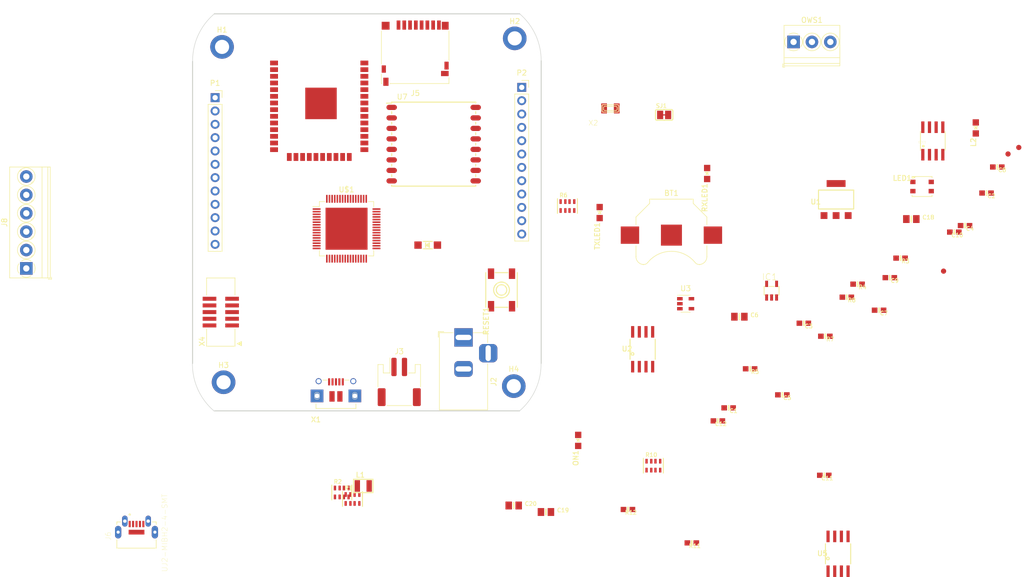
<source format=kicad_pcb>
(kicad_pcb (version 20171130) (host pcbnew 5.0.2-bee76a0~70~ubuntu18.04.1)

  (general
    (thickness 1.6)
    (drawings 8)
    (tracks 0)
    (zones 0)
    (modules 63)
    (nets 60)
  )

  (page A4)
  (layers
    (0 F.Cu signal)
    (31 B.Cu signal)
    (32 B.Adhes user)
    (33 F.Adhes user)
    (34 B.Paste user)
    (35 F.Paste user)
    (36 B.SilkS user)
    (37 F.SilkS user)
    (38 B.Mask user)
    (39 F.Mask user)
    (40 Dwgs.User user)
    (41 Cmts.User user)
    (42 Eco1.User user)
    (43 Eco2.User user)
    (44 Edge.Cuts user)
    (45 Margin user)
    (46 B.CrtYd user)
    (47 F.CrtYd user)
    (48 B.Fab user)
    (49 F.Fab user)
  )

  (setup
    (last_trace_width 0.25)
    (trace_clearance 0.2)
    (zone_clearance 0.508)
    (zone_45_only no)
    (trace_min 0.2)
    (segment_width 0.2)
    (edge_width 0.1)
    (via_size 0.8)
    (via_drill 0.4)
    (via_min_size 0.4)
    (via_min_drill 0.3)
    (uvia_size 0.3)
    (uvia_drill 0.1)
    (uvias_allowed no)
    (uvia_min_size 0.2)
    (uvia_min_drill 0.1)
    (pcb_text_width 0.3)
    (pcb_text_size 1.5 1.5)
    (mod_edge_width 0.15)
    (mod_text_size 1 1)
    (mod_text_width 0.15)
    (pad_size 1.5 1.5)
    (pad_drill 0.6)
    (pad_to_mask_clearance 0)
    (solder_mask_min_width 0.25)
    (aux_axis_origin 0 0)
    (visible_elements FFFFF77F)
    (pcbplotparams
      (layerselection 0x010fc_ffffffff)
      (usegerberextensions false)
      (usegerberattributes false)
      (usegerberadvancedattributes false)
      (creategerberjobfile false)
      (excludeedgelayer true)
      (linewidth 0.100000)
      (plotframeref false)
      (viasonmask false)
      (mode 1)
      (useauxorigin false)
      (hpglpennumber 1)
      (hpglpenspeed 20)
      (hpglpendiameter 15.000000)
      (psnegative false)
      (psa4output false)
      (plotreference true)
      (plotvalue true)
      (plotinvisibletext false)
      (padsonsilk false)
      (subtractmaskfromsilk false)
      (outputformat 1)
      (mirror false)
      (drillshape 1)
      (scaleselection 1)
      (outputdirectory ""))
  )

  (net 0 "")
  (net 1 /A0)
  (net 2 /A1)
  (net 3 /A2)
  (net 4 /A3)
  (net 5 /A4)
  (net 6 /A5)
  (net 7 "Net-(C1-Pad1)")
  (net 8 GND)
  (net 9 /~RESET)
  (net 10 "Net-(C3-Pad2)")
  (net 11 "Net-(C4-Pad1)")
  (net 12 3.3V)
  (net 13 /AREF)
  (net 14 /SDA)
  (net 15 /SCL)
  (net 16 /ESP_CS)
  (net 17 /ESP_MISO)
  (net 18 /MISO)
  (net 19 /MOSI)
  (net 20 /SCK)
  (net 21 /D13)
  (net 22 /D6)
  (net 23 /D4)
  (net 24 /D3)
  (net 25 /D2)
  (net 26 /D0)
  (net 27 "Net-(L1-PadP$2)")
  (net 28 "Net-(L2-PadA)")
  (net 29 /NEOPIX)
  (net 30 "Net-(ON1-PadC)")
  (net 31 /FLASH_CS)
  (net 32 /RXLED)
  (net 33 /TXLED)
  (net 34 /SWCLK)
  (net 35 /ESP_RESET)
  (net 36 /FLASH_IO1)
  (net 37 /FLASH_IO3)
  (net 38 /FLASH_IO2)
  (net 39 /FLASH_SCK)
  (net 40 /FLASH_IO0)
  (net 41 /ESP_BUSY)
  (net 42 /ESP_TXD)
  (net 43 /ESP_RXD)
  (net 44 /D-)
  (net 45 /D+)
  (net 46 /ESP_RTS)
  (net 47 /SWDIO)
  (net 48 /SWO)
  (net 49 /ESP_GPIO0)
  (net 50 "Net-(J1-Pad1)")
  (net 51 "Net-(J1-Pad2)")
  (net 52 "Net-(R3-Pad2)")
  (net 53 "Net-(D1-Pad1)")
  (net 54 "Net-(R7-Pad2)")
  (net 55 "Net-(R10-Pad2)")
  (net 56 "Net-(R10-Pad3)")
  (net 57 VBUS)
  (net 58 "Net-(J6-PadSH1)")
  (net 59 "Net-(BT1-Pad1)")

  (net_class Default "This is the default net class."
    (clearance 0.2)
    (trace_width 0.25)
    (via_dia 0.8)
    (via_drill 0.4)
    (uvia_dia 0.3)
    (uvia_drill 0.1)
    (add_net /A0)
    (add_net /A1)
    (add_net /A2)
    (add_net /A3)
    (add_net /A4)
    (add_net /A5)
    (add_net /AREF)
    (add_net /D+)
    (add_net /D-)
    (add_net /D0)
    (add_net /D13)
    (add_net /D2)
    (add_net /D3)
    (add_net /D4)
    (add_net /D6)
    (add_net /ESP_BUSY)
    (add_net /ESP_CS)
    (add_net /ESP_GPIO0)
    (add_net /ESP_MISO)
    (add_net /ESP_RESET)
    (add_net /ESP_RTS)
    (add_net /ESP_RXD)
    (add_net /ESP_TXD)
    (add_net /FLASH_CS)
    (add_net /FLASH_IO0)
    (add_net /FLASH_IO1)
    (add_net /FLASH_IO2)
    (add_net /FLASH_IO3)
    (add_net /FLASH_SCK)
    (add_net /MISO)
    (add_net /MOSI)
    (add_net /NEOPIX)
    (add_net /RXLED)
    (add_net /SCK)
    (add_net /SCL)
    (add_net /SDA)
    (add_net /SWCLK)
    (add_net /SWDIO)
    (add_net /SWO)
    (add_net /TXLED)
    (add_net /~RESET)
    (add_net 3.3V)
    (add_net GND)
    (add_net "Net-(BT1-Pad1)")
    (add_net "Net-(C1-Pad1)")
    (add_net "Net-(C3-Pad2)")
    (add_net "Net-(C4-Pad1)")
    (add_net "Net-(D1-Pad1)")
    (add_net "Net-(J1-Pad1)")
    (add_net "Net-(J1-Pad2)")
    (add_net "Net-(J6-PadSH1)")
    (add_net "Net-(L1-PadP$2)")
    (add_net "Net-(L2-PadA)")
    (add_net "Net-(ON1-PadC)")
    (add_net "Net-(R10-Pad2)")
    (add_net "Net-(R10-Pad3)")
    (add_net "Net-(R3-Pad2)")
    (add_net "Net-(R7-Pad2)")
    (add_net VBUS)
  )

  (module qa:0603-NO (layer F.Cu) (tedit 0) (tstamp 5D5D732B)
    (at 131.987161 92.593922)
    (path /222124DB2C2545C3)
    (fp_text reference C1 (at 1.778 0.127 -180) (layer F.SilkS)
      (effects (font (size 0.77216 0.77216) (thickness 0.138988)) (justify right top))
    )
    (fp_text value 22pF (at 1.778 0.762 -180) (layer F.Fab)
      (effects (font (size 0.77216 0.77216) (thickness 0.077216)) (justify right top))
    )
    (fp_line (start -1.473 -0.729) (end 1.473 -0.729) (layer Dwgs.User) (width 0.0508))
    (fp_line (start 1.473 -0.729) (end 1.473 0.729) (layer Dwgs.User) (width 0.0508))
    (fp_line (start 1.473 0.729) (end -1.473 0.729) (layer Dwgs.User) (width 0.0508))
    (fp_line (start -1.473 0.729) (end -1.473 -0.729) (layer Dwgs.User) (width 0.0508))
    (fp_line (start -0.356 -0.432) (end 0.356 -0.432) (layer F.Fab) (width 0.1016))
    (fp_line (start -0.356 0.419) (end 0.356 0.419) (layer F.Fab) (width 0.1016))
    (fp_poly (pts (xy -0.8382 0.4699) (xy -0.3381 0.4699) (xy -0.3381 -0.4801) (xy -0.8382 -0.4801)) (layer F.Fab) (width 0))
    (fp_poly (pts (xy 0.3302 0.4699) (xy 0.8303 0.4699) (xy 0.8303 -0.4801) (xy 0.3302 -0.4801)) (layer F.Fab) (width 0))
    (fp_poly (pts (xy -0.1999 0.3) (xy 0.1999 0.3) (xy 0.1999 -0.3) (xy -0.1999 -0.3)) (layer F.Adhes) (width 0))
    (fp_line (start 0 -0.4) (end 0 0.4) (layer F.SilkS) (width 0.3048))
    (pad 1 smd rect (at -0.85 0) (size 1.075 1) (layers F.Cu F.Paste F.Mask)
      (net 7 "Net-(C1-Pad1)") (solder_mask_margin 0.0508))
    (pad 2 smd rect (at 0.85 0) (size 1.075 1) (layers F.Cu F.Paste F.Mask)
      (net 8 GND) (solder_mask_margin 0.0508))
  )

  (module qa:0603-NO (layer F.Cu) (tedit 0) (tstamp 5D5D733B)
    (at 181.106833 51.681875)
    (path /7EAD0294E877986F)
    (fp_text reference C2 (at 1.778 0.127 -180) (layer F.SilkS)
      (effects (font (size 0.77216 0.77216) (thickness 0.138988)) (justify right top))
    )
    (fp_text value 0.1uF (at 1.778 0.762 -180) (layer F.Fab)
      (effects (font (size 0.77216 0.77216) (thickness 0.077216)) (justify right top))
    )
    (fp_line (start -1.473 -0.729) (end 1.473 -0.729) (layer Dwgs.User) (width 0.0508))
    (fp_line (start 1.473 -0.729) (end 1.473 0.729) (layer Dwgs.User) (width 0.0508))
    (fp_line (start 1.473 0.729) (end -1.473 0.729) (layer Dwgs.User) (width 0.0508))
    (fp_line (start -1.473 0.729) (end -1.473 -0.729) (layer Dwgs.User) (width 0.0508))
    (fp_line (start -0.356 -0.432) (end 0.356 -0.432) (layer F.Fab) (width 0.1016))
    (fp_line (start -0.356 0.419) (end 0.356 0.419) (layer F.Fab) (width 0.1016))
    (fp_poly (pts (xy -0.8382 0.4699) (xy -0.3381 0.4699) (xy -0.3381 -0.4801) (xy -0.8382 -0.4801)) (layer F.Fab) (width 0))
    (fp_poly (pts (xy 0.3302 0.4699) (xy 0.8303 0.4699) (xy 0.8303 -0.4801) (xy 0.3302 -0.4801)) (layer F.Fab) (width 0))
    (fp_poly (pts (xy -0.1999 0.3) (xy 0.1999 0.3) (xy 0.1999 -0.3) (xy -0.1999 -0.3)) (layer F.Adhes) (width 0))
    (fp_line (start 0 -0.4) (end 0 0.4) (layer F.SilkS) (width 0.3048))
    (pad 1 smd rect (at -0.85 0) (size 1.075 1) (layers F.Cu F.Paste F.Mask)
      (net 8 GND) (solder_mask_margin 0.0508))
    (pad 2 smd rect (at 0.85 0) (size 1.075 1) (layers F.Cu F.Paste F.Mask)
      (net 9 /~RESET) (solder_mask_margin 0.0508))
  )

  (module qa:0603-NO (layer F.Cu) (tedit 0) (tstamp 5D5D734B)
    (at 146.313732 76.477055)
    (path /92973E8713FBD7FC)
    (fp_text reference C3 (at 1.778 0.127 -180) (layer F.SilkS)
      (effects (font (size 0.77216 0.77216) (thickness 0.138988)) (justify right top))
    )
    (fp_text value .1u (at 1.778 0.762 -180) (layer F.Fab)
      (effects (font (size 0.77216 0.77216) (thickness 0.077216)) (justify right top))
    )
    (fp_line (start -1.473 -0.729) (end 1.473 -0.729) (layer Dwgs.User) (width 0.0508))
    (fp_line (start 1.473 -0.729) (end 1.473 0.729) (layer Dwgs.User) (width 0.0508))
    (fp_line (start 1.473 0.729) (end -1.473 0.729) (layer Dwgs.User) (width 0.0508))
    (fp_line (start -1.473 0.729) (end -1.473 -0.729) (layer Dwgs.User) (width 0.0508))
    (fp_line (start -0.356 -0.432) (end 0.356 -0.432) (layer F.Fab) (width 0.1016))
    (fp_line (start -0.356 0.419) (end 0.356 0.419) (layer F.Fab) (width 0.1016))
    (fp_poly (pts (xy -0.8382 0.4699) (xy -0.3381 0.4699) (xy -0.3381 -0.4801) (xy -0.8382 -0.4801)) (layer F.Fab) (width 0))
    (fp_poly (pts (xy 0.3302 0.4699) (xy 0.8303 0.4699) (xy 0.8303 -0.4801) (xy 0.3302 -0.4801)) (layer F.Fab) (width 0))
    (fp_poly (pts (xy -0.1999 0.3) (xy 0.1999 0.3) (xy 0.1999 -0.3) (xy -0.1999 -0.3)) (layer F.Adhes) (width 0))
    (fp_line (start 0 -0.4) (end 0 0.4) (layer F.SilkS) (width 0.3048))
    (pad 1 smd rect (at -0.85 0) (size 1.075 1) (layers F.Cu F.Paste F.Mask)
      (net 8 GND) (solder_mask_margin 0.0508))
    (pad 2 smd rect (at 0.85 0) (size 1.075 1) (layers F.Cu F.Paste F.Mask)
      (net 10 "Net-(C3-Pad2)") (solder_mask_margin 0.0508))
  )

  (module qa:0603-NO (layer F.Cu) (tedit 0) (tstamp 5D5D735B)
    (at 177.013527 57.88067)
    (path /128FB04B6CD517BA)
    (fp_text reference C4 (at 1.778 0.127 -180) (layer F.SilkS)
      (effects (font (size 0.77216 0.77216) (thickness 0.138988)) (justify right top))
    )
    (fp_text value 22pF (at 1.778 0.762 -180) (layer F.Fab)
      (effects (font (size 0.77216 0.77216) (thickness 0.077216)) (justify right top))
    )
    (fp_line (start 0 -0.4) (end 0 0.4) (layer F.SilkS) (width 0.3048))
    (fp_poly (pts (xy -0.1999 0.3) (xy 0.1999 0.3) (xy 0.1999 -0.3) (xy -0.1999 -0.3)) (layer F.Adhes) (width 0))
    (fp_poly (pts (xy 0.3302 0.4699) (xy 0.8303 0.4699) (xy 0.8303 -0.4801) (xy 0.3302 -0.4801)) (layer F.Fab) (width 0))
    (fp_poly (pts (xy -0.8382 0.4699) (xy -0.3381 0.4699) (xy -0.3381 -0.4801) (xy -0.8382 -0.4801)) (layer F.Fab) (width 0))
    (fp_line (start -0.356 0.419) (end 0.356 0.419) (layer F.Fab) (width 0.1016))
    (fp_line (start -0.356 -0.432) (end 0.356 -0.432) (layer F.Fab) (width 0.1016))
    (fp_line (start -1.473 0.729) (end -1.473 -0.729) (layer Dwgs.User) (width 0.0508))
    (fp_line (start 1.473 0.729) (end -1.473 0.729) (layer Dwgs.User) (width 0.0508))
    (fp_line (start 1.473 -0.729) (end 1.473 0.729) (layer Dwgs.User) (width 0.0508))
    (fp_line (start -1.473 -0.729) (end 1.473 -0.729) (layer Dwgs.User) (width 0.0508))
    (pad 2 smd rect (at 0.85 0) (size 1.075 1) (layers F.Cu F.Paste F.Mask)
      (net 8 GND) (solder_mask_margin 0.0508))
    (pad 1 smd rect (at -0.85 0) (size 1.075 1) (layers F.Cu F.Paste F.Mask)
      (net 11 "Net-(C4-Pad1)") (solder_mask_margin 0.0508))
  )

  (module qa:0603-NO (layer F.Cu) (tedit 0) (tstamp 5D5D736B)
    (at 142.220426 90.114404)
    (path /297F4745BC6570F8)
    (fp_text reference C5 (at 1.778 0.127 -180) (layer F.SilkS)
      (effects (font (size 0.77216 0.77216) (thickness 0.138988)) (justify right top))
    )
    (fp_text value 1uF (at 1.778 0.762 -180) (layer F.Fab)
      (effects (font (size 0.77216 0.77216) (thickness 0.077216)) (justify right top))
    )
    (fp_line (start -1.473 -0.729) (end 1.473 -0.729) (layer Dwgs.User) (width 0.0508))
    (fp_line (start 1.473 -0.729) (end 1.473 0.729) (layer Dwgs.User) (width 0.0508))
    (fp_line (start 1.473 0.729) (end -1.473 0.729) (layer Dwgs.User) (width 0.0508))
    (fp_line (start -1.473 0.729) (end -1.473 -0.729) (layer Dwgs.User) (width 0.0508))
    (fp_line (start -0.356 -0.432) (end 0.356 -0.432) (layer F.Fab) (width 0.1016))
    (fp_line (start -0.356 0.419) (end 0.356 0.419) (layer F.Fab) (width 0.1016))
    (fp_poly (pts (xy -0.8382 0.4699) (xy -0.3381 0.4699) (xy -0.3381 -0.4801) (xy -0.8382 -0.4801)) (layer F.Fab) (width 0))
    (fp_poly (pts (xy 0.3302 0.4699) (xy 0.8303 0.4699) (xy 0.8303 -0.4801) (xy 0.3302 -0.4801)) (layer F.Fab) (width 0))
    (fp_poly (pts (xy -0.1999 0.3) (xy 0.1999 0.3) (xy 0.1999 -0.3) (xy -0.1999 -0.3)) (layer F.Adhes) (width 0))
    (fp_line (start 0 -0.4) (end 0 0.4) (layer F.SilkS) (width 0.3048))
    (pad 1 smd rect (at -0.85 0) (size 1.075 1) (layers F.Cu F.Paste F.Mask)
      (net 10 "Net-(C3-Pad2)") (solder_mask_margin 0.0508))
    (pad 2 smd rect (at 0.85 0) (size 1.075 1) (layers F.Cu F.Paste F.Mask)
      (net 8 GND) (solder_mask_margin 0.0508))
  )

  (module qa:0805-NO (layer F.Cu) (tedit 0) (tstamp 5D5D7376)
    (at 134.033814 75.237296)
    (path /23009AF2D1512118)
    (fp_text reference C6 (at 2.032 0.127) (layer F.SilkS)
      (effects (font (size 0.77216 0.77216) (thickness 0.138988)) (justify left bottom))
    )
    (fp_text value 10uF (at 2.032 0.762) (layer F.Fab)
      (effects (font (size 0.77216 0.77216) (thickness 0.077216)) (justify left bottom))
    )
    (fp_line (start -0.381 -0.66) (end 0.381 -0.66) (layer F.Fab) (width 0.1016))
    (fp_line (start -0.356 0.66) (end 0.381 0.66) (layer F.Fab) (width 0.1016))
    (fp_poly (pts (xy -1.0922 0.7239) (xy -0.3421 0.7239) (xy -0.3421 -0.7262) (xy -1.0922 -0.7262)) (layer F.Fab) (width 0))
    (fp_poly (pts (xy 0.3556 0.7239) (xy 1.1057 0.7239) (xy 1.1057 -0.7262) (xy 0.3556 -0.7262)) (layer F.Fab) (width 0))
    (fp_line (start 0 -0.508) (end 0 0.508) (layer F.SilkS) (width 0.3048))
    (pad 1 smd rect (at -0.95 0) (size 1.24 1.5) (layers F.Cu F.Paste F.Mask)
      (net 10 "Net-(C3-Pad2)") (solder_mask_margin 0.0508))
    (pad 2 smd rect (at 0.95 0) (size 1.24 1.5) (layers F.Cu F.Paste F.Mask)
      (net 8 GND) (solder_mask_margin 0.0508))
  )

  (module qa:0603-NO (layer F.Cu) (tedit 0) (tstamp 5D5D7386)
    (at 160.640303 73.997537)
    (path /A5DAE16693E026DF)
    (fp_text reference C7 (at 1.778 0.127 -180) (layer F.SilkS)
      (effects (font (size 0.77216 0.77216) (thickness 0.138988)) (justify right top))
    )
    (fp_text value .1u (at 1.778 0.762 -180) (layer F.Fab)
      (effects (font (size 0.77216 0.77216) (thickness 0.077216)) (justify right top))
    )
    (fp_line (start 0 -0.4) (end 0 0.4) (layer F.SilkS) (width 0.3048))
    (fp_poly (pts (xy -0.1999 0.3) (xy 0.1999 0.3) (xy 0.1999 -0.3) (xy -0.1999 -0.3)) (layer F.Adhes) (width 0))
    (fp_poly (pts (xy 0.3302 0.4699) (xy 0.8303 0.4699) (xy 0.8303 -0.4801) (xy 0.3302 -0.4801)) (layer F.Fab) (width 0))
    (fp_poly (pts (xy -0.8382 0.4699) (xy -0.3381 0.4699) (xy -0.3381 -0.4801) (xy -0.8382 -0.4801)) (layer F.Fab) (width 0))
    (fp_line (start -0.356 0.419) (end 0.356 0.419) (layer F.Fab) (width 0.1016))
    (fp_line (start -0.356 -0.432) (end 0.356 -0.432) (layer F.Fab) (width 0.1016))
    (fp_line (start -1.473 0.729) (end -1.473 -0.729) (layer Dwgs.User) (width 0.0508))
    (fp_line (start 1.473 0.729) (end -1.473 0.729) (layer Dwgs.User) (width 0.0508))
    (fp_line (start 1.473 -0.729) (end 1.473 0.729) (layer Dwgs.User) (width 0.0508))
    (fp_line (start -1.473 -0.729) (end 1.473 -0.729) (layer Dwgs.User) (width 0.0508))
    (pad 2 smd rect (at 0.85 0) (size 1.075 1) (layers F.Cu F.Paste F.Mask)
      (net 12 3.3V) (solder_mask_margin 0.0508))
    (pad 1 smd rect (at -0.85 0) (size 1.075 1) (layers F.Cu F.Paste F.Mask)
      (net 8 GND) (solder_mask_margin 0.0508))
  )

  (module qa:0603-NO (layer F.Cu) (tedit 0) (tstamp 5D5D7396)
    (at 183.153486 46.722839)
    (path /A8FD01F5CE7F0127)
    (fp_text reference C8 (at 1.778 0.127 -180) (layer F.SilkS)
      (effects (font (size 0.77216 0.77216) (thickness 0.138988)) (justify right top))
    )
    (fp_text value .1u (at 1.778 0.762 -180) (layer F.Fab)
      (effects (font (size 0.77216 0.77216) (thickness 0.077216)) (justify right top))
    )
    (fp_line (start 0 -0.4) (end 0 0.4) (layer F.SilkS) (width 0.3048))
    (fp_poly (pts (xy -0.1999 0.3) (xy 0.1999 0.3) (xy 0.1999 -0.3) (xy -0.1999 -0.3)) (layer F.Adhes) (width 0))
    (fp_poly (pts (xy 0.3302 0.4699) (xy 0.8303 0.4699) (xy 0.8303 -0.4801) (xy 0.3302 -0.4801)) (layer F.Fab) (width 0))
    (fp_poly (pts (xy -0.8382 0.4699) (xy -0.3381 0.4699) (xy -0.3381 -0.4801) (xy -0.8382 -0.4801)) (layer F.Fab) (width 0))
    (fp_line (start -0.356 0.419) (end 0.356 0.419) (layer F.Fab) (width 0.1016))
    (fp_line (start -0.356 -0.432) (end 0.356 -0.432) (layer F.Fab) (width 0.1016))
    (fp_line (start -1.473 0.729) (end -1.473 -0.729) (layer Dwgs.User) (width 0.0508))
    (fp_line (start 1.473 0.729) (end -1.473 0.729) (layer Dwgs.User) (width 0.0508))
    (fp_line (start 1.473 -0.729) (end 1.473 0.729) (layer Dwgs.User) (width 0.0508))
    (fp_line (start -1.473 -0.729) (end 1.473 -0.729) (layer Dwgs.User) (width 0.0508))
    (pad 2 smd rect (at 0.85 0) (size 1.075 1) (layers F.Cu F.Paste F.Mask)
      (net 12 3.3V) (solder_mask_margin 0.0508))
    (pad 1 smd rect (at -0.85 0) (size 1.075 1) (layers F.Cu F.Paste F.Mask)
      (net 8 GND) (solder_mask_margin 0.0508))
  )

  (module qa:0603-NO (layer F.Cu) (tedit 0) (tstamp 5D5D73A6)
    (at 162.686956 67.798742)
    (path /B19285452881DEB4)
    (fp_text reference C9 (at 1.778 0.127 -180) (layer F.SilkS)
      (effects (font (size 0.77216 0.77216) (thickness 0.138988)) (justify right top))
    )
    (fp_text value .1u (at 1.778 0.762 -180) (layer F.Fab)
      (effects (font (size 0.77216 0.77216) (thickness 0.077216)) (justify right top))
    )
    (fp_line (start -1.473 -0.729) (end 1.473 -0.729) (layer Dwgs.User) (width 0.0508))
    (fp_line (start 1.473 -0.729) (end 1.473 0.729) (layer Dwgs.User) (width 0.0508))
    (fp_line (start 1.473 0.729) (end -1.473 0.729) (layer Dwgs.User) (width 0.0508))
    (fp_line (start -1.473 0.729) (end -1.473 -0.729) (layer Dwgs.User) (width 0.0508))
    (fp_line (start -0.356 -0.432) (end 0.356 -0.432) (layer F.Fab) (width 0.1016))
    (fp_line (start -0.356 0.419) (end 0.356 0.419) (layer F.Fab) (width 0.1016))
    (fp_poly (pts (xy -0.8382 0.4699) (xy -0.3381 0.4699) (xy -0.3381 -0.4801) (xy -0.8382 -0.4801)) (layer F.Fab) (width 0))
    (fp_poly (pts (xy 0.3302 0.4699) (xy 0.8303 0.4699) (xy 0.8303 -0.4801) (xy 0.3302 -0.4801)) (layer F.Fab) (width 0))
    (fp_poly (pts (xy -0.1999 0.3) (xy 0.1999 0.3) (xy 0.1999 -0.3) (xy -0.1999 -0.3)) (layer F.Adhes) (width 0))
    (fp_line (start 0 -0.4) (end 0 0.4) (layer F.SilkS) (width 0.3048))
    (pad 1 smd rect (at -0.85 0) (size 1.075 1) (layers F.Cu F.Paste F.Mask)
      (net 8 GND) (solder_mask_margin 0.0508))
    (pad 2 smd rect (at 0.85 0) (size 1.075 1) (layers F.Cu F.Paste F.Mask)
      (net 12 3.3V) (solder_mask_margin 0.0508))
  )

  (module qa:0603-NO (layer F.Cu) (tedit 0) (tstamp 5D5D73B6)
    (at 174.966874 59.120429)
    (path /458053F60FC9A912)
    (fp_text reference C10 (at 1.778 0.127 -180) (layer F.SilkS)
      (effects (font (size 0.77216 0.77216) (thickness 0.138988)) (justify right top))
    )
    (fp_text value .1u (at 1.778 0.762 -180) (layer F.Fab)
      (effects (font (size 0.77216 0.77216) (thickness 0.077216)) (justify right top))
    )
    (fp_line (start 0 -0.4) (end 0 0.4) (layer F.SilkS) (width 0.3048))
    (fp_poly (pts (xy -0.1999 0.3) (xy 0.1999 0.3) (xy 0.1999 -0.3) (xy -0.1999 -0.3)) (layer F.Adhes) (width 0))
    (fp_poly (pts (xy 0.3302 0.4699) (xy 0.8303 0.4699) (xy 0.8303 -0.4801) (xy 0.3302 -0.4801)) (layer F.Fab) (width 0))
    (fp_poly (pts (xy -0.8382 0.4699) (xy -0.3381 0.4699) (xy -0.3381 -0.4801) (xy -0.8382 -0.4801)) (layer F.Fab) (width 0))
    (fp_line (start -0.356 0.419) (end 0.356 0.419) (layer F.Fab) (width 0.1016))
    (fp_line (start -0.356 -0.432) (end 0.356 -0.432) (layer F.Fab) (width 0.1016))
    (fp_line (start -1.473 0.729) (end -1.473 -0.729) (layer Dwgs.User) (width 0.0508))
    (fp_line (start 1.473 0.729) (end -1.473 0.729) (layer Dwgs.User) (width 0.0508))
    (fp_line (start 1.473 -0.729) (end 1.473 0.729) (layer Dwgs.User) (width 0.0508))
    (fp_line (start -1.473 -0.729) (end 1.473 -0.729) (layer Dwgs.User) (width 0.0508))
    (pad 2 smd rect (at 0.85 0) (size 1.075 1) (layers F.Cu F.Paste F.Mask)
      (net 12 3.3V) (solder_mask_margin 0.0508))
    (pad 1 smd rect (at -0.85 0) (size 1.075 1) (layers F.Cu F.Paste F.Mask)
      (net 8 GND) (solder_mask_margin 0.0508))
  )

  (module qa:0603-NO (layer F.Cu) (tedit 0) (tstamp 5D5D73C6)
    (at 150.2029 105.4354)
    (path /60A82EA8EC08C954)
    (fp_text reference C11 (at 1.778 0.127 -180) (layer F.SilkS)
      (effects (font (size 0.77216 0.77216) (thickness 0.138988)) (justify right top))
    )
    (fp_text value .1u (at 1.778 0.762 -180) (layer F.Fab)
      (effects (font (size 0.77216 0.77216) (thickness 0.077216)) (justify right top))
    )
    (fp_line (start -1.473 -0.729) (end 1.473 -0.729) (layer Dwgs.User) (width 0.0508))
    (fp_line (start 1.473 -0.729) (end 1.473 0.729) (layer Dwgs.User) (width 0.0508))
    (fp_line (start 1.473 0.729) (end -1.473 0.729) (layer Dwgs.User) (width 0.0508))
    (fp_line (start -1.473 0.729) (end -1.473 -0.729) (layer Dwgs.User) (width 0.0508))
    (fp_line (start -0.356 -0.432) (end 0.356 -0.432) (layer F.Fab) (width 0.1016))
    (fp_line (start -0.356 0.419) (end 0.356 0.419) (layer F.Fab) (width 0.1016))
    (fp_poly (pts (xy -0.8382 0.4699) (xy -0.3381 0.4699) (xy -0.3381 -0.4801) (xy -0.8382 -0.4801)) (layer F.Fab) (width 0))
    (fp_poly (pts (xy 0.3302 0.4699) (xy 0.8303 0.4699) (xy 0.8303 -0.4801) (xy 0.3302 -0.4801)) (layer F.Fab) (width 0))
    (fp_poly (pts (xy -0.1999 0.3) (xy 0.1999 0.3) (xy 0.1999 -0.3) (xy -0.1999 -0.3)) (layer F.Adhes) (width 0))
    (fp_line (start 0 -0.4) (end 0 0.4) (layer F.SilkS) (width 0.3048))
    (pad 1 smd rect (at -0.85 0) (size 1.075 1) (layers F.Cu F.Paste F.Mask)
      (net 8 GND) (solder_mask_margin 0.0508))
    (pad 2 smd rect (at 0.85 0) (size 1.075 1) (layers F.Cu F.Paste F.Mask)
      (net 12 3.3V) (solder_mask_margin 0.0508))
  )

  (module qa:0603-NO (layer F.Cu) (tedit 0) (tstamp 5D5D73D6)
    (at 129.940508 95.07344)
    (path /D5C4E5AE59A9410B)
    (fp_text reference C12 (at 1.778 0.127 -180) (layer F.SilkS)
      (effects (font (size 0.77216 0.77216) (thickness 0.138988)) (justify right top))
    )
    (fp_text value .1u (at 1.778 0.762 -180) (layer F.Fab)
      (effects (font (size 0.77216 0.77216) (thickness 0.077216)) (justify right top))
    )
    (fp_line (start -1.473 -0.729) (end 1.473 -0.729) (layer Dwgs.User) (width 0.0508))
    (fp_line (start 1.473 -0.729) (end 1.473 0.729) (layer Dwgs.User) (width 0.0508))
    (fp_line (start 1.473 0.729) (end -1.473 0.729) (layer Dwgs.User) (width 0.0508))
    (fp_line (start -1.473 0.729) (end -1.473 -0.729) (layer Dwgs.User) (width 0.0508))
    (fp_line (start -0.356 -0.432) (end 0.356 -0.432) (layer F.Fab) (width 0.1016))
    (fp_line (start -0.356 0.419) (end 0.356 0.419) (layer F.Fab) (width 0.1016))
    (fp_poly (pts (xy -0.8382 0.4699) (xy -0.3381 0.4699) (xy -0.3381 -0.4801) (xy -0.8382 -0.4801)) (layer F.Fab) (width 0))
    (fp_poly (pts (xy 0.3302 0.4699) (xy 0.8303 0.4699) (xy 0.8303 -0.4801) (xy 0.3302 -0.4801)) (layer F.Fab) (width 0))
    (fp_poly (pts (xy -0.1999 0.3) (xy 0.1999 0.3) (xy 0.1999 -0.3) (xy -0.1999 -0.3)) (layer F.Adhes) (width 0))
    (fp_line (start 0 -0.4) (end 0 0.4) (layer F.SilkS) (width 0.3048))
    (pad 1 smd rect (at -0.85 0) (size 1.075 1) (layers F.Cu F.Paste F.Mask)
      (net 13 /AREF) (solder_mask_margin 0.0508))
    (pad 2 smd rect (at 0.85 0) (size 1.075 1) (layers F.Cu F.Paste F.Mask)
      (net 8 GND) (solder_mask_margin 0.0508))
  )

  (module qa:0805-NO (layer F.Cu) (tedit 0) (tstamp 5D5D7427)
    (at 166.780262 56.640911)
    (path /99AB53A7A26BC62E)
    (fp_text reference C18 (at 2.032 0.127) (layer F.SilkS)
      (effects (font (size 0.77216 0.77216) (thickness 0.138988)) (justify left bottom))
    )
    (fp_text value 10uF (at 2.032 0.762) (layer F.Fab)
      (effects (font (size 0.77216 0.77216) (thickness 0.077216)) (justify left bottom))
    )
    (fp_line (start 0 -0.508) (end 0 0.508) (layer F.SilkS) (width 0.3048))
    (fp_poly (pts (xy 0.3556 0.7239) (xy 1.1057 0.7239) (xy 1.1057 -0.7262) (xy 0.3556 -0.7262)) (layer F.Fab) (width 0))
    (fp_poly (pts (xy -1.0922 0.7239) (xy -0.3421 0.7239) (xy -0.3421 -0.7262) (xy -1.0922 -0.7262)) (layer F.Fab) (width 0))
    (fp_line (start -0.356 0.66) (end 0.381 0.66) (layer F.Fab) (width 0.1016))
    (fp_line (start -0.381 -0.66) (end 0.381 -0.66) (layer F.Fab) (width 0.1016))
    (pad 2 smd rect (at 0.95 0) (size 1.24 1.5) (layers F.Cu F.Paste F.Mask)
      (net 8 GND) (solder_mask_margin 0.0508))
    (pad 1 smd rect (at -0.95 0) (size 1.24 1.5) (layers F.Cu F.Paste F.Mask)
      (net 12 3.3V) (solder_mask_margin 0.0508))
  )

  (module qa:0805-NO (layer F.Cu) (tedit 0) (tstamp 5D5D7432)
    (at 97.19406 112.430066)
    (path /635FB157AD5546C4)
    (fp_text reference C19 (at 2.032 0.127) (layer F.SilkS)
      (effects (font (size 0.77216 0.77216) (thickness 0.138988)) (justify left bottom))
    )
    (fp_text value 10uF (at 2.032 0.762) (layer F.Fab)
      (effects (font (size 0.77216 0.77216) (thickness 0.077216)) (justify left bottom))
    )
    (fp_line (start -0.381 -0.66) (end 0.381 -0.66) (layer F.Fab) (width 0.1016))
    (fp_line (start -0.356 0.66) (end 0.381 0.66) (layer F.Fab) (width 0.1016))
    (fp_poly (pts (xy -1.0922 0.7239) (xy -0.3421 0.7239) (xy -0.3421 -0.7262) (xy -1.0922 -0.7262)) (layer F.Fab) (width 0))
    (fp_poly (pts (xy 0.3556 0.7239) (xy 1.1057 0.7239) (xy 1.1057 -0.7262) (xy 0.3556 -0.7262)) (layer F.Fab) (width 0))
    (fp_line (start 0 -0.508) (end 0 0.508) (layer F.SilkS) (width 0.3048))
    (pad 1 smd rect (at -0.95 0) (size 1.24 1.5) (layers F.Cu F.Paste F.Mask)
      (net 12 3.3V) (solder_mask_margin 0.0508))
    (pad 2 smd rect (at 0.95 0) (size 1.24 1.5) (layers F.Cu F.Paste F.Mask)
      (net 8 GND) (solder_mask_margin 0.0508))
  )

  (module qa:0805-NO (layer F.Cu) (tedit 0) (tstamp 5D5D743D)
    (at 91.054101 111.190307)
    (path /65F79DCDEDA6B4AC)
    (fp_text reference C20 (at 2.032 0.127) (layer F.SilkS)
      (effects (font (size 0.77216 0.77216) (thickness 0.138988)) (justify left bottom))
    )
    (fp_text value 10uF (at 2.032 0.762) (layer F.Fab)
      (effects (font (size 0.77216 0.77216) (thickness 0.077216)) (justify left bottom))
    )
    (fp_line (start -0.381 -0.66) (end 0.381 -0.66) (layer F.Fab) (width 0.1016))
    (fp_line (start -0.356 0.66) (end 0.381 0.66) (layer F.Fab) (width 0.1016))
    (fp_poly (pts (xy -1.0922 0.7239) (xy -0.3421 0.7239) (xy -0.3421 -0.7262) (xy -1.0922 -0.7262)) (layer F.Fab) (width 0))
    (fp_poly (pts (xy 0.3556 0.7239) (xy 1.1057 0.7239) (xy 1.1057 -0.7262) (xy 0.3556 -0.7262)) (layer F.Fab) (width 0))
    (fp_line (start 0 -0.508) (end 0 0.508) (layer F.SilkS) (width 0.3048))
    (pad 1 smd rect (at -0.95 0) (size 1.24 1.5) (layers F.Cu F.Paste F.Mask)
      (net 12 3.3V) (solder_mask_margin 0.0508))
    (pad 2 smd rect (at 0.95 0) (size 1.24 1.5) (layers F.Cu F.Paste F.Mask)
      (net 8 GND) (solder_mask_margin 0.0508))
  )

  (module qa:SOD-123 (layer F.Cu) (tedit 0) (tstamp 5D5D744E)
    (at 74.680877 61.599947)
    (descr "<b>SOD-123</b>\n<p>Source: http://www.diodes.com/datasheets/ds30139.pdf</p>")
    (path /5DB1B250)
    (fp_text reference D1 (at -1.27 -1.016) (layer F.SilkS) hide
      (effects (font (size 0.77216 0.77216) (thickness 0.146304)) (justify right top))
    )
    (fp_text value D (at -1.27 1.778 -180) (layer F.Fab)
      (effects (font (size 0.77216 0.77216) (thickness 0.115824)) (justify right top))
    )
    (fp_line (start -0.873 -0.7) (end 0.873 -0.7) (layer F.SilkS) (width 0.2032))
    (fp_line (start 0.873 -0.7) (end 0.873 0.7) (layer F.Fab) (width 0.2032))
    (fp_line (start 0.873 0.7) (end -0.873 0.7) (layer F.SilkS) (width 0.2032))
    (fp_line (start -0.873 0.7) (end -0.873 -0.7) (layer F.Fab) (width 0.2032))
    (fp_line (start -0.3 0) (end 0.3 -0.4) (layer F.SilkS) (width 0.2032))
    (fp_line (start 0.3 -0.4) (end 0.3 0.4) (layer F.SilkS) (width 0.2032))
    (fp_line (start 0.3 0.4) (end -0.3 0) (layer F.SilkS) (width 0.2032))
    (fp_poly (pts (xy -1.723 0.45) (xy -0.973 0.45) (xy -0.973 -0.4) (xy -1.723 -0.4)) (layer F.Fab) (width 0))
    (fp_poly (pts (xy 0.973 0.45) (xy 1.723 0.45) (xy 1.723 -0.4) (xy 0.973 -0.4)) (layer F.Fab) (width 0))
    (fp_poly (pts (xy -0.5 0.5) (xy -0.3 0.5) (xy -0.3 -0.5) (xy -0.5 -0.5)) (layer F.SilkS) (width 0))
    (fp_poly (pts (xy -0.1 0) (xy 0.2 -0.2) (xy 0.2 0.2)) (layer F.SilkS) (width 0))
    (pad C smd rect (at -1.85 0 90) (size 1.4 1.4) (layers F.Cu F.Paste F.Mask)
      (solder_mask_margin 0.0508))
    (pad A smd rect (at 1.85 0 90) (size 1.4 1.4) (layers F.Cu F.Paste F.Mask)
      (solder_mask_margin 0.0508))
  )

  (module qa:SOIC8 (layer F.Cu) (tedit 0) (tstamp 5D5D7467)
    (at 170.873568 41.763803)
    (descr "SOIC 8-Lead")
    (path /C805CA8C85252A63)
    (fp_text reference ECC1 (at -1.27 0 -180) (layer F.SilkS)
      (effects (font (size 0.38608 0.38608) (thickness 0.030886)) (justify right top))
    )
    (fp_text value ATECC108 (at -1.27 0.635 -270) (layer F.Fab)
      (effects (font (size 0.77216 0.77216) (thickness 0.061772)) (justify left bottom))
    )
    (fp_line (start -2.362 1.803) (end 2.362 1.803) (layer F.Fab) (width 0.1524))
    (fp_line (start 2.362 1.803) (end 2.362 -1.803) (layer F.SilkS) (width 0.1524))
    (fp_line (start 2.362 -1.803) (end -2.362 -1.803) (layer F.Fab) (width 0.1524))
    (fp_line (start -2.362 -1.803) (end -2.362 1.803) (layer F.SilkS) (width 0.1524))
    (fp_circle (center -1.8034 0.9906) (end -1.6598 0.9906) (layer F.SilkS) (width 0.2032))
    (fp_poly (pts (xy -2.0828 2.8702) (xy -1.7272 2.8702) (xy -1.7272 1.8542) (xy -2.0828 1.8542)) (layer F.Fab) (width 0))
    (fp_poly (pts (xy -0.8128 2.8702) (xy -0.4572 2.8702) (xy -0.4572 1.8542) (xy -0.8128 1.8542)) (layer F.Fab) (width 0))
    (fp_poly (pts (xy 0.4572 2.8702) (xy 0.8128 2.8702) (xy 0.8128 1.8542) (xy 0.4572 1.8542)) (layer F.Fab) (width 0))
    (fp_poly (pts (xy 1.7272 2.8702) (xy 2.0828 2.8702) (xy 2.0828 1.8542) (xy 1.7272 1.8542)) (layer F.Fab) (width 0))
    (fp_poly (pts (xy -2.0828 -1.8542) (xy -1.7272 -1.8542) (xy -1.7272 -2.8702) (xy -2.0828 -2.8702)) (layer F.Fab) (width 0))
    (fp_poly (pts (xy -0.8128 -1.8542) (xy -0.4572 -1.8542) (xy -0.4572 -2.8702) (xy -0.8128 -2.8702)) (layer F.Fab) (width 0))
    (fp_poly (pts (xy 0.4572 -1.8542) (xy 0.8128 -1.8542) (xy 0.8128 -2.8702) (xy 0.4572 -2.8702)) (layer F.Fab) (width 0))
    (fp_poly (pts (xy 1.7272 -1.8542) (xy 2.0828 -1.8542) (xy 2.0828 -2.8702) (xy 1.7272 -2.8702)) (layer F.Fab) (width 0))
    (pad 1 smd rect (at -1.905 2.6162) (size 0.6096 2.2098) (layers F.Cu F.Paste F.Mask)
      (solder_mask_margin 0.0508))
    (pad 2 smd rect (at -0.635 2.6162) (size 0.6096 2.2098) (layers F.Cu F.Paste F.Mask)
      (solder_mask_margin 0.0508))
    (pad 3 smd rect (at 0.635 2.6162) (size 0.6096 2.2098) (layers F.Cu F.Paste F.Mask)
      (solder_mask_margin 0.0508))
    (pad 4 smd rect (at 1.905 2.6162) (size 0.6096 2.2098) (layers F.Cu F.Paste F.Mask)
      (net 8 GND) (solder_mask_margin 0.0508))
    (pad 5 smd rect (at 1.905 -2.6162) (size 0.6096 2.2098) (layers F.Cu F.Paste F.Mask)
      (net 14 /SDA) (solder_mask_margin 0.0508))
    (pad 6 smd rect (at 0.635 -2.6162) (size 0.6096 2.2098) (layers F.Cu F.Paste F.Mask)
      (net 15 /SCL) (solder_mask_margin 0.0508))
    (pad 7 smd rect (at -0.635 -2.6162) (size 0.6096 2.2098) (layers F.Cu F.Paste F.Mask)
      (solder_mask_margin 0.0508))
    (pad 8 smd rect (at -1.905 -2.6162) (size 0.6096 2.2098) (layers F.Cu F.Paste F.Mask)
      (net 12 3.3V) (solder_mask_margin 0.0508))
  )

  (module qa:FIDUCIAL_1MM (layer F.Cu) (tedit 0) (tstamp 5D5D7492)
    (at 187.246792 43.003562)
    (path /42AA9DA4B4237ABD)
    (fp_text reference FD1 (at 0 0) (layer F.SilkS) hide
      (effects (font (size 1.27 1.27) (thickness 0.15)))
    )
    (fp_text value FIDUCIAL_1MM (at 0 0) (layer F.SilkS) hide
      (effects (font (size 1.27 1.27) (thickness 0.15)))
    )
    (fp_arc (start 0 0) (end -0.75 0) (angle 90) (layer F.Mask) (width 0.5))
    (fp_arc (start 0 0) (end 0 -0.75) (angle 90) (layer F.Mask) (width 0.5))
    (fp_arc (start 0 0) (end 0.75 0) (angle 90) (layer F.Mask) (width 0.5))
    (fp_arc (start 0 0) (end 0 0.75) (angle 90) (layer F.Mask) (width 0.5))
    (fp_arc (start 0 0) (end -0.75 0) (angle 90) (layer Dwgs.User) (width 0.5))
    (fp_arc (start 0 0) (end 0 -0.75) (angle 90) (layer Dwgs.User) (width 0.5))
    (fp_arc (start 0 0) (end 0.75 0) (angle 90) (layer Dwgs.User) (width 0.5))
    (fp_arc (start 0 0) (end 0 0.75) (angle 90) (layer Dwgs.User) (width 0.5))
    (fp_arc (start 0 0) (end -0.75 0) (angle 90) (layer Dwgs.User) (width 0.5))
    (fp_arc (start 0 0) (end 0 -0.75) (angle 90) (layer Dwgs.User) (width 0.5))
    (fp_arc (start 0 0) (end 0.75 0) (angle 90) (layer Dwgs.User) (width 0.5))
    (fp_arc (start 0 0) (end 0 0.75) (angle 90) (layer Dwgs.User) (width 0.5))
    (pad 1 smd roundrect (at 0 0) (size 1 1) (layers F.Cu F.Mask) (roundrect_rratio 0.5)
      (solder_mask_margin 0.0508))
  )

  (module qa:FIDUCIAL_1MM (layer F.Cu) (tedit 0) (tstamp 5D5D74A3)
    (at 185.200139 44.243321)
    (path /D4BEE59709E66771)
    (fp_text reference FD2 (at 0 0) (layer F.SilkS) hide
      (effects (font (size 1.27 1.27) (thickness 0.15)))
    )
    (fp_text value FIDUCIAL_1MM (at 0 0) (layer F.SilkS) hide
      (effects (font (size 1.27 1.27) (thickness 0.15)))
    )
    (fp_arc (start 0 0) (end -0.75 0) (angle 90) (layer F.Mask) (width 0.5))
    (fp_arc (start 0 0) (end 0 -0.75) (angle 90) (layer F.Mask) (width 0.5))
    (fp_arc (start 0 0) (end 0.75 0) (angle 90) (layer F.Mask) (width 0.5))
    (fp_arc (start 0 0) (end 0 0.75) (angle 90) (layer F.Mask) (width 0.5))
    (fp_arc (start 0 0) (end -0.75 0) (angle 90) (layer Dwgs.User) (width 0.5))
    (fp_arc (start 0 0) (end 0 -0.75) (angle 90) (layer Dwgs.User) (width 0.5))
    (fp_arc (start 0 0) (end 0.75 0) (angle 90) (layer Dwgs.User) (width 0.5))
    (fp_arc (start 0 0) (end 0 0.75) (angle 90) (layer Dwgs.User) (width 0.5))
    (fp_arc (start 0 0) (end -0.75 0) (angle 90) (layer Dwgs.User) (width 0.5))
    (fp_arc (start 0 0) (end 0 -0.75) (angle 90) (layer Dwgs.User) (width 0.5))
    (fp_arc (start 0 0) (end 0.75 0) (angle 90) (layer Dwgs.User) (width 0.5))
    (fp_arc (start 0 0) (end 0 0.75) (angle 90) (layer Dwgs.User) (width 0.5))
    (pad 1 smd roundrect (at 0 0) (size 1 1) (layers F.Cu F.Mask) (roundrect_rratio 0.5)
      (solder_mask_margin 0.0508))
  )

  (module qa:FIDUCIAL_1MM (layer F.Cu) (tedit 0) (tstamp 5D5D74B4)
    (at 172.920221 66.558983)
    (path /6FD3DC873C7C70D0)
    (fp_text reference FD3 (at 0 0) (layer F.SilkS) hide
      (effects (font (size 1.27 1.27) (thickness 0.15)))
    )
    (fp_text value FIDUCIAL_1MM (at 0 0) (layer F.SilkS) hide
      (effects (font (size 1.27 1.27) (thickness 0.15)))
    )
    (fp_arc (start 0 0) (end 0 0.75) (angle 90) (layer Dwgs.User) (width 0.5))
    (fp_arc (start 0 0) (end 0.75 0) (angle 90) (layer Dwgs.User) (width 0.5))
    (fp_arc (start 0 0) (end 0 -0.75) (angle 90) (layer Dwgs.User) (width 0.5))
    (fp_arc (start 0 0) (end -0.75 0) (angle 90) (layer Dwgs.User) (width 0.5))
    (fp_arc (start 0 0) (end 0 0.75) (angle 90) (layer Dwgs.User) (width 0.5))
    (fp_arc (start 0 0) (end 0.75 0) (angle 90) (layer Dwgs.User) (width 0.5))
    (fp_arc (start 0 0) (end 0 -0.75) (angle 90) (layer Dwgs.User) (width 0.5))
    (fp_arc (start 0 0) (end -0.75 0) (angle 90) (layer Dwgs.User) (width 0.5))
    (fp_arc (start 0 0) (end 0 0.75) (angle 90) (layer F.Mask) (width 0.5))
    (fp_arc (start 0 0) (end 0.75 0) (angle 90) (layer F.Mask) (width 0.5))
    (fp_arc (start 0 0) (end 0 -0.75) (angle 90) (layer F.Mask) (width 0.5))
    (fp_arc (start 0 0) (end -0.75 0) (angle 90) (layer F.Mask) (width 0.5))
    (pad 1 smd roundrect (at 0 0) (size 1 1) (layers F.Cu F.Mask) (roundrect_rratio 0.5)
      (solder_mask_margin 0.0508))
  )

  (module qa:INDUCTOR_1007 (layer F.Cu) (tedit 0) (tstamp 5D5D7555)
    (at 62.400959 107.47103)
    (descr "Inductor - 1007 (2518 Metric)\n<p>L: 2.5mm x W: 1.8mm x H: 1.8mm</p>")
    (path /BB6FD333F4BE2E88)
    (fp_text reference L1 (at -1.524 -1.524 -180) (layer F.SilkS)
      (effects (font (size 0.9652 0.9652) (thickness 0.173736)) (justify left bottom))
    )
    (fp_text value 10uH (at -1.651 1.905 -180) (layer F.Fab)
      (effects (font (size 0.77216 0.77216) (thickness 0.115824)) (justify left bottom))
    )
    (fp_line (start -1.25 0.900001) (end -0.75 0.9) (layer F.Fab) (width 0.2032))
    (fp_line (start -0.75 0.9) (end 0.75 0.9) (layer F.Fab) (width 0.2032))
    (fp_line (start 0.75 0.9) (end 1.25 0.900001) (layer F.Fab) (width 0.2032))
    (fp_line (start -1.25 -0.900001) (end -0.75 -0.9) (layer F.Fab) (width 0.2032))
    (fp_line (start -0.75 -0.9) (end 0.75 -0.9) (layer F.Fab) (width 0.2032))
    (fp_line (start 0.75 -0.9) (end 1.25 -0.900001) (layer F.Fab) (width 0.2032))
    (fp_line (start -1.25 0.900001) (end -1.25 -0.900001) (layer F.Fab) (width 0.2032))
    (fp_line (start 1.25 0.900001) (end 1.25 -0.900001) (layer F.Fab) (width 0.2032))
    (fp_line (start -0.75 0.9) (end -0.75 -0.9) (layer F.Fab) (width 0.2032))
    (fp_line (start 0.75 0.9) (end 0.75 -0.9) (layer F.Fab) (width 0.2032))
    (fp_line (start -1.841501 -1.27) (end 1.841501 -1.27) (layer F.SilkS) (width 0.2032))
    (fp_line (start 1.841501 -1.27) (end 1.841501 1.27) (layer F.SilkS) (width 0.2032))
    (fp_line (start 1.841501 1.27) (end -1.841501 1.27) (layer F.SilkS) (width 0.2032))
    (fp_line (start -1.841501 1.27) (end -1.841501 -1.27) (layer F.SilkS) (width 0.2032))
    (pad P$1 smd rect (at -1.127 0) (size 1.016 2.2) (layers F.Cu F.Paste F.Mask)
      (net 10 "Net-(C3-Pad2)") (solder_mask_margin 0.0508))
    (pad P$2 smd rect (at 1.127 0) (size 1.016 2.2) (layers F.Cu F.Paste F.Mask)
      (net 27 "Net-(L1-PadP$2)") (solder_mask_margin 0.0508))
  )

  (module qa:CHIPLED_0805_NOOUTLINE (layer F.Cu) (tedit 0) (tstamp 5D5D756F)
    (at 179.06018 39.284285)
    (path /83C2BD49591592A1)
    (fp_text reference L2 (at -1.016 1.778 -90) (layer F.SilkS)
      (effects (font (size 0.9652 0.9652) (thickness 0.173736)) (justify right top))
    )
    (fp_text value RED (at 1.397 1.778 -90) (layer F.Fab)
      (effects (font (size 0.77216 0.77216) (thickness 0.115824)) (justify left bottom))
    )
    (fp_poly (pts (xy 0 -0.254) (xy -0.381 0.254) (xy 0.381 0.254)) (layer F.SilkS) (width 0))
    (fp_poly (pts (xy -0.4445 -0.1405) (xy 0.4445 -0.1405) (xy 0.4445 -0.331) (xy -0.4445 -0.331)) (layer F.SilkS) (width 0))
    (fp_poly (pts (xy -0.625 -0.925) (xy -0.3 -0.925) (xy -0.3 -1) (xy -0.625 -1)) (layer F.Fab) (width 0))
    (fp_poly (pts (xy -0.6 -0.5) (xy -0.3 -0.5) (xy -0.3 -0.762) (xy -0.6 -0.762)) (layer F.Fab) (width 0))
    (fp_poly (pts (xy -0.2 0.675) (xy 0.2 0.675) (xy 0.2 0.5) (xy -0.2 0.5)) (layer F.Fab) (width 0))
    (fp_poly (pts (xy -0.325 0.75) (xy -0.175 0.75) (xy -0.175 0.5) (xy -0.325 0.5)) (layer F.Fab) (width 0))
    (fp_poly (pts (xy 0.175 0.75) (xy 0.325 0.75) (xy 0.325 0.5) (xy 0.175 0.5)) (layer F.Fab) (width 0))
    (fp_poly (pts (xy -0.625 1) (xy -0.3 1) (xy -0.3 0.5) (xy -0.625 0.5)) (layer F.Fab) (width 0))
    (fp_poly (pts (xy 0.3 1) (xy 0.625 1) (xy 0.625 0.5) (xy 0.3 0.5)) (layer F.Fab) (width 0))
    (fp_poly (pts (xy -0.2 -0.5) (xy 0.2 -0.5) (xy 0.2 -0.675) (xy -0.2 -0.675)) (layer F.Fab) (width 0))
    (fp_poly (pts (xy 0.175 -0.5) (xy 0.325 -0.5) (xy 0.325 -0.75) (xy 0.175 -0.75)) (layer F.Fab) (width 0))
    (fp_poly (pts (xy -0.325 -0.5) (xy -0.175 -0.5) (xy -0.175 -0.75) (xy -0.325 -0.75)) (layer F.Fab) (width 0))
    (fp_poly (pts (xy 0.3 -0.5) (xy 0.625 -0.5) (xy 0.625 -1) (xy 0.3 -1)) (layer F.Fab) (width 0))
    (fp_text user C (at -0.1 -1.2) (layer F.Fab)
      (effects (font (size 0.2413 0.2413) (thickness 0.02032)) (justify left bottom))
    )
    (fp_text user A (at -0.1 1.4) (layer F.Fab)
      (effects (font (size 0.2413 0.2413) (thickness 0.02032)) (justify left bottom))
    )
    (fp_circle (center -0.45 -0.85) (end -0.347 -0.85) (layer F.Fab) (width 0.0762))
    (fp_line (start -0.575 0.5) (end -0.575 -0.925) (layer F.Fab) (width 0.1016))
    (fp_line (start 0.575 -0.525) (end 0.575 0.525) (layer F.Fab) (width 0.1016))
    (fp_arc (start 0 0.979199) (end -0.35 0.925) (angle 162.394521) (layer F.Fab) (width 0.1016))
    (fp_arc (start 0 -0.979199) (end -0.35 -0.925) (angle -162.394521) (layer F.Fab) (width 0.1016))
    (pad A smd rect (at 0 1.05) (size 1.2 1.2) (layers F.Cu F.Paste F.Mask)
      (net 28 "Net-(L2-PadA)") (solder_mask_margin 0.0508))
    (pad C smd rect (at 0 -1.05) (size 1.2 1.2) (layers F.Cu F.Paste F.Mask)
      (net 8 GND) (solder_mask_margin 0.0508))
  )

  (module qa:LED3535 (layer F.Cu) (tedit 0) (tstamp 5D5D7583)
    (at 168.826915 50.442116)
    (path /56580ACBD5D4A691)
    (fp_text reference LED1 (at -1.905 -2.159 -180) (layer F.SilkS)
      (effects (font (size 0.9652 0.9652) (thickness 0.173736)) (justify right top))
    )
    (fp_text value WS2812B3535 (at -1.778 2.54 -180) (layer F.Fab)
      (effects (font (size 0.77216 0.77216) (thickness 0.115824)) (justify left bottom))
    )
    (fp_line (start -1.75 -1.75) (end 1.75 -1.75) (layer F.Fab) (width 0.127))
    (fp_line (start 1.75 -1.75) (end 1.75 1.75) (layer F.Fab) (width 0.127))
    (fp_line (start 1.75 1.75) (end -1.75 1.75) (layer F.Fab) (width 0.127))
    (fp_line (start -1.75 1.75) (end -1.75 -1.75) (layer F.Fab) (width 0.127))
    (fp_circle (center 0 0) (end 1.4 0) (layer F.Fab) (width 0.127))
    (fp_line (start -1.9 -1.6) (end -1.9 -1.9) (layer F.SilkS) (width 0.127))
    (fp_line (start -1.9 -1.9) (end 1.9 -1.9) (layer F.SilkS) (width 0.127))
    (fp_line (start 1.9 -1.9) (end 1.9 -1.6) (layer F.SilkS) (width 0.127))
    (fp_line (start -1.9 1.6) (end -1.9 1.9) (layer F.SilkS) (width 0.127))
    (fp_line (start -1.9 1.9) (end 1.9 1.9) (layer F.SilkS) (width 0.127))
    (fp_line (start 1.9 1.9) (end 1.9 1.6) (layer F.SilkS) (width 0.127))
    (fp_poly (pts (xy -1.905 -1.905) (xy -1.905 -1.524) (xy -1.524 -1.524) (xy -1.143 -1.905)) (layer F.SilkS) (width 0))
    (pad 1 smd rect (at -1.75 -0.875 90) (size 0.85 1) (layers F.Cu F.Paste F.Mask)
      (net 29 /NEOPIX) (solder_mask_margin 0.0508))
    (pad 4 smd rect (at 1.75 -0.875 90) (size 0.85 1) (layers F.Cu F.Paste F.Mask)
      (net 8 GND) (solder_mask_margin 0.0508))
    (pad 2 smd rect (at -1.75 0.875 90) (size 0.85 1) (layers F.Cu F.Paste F.Mask)
      (net 12 3.3V) (solder_mask_margin 0.0508))
    (pad 3 smd rect (at 1.75 0.875 90) (size 0.85 1) (layers F.Cu F.Paste F.Mask)
      (solder_mask_margin 0.0508))
  )

  (module qa:CHIPLED_0805_NOOUTLINE (layer F.Cu) (tedit 0) (tstamp 5D5D759D)
    (at 103.334019 98.792717)
    (path /917DDBBD0077BFDF)
    (fp_text reference ON1 (at -1.016 1.778 -90) (layer F.SilkS)
      (effects (font (size 0.9652 0.9652) (thickness 0.173736)) (justify right top))
    )
    (fp_text value GREEN (at 1.397 1.778 -90) (layer F.Fab)
      (effects (font (size 0.77216 0.77216) (thickness 0.115824)) (justify left bottom))
    )
    (fp_arc (start 0 -0.979199) (end -0.35 -0.925) (angle -162.394521) (layer F.Fab) (width 0.1016))
    (fp_arc (start 0 0.979199) (end -0.35 0.925) (angle 162.394521) (layer F.Fab) (width 0.1016))
    (fp_line (start 0.575 -0.525) (end 0.575 0.525) (layer F.Fab) (width 0.1016))
    (fp_line (start -0.575 0.5) (end -0.575 -0.925) (layer F.Fab) (width 0.1016))
    (fp_circle (center -0.45 -0.85) (end -0.347 -0.85) (layer F.Fab) (width 0.0762))
    (fp_text user A (at -0.1 1.4) (layer F.Fab)
      (effects (font (size 0.2413 0.2413) (thickness 0.02032)) (justify left bottom))
    )
    (fp_text user C (at -0.1 -1.2) (layer F.Fab)
      (effects (font (size 0.2413 0.2413) (thickness 0.02032)) (justify left bottom))
    )
    (fp_poly (pts (xy 0.3 -0.5) (xy 0.625 -0.5) (xy 0.625 -1) (xy 0.3 -1)) (layer F.Fab) (width 0))
    (fp_poly (pts (xy -0.325 -0.5) (xy -0.175 -0.5) (xy -0.175 -0.75) (xy -0.325 -0.75)) (layer F.Fab) (width 0))
    (fp_poly (pts (xy 0.175 -0.5) (xy 0.325 -0.5) (xy 0.325 -0.75) (xy 0.175 -0.75)) (layer F.Fab) (width 0))
    (fp_poly (pts (xy -0.2 -0.5) (xy 0.2 -0.5) (xy 0.2 -0.675) (xy -0.2 -0.675)) (layer F.Fab) (width 0))
    (fp_poly (pts (xy 0.3 1) (xy 0.625 1) (xy 0.625 0.5) (xy 0.3 0.5)) (layer F.Fab) (width 0))
    (fp_poly (pts (xy -0.625 1) (xy -0.3 1) (xy -0.3 0.5) (xy -0.625 0.5)) (layer F.Fab) (width 0))
    (fp_poly (pts (xy 0.175 0.75) (xy 0.325 0.75) (xy 0.325 0.5) (xy 0.175 0.5)) (layer F.Fab) (width 0))
    (fp_poly (pts (xy -0.325 0.75) (xy -0.175 0.75) (xy -0.175 0.5) (xy -0.325 0.5)) (layer F.Fab) (width 0))
    (fp_poly (pts (xy -0.2 0.675) (xy 0.2 0.675) (xy 0.2 0.5) (xy -0.2 0.5)) (layer F.Fab) (width 0))
    (fp_poly (pts (xy -0.6 -0.5) (xy -0.3 -0.5) (xy -0.3 -0.762) (xy -0.6 -0.762)) (layer F.Fab) (width 0))
    (fp_poly (pts (xy -0.625 -0.925) (xy -0.3 -0.925) (xy -0.3 -1) (xy -0.625 -1)) (layer F.Fab) (width 0))
    (fp_poly (pts (xy -0.4445 -0.1405) (xy 0.4445 -0.1405) (xy 0.4445 -0.331) (xy -0.4445 -0.331)) (layer F.SilkS) (width 0))
    (fp_poly (pts (xy 0 -0.254) (xy -0.381 0.254) (xy 0.381 0.254)) (layer F.SilkS) (width 0))
    (pad C smd rect (at 0 -1.05) (size 1.2 1.2) (layers F.Cu F.Paste F.Mask)
      (net 30 "Net-(ON1-PadC)") (solder_mask_margin 0.0508))
    (pad A smd rect (at 0 1.05) (size 1.2 1.2) (layers F.Cu F.Paste F.Mask)
      (net 12 3.3V) (solder_mask_margin 0.0508))
  )

  (module qa:RESPACK_4X0603 (layer F.Cu) (tedit 0) (tstamp 5D5D75FB)
    (at 60.354306 109.950548)
    (path /26FE3349FF346B3D)
    (fp_text reference R1 (at -1.6 -1.6) (layer F.SilkS)
      (effects (font (size 0.77216 0.77216) (thickness 0.138988)) (justify left bottom))
    )
    (fp_text value 10K (at -1.6 2.4 -90) (layer F.Fab)
      (effects (font (size 0.77216 0.77216) (thickness 0.077216)) (justify right top))
    )
    (fp_line (start -1.9 1.4) (end 1.9 1.4) (layer Dwgs.User) (width 0.127))
    (fp_poly (pts (xy -1.55 0.5) (xy 1.55 0.5) (xy 1.55 -0.5) (xy -1.55 -0.5)) (layer F.Fab) (width 0))
    (fp_line (start -1.9 1.4) (end -1.9 -1.4) (layer F.SilkS) (width 0.2032))
    (fp_line (start 1.9 -1.4) (end 1.9 1.4) (layer F.SilkS) (width 0.2032))
    (fp_line (start -1.9 1.4) (end -1.9 -1.4) (layer Dwgs.User) (width 0.127))
    (fp_line (start 1.9 -1.4) (end 1.9 1.4) (layer Dwgs.User) (width 0.127))
    (fp_line (start -1.9 -1.4) (end 1.9 -1.4) (layer Dwgs.User) (width 0.127))
    (fp_line (start -1.6 0.8) (end -1.6 -0.8) (layer F.Fab) (width 0.2032))
    (fp_line (start 1.6 0.8) (end -1.6 0.8) (layer F.Fab) (width 0.2032))
    (fp_line (start 1.6 -0.8) (end 1.6 0.8) (layer F.Fab) (width 0.2032))
    (fp_line (start -1.6 -0.8) (end 1.6 -0.8) (layer F.Fab) (width 0.2032))
    (pad 3 smd rect (at 0.4 0.85) (size 0.45 0.9) (layers F.Cu F.Paste F.Mask)
      (net 12 3.3V) (solder_mask_margin 0.0508))
    (pad 2 smd rect (at -0.4 0.85) (size 0.45 0.9) (layers F.Cu F.Paste F.Mask)
      (net 16 /ESP_CS) (solder_mask_margin 0.0508))
    (pad 4 smd rect (at 1.3 0.85) (size 0.45 0.9) (layers F.Cu F.Paste F.Mask)
      (net 12 3.3V) (solder_mask_margin 0.0508))
    (pad 5 smd rect (at 1.3 -0.85) (size 0.45 0.9) (layers F.Cu F.Paste F.Mask)
      (net 15 /SCL) (solder_mask_margin 0.0508))
    (pad 6 smd rect (at 0.4 -0.85) (size 0.45 0.9) (layers F.Cu F.Paste F.Mask)
      (net 14 /SDA) (solder_mask_margin 0.0508))
    (pad 7 smd rect (at -0.4 -0.85) (size 0.45 0.9) (layers F.Cu F.Paste F.Mask)
      (net 12 3.3V) (solder_mask_margin 0.0508))
    (pad 1 smd rect (at -1.3 0.85) (size 0.45 0.9) (layers F.Cu F.Paste F.Mask)
      (net 12 3.3V) (solder_mask_margin 0.0508))
    (pad 8 smd rect (at -1.3 -0.85) (size 0.45 0.9) (layers F.Cu F.Paste F.Mask)
      (net 9 /~RESET) (solder_mask_margin 0.0508))
  )

  (module qa:RESPACK_4X0603 (layer F.Cu) (tedit 0) (tstamp 5D5D7612)
    (at 58.307653 108.710789)
    (path /5DB1B340)
    (fp_text reference R2 (at -1.6 -1.6) (layer F.SilkS)
      (effects (font (size 0.77216 0.77216) (thickness 0.138988)) (justify left bottom))
    )
    (fp_text value R (at -1.6 2.4 -90) (layer F.Fab)
      (effects (font (size 0.77216 0.77216) (thickness 0.077216)) (justify right top))
    )
    (fp_line (start -1.6 -0.8) (end 1.6 -0.8) (layer F.Fab) (width 0.2032))
    (fp_line (start 1.6 -0.8) (end 1.6 0.8) (layer F.Fab) (width 0.2032))
    (fp_line (start 1.6 0.8) (end -1.6 0.8) (layer F.Fab) (width 0.2032))
    (fp_line (start -1.6 0.8) (end -1.6 -0.8) (layer F.Fab) (width 0.2032))
    (fp_line (start -1.9 -1.4) (end 1.9 -1.4) (layer Dwgs.User) (width 0.127))
    (fp_line (start 1.9 -1.4) (end 1.9 1.4) (layer Dwgs.User) (width 0.127))
    (fp_line (start -1.9 1.4) (end -1.9 -1.4) (layer Dwgs.User) (width 0.127))
    (fp_line (start 1.9 -1.4) (end 1.9 1.4) (layer F.SilkS) (width 0.2032))
    (fp_line (start -1.9 1.4) (end -1.9 -1.4) (layer F.SilkS) (width 0.2032))
    (fp_poly (pts (xy -1.55 0.5) (xy 1.55 0.5) (xy 1.55 -0.5) (xy -1.55 -0.5)) (layer F.Fab) (width 0))
    (fp_line (start -1.9 1.4) (end 1.9 1.4) (layer Dwgs.User) (width 0.127))
    (pad 8 smd rect (at -1.3 -0.85) (size 0.45 0.9) (layers F.Cu F.Paste F.Mask)
      (solder_mask_margin 0.0508))
    (pad 1 smd rect (at -1.3 0.85) (size 0.45 0.9) (layers F.Cu F.Paste F.Mask)
      (net 51 "Net-(J1-Pad2)") (solder_mask_margin 0.0508))
    (pad 7 smd rect (at -0.4 -0.85) (size 0.45 0.9) (layers F.Cu F.Paste F.Mask)
      (solder_mask_margin 0.0508))
    (pad 6 smd rect (at 0.4 -0.85) (size 0.45 0.9) (layers F.Cu F.Paste F.Mask)
      (solder_mask_margin 0.0508))
    (pad 5 smd rect (at 1.3 -0.85) (size 0.45 0.9) (layers F.Cu F.Paste F.Mask)
      (solder_mask_margin 0.0508))
    (pad 4 smd rect (at 1.3 0.85) (size 0.45 0.9) (layers F.Cu F.Paste F.Mask)
      (solder_mask_margin 0.0508))
    (pad 2 smd rect (at -0.4 0.85) (size 0.45 0.9) (layers F.Cu F.Paste F.Mask)
      (net 50 "Net-(J1-Pad1)") (solder_mask_margin 0.0508))
    (pad 3 smd rect (at 0.4 0.85) (size 0.45 0.9) (layers F.Cu F.Paste F.Mask)
      (solder_mask_margin 0.0508))
  )

  (module qa:0603-NO (layer F.Cu) (tedit 0) (tstamp 5D5D7622)
    (at 164.733609 64.079465)
    (path /5DB1B29F)
    (fp_text reference R3 (at 1.778 0.127 -180) (layer F.SilkS)
      (effects (font (size 0.77216 0.77216) (thickness 0.138988)) (justify right top))
    )
    (fp_text value R (at 1.778 0.762 -180) (layer F.Fab)
      (effects (font (size 0.77216 0.77216) (thickness 0.077216)) (justify right top))
    )
    (fp_line (start 0 -0.4) (end 0 0.4) (layer F.SilkS) (width 0.3048))
    (fp_poly (pts (xy -0.1999 0.3) (xy 0.1999 0.3) (xy 0.1999 -0.3) (xy -0.1999 -0.3)) (layer F.Adhes) (width 0))
    (fp_poly (pts (xy 0.3302 0.4699) (xy 0.8303 0.4699) (xy 0.8303 -0.4801) (xy 0.3302 -0.4801)) (layer F.Fab) (width 0))
    (fp_poly (pts (xy -0.8382 0.4699) (xy -0.3381 0.4699) (xy -0.3381 -0.4801) (xy -0.8382 -0.4801)) (layer F.Fab) (width 0))
    (fp_line (start -0.356 0.419) (end 0.356 0.419) (layer F.Fab) (width 0.1016))
    (fp_line (start -0.356 -0.432) (end 0.356 -0.432) (layer F.Fab) (width 0.1016))
    (fp_line (start -1.473 0.729) (end -1.473 -0.729) (layer Dwgs.User) (width 0.0508))
    (fp_line (start 1.473 0.729) (end -1.473 0.729) (layer Dwgs.User) (width 0.0508))
    (fp_line (start 1.473 -0.729) (end 1.473 0.729) (layer Dwgs.User) (width 0.0508))
    (fp_line (start -1.473 -0.729) (end 1.473 -0.729) (layer Dwgs.User) (width 0.0508))
    (pad 2 smd rect (at 0.85 0) (size 1.075 1) (layers F.Cu F.Paste F.Mask)
      (net 52 "Net-(R3-Pad2)") (solder_mask_margin 0.0508))
    (pad 1 smd rect (at -0.85 0) (size 1.075 1) (layers F.Cu F.Paste F.Mask)
      (solder_mask_margin 0.0508))
  )

  (module qa:0603-NO (layer F.Cu) (tedit 0) (tstamp 5D5D7632)
    (at 156.546997 69.038501)
    (path /5DB1B2E6)
    (fp_text reference R4 (at 1.778 0.127 -180) (layer F.SilkS)
      (effects (font (size 0.77216 0.77216) (thickness 0.138988)) (justify right top))
    )
    (fp_text value R (at 1.778 0.762 -180) (layer F.Fab)
      (effects (font (size 0.77216 0.77216) (thickness 0.077216)) (justify right top))
    )
    (fp_line (start -1.473 -0.729) (end 1.473 -0.729) (layer Dwgs.User) (width 0.0508))
    (fp_line (start 1.473 -0.729) (end 1.473 0.729) (layer Dwgs.User) (width 0.0508))
    (fp_line (start 1.473 0.729) (end -1.473 0.729) (layer Dwgs.User) (width 0.0508))
    (fp_line (start -1.473 0.729) (end -1.473 -0.729) (layer Dwgs.User) (width 0.0508))
    (fp_line (start -0.356 -0.432) (end 0.356 -0.432) (layer F.Fab) (width 0.1016))
    (fp_line (start -0.356 0.419) (end 0.356 0.419) (layer F.Fab) (width 0.1016))
    (fp_poly (pts (xy -0.8382 0.4699) (xy -0.3381 0.4699) (xy -0.3381 -0.4801) (xy -0.8382 -0.4801)) (layer F.Fab) (width 0))
    (fp_poly (pts (xy 0.3302 0.4699) (xy 0.8303 0.4699) (xy 0.8303 -0.4801) (xy 0.3302 -0.4801)) (layer F.Fab) (width 0))
    (fp_poly (pts (xy -0.1999 0.3) (xy 0.1999 0.3) (xy 0.1999 -0.3) (xy -0.1999 -0.3)) (layer F.Adhes) (width 0))
    (fp_line (start 0 -0.4) (end 0 0.4) (layer F.SilkS) (width 0.3048))
    (pad 1 smd rect (at -0.85 0) (size 1.075 1) (layers F.Cu F.Paste F.Mask)
      (solder_mask_margin 0.0508))
    (pad 2 smd rect (at 0.85 0) (size 1.075 1) (layers F.Cu F.Paste F.Mask)
      (net 52 "Net-(R3-Pad2)") (solder_mask_margin 0.0508))
  )

  (module qa:0603-NO (layer F.Cu) (tedit 0) (tstamp 5D5D7642)
    (at 136.080467 85.155368)
    (path /5DB1B2A6)
    (fp_text reference R5 (at 1.778 0.127 -180) (layer F.SilkS)
      (effects (font (size 0.77216 0.77216) (thickness 0.138988)) (justify right top))
    )
    (fp_text value R (at 1.778 0.762 -180) (layer F.Fab)
      (effects (font (size 0.77216 0.77216) (thickness 0.077216)) (justify right top))
    )
    (fp_line (start -1.473 -0.729) (end 1.473 -0.729) (layer Dwgs.User) (width 0.0508))
    (fp_line (start 1.473 -0.729) (end 1.473 0.729) (layer Dwgs.User) (width 0.0508))
    (fp_line (start 1.473 0.729) (end -1.473 0.729) (layer Dwgs.User) (width 0.0508))
    (fp_line (start -1.473 0.729) (end -1.473 -0.729) (layer Dwgs.User) (width 0.0508))
    (fp_line (start -0.356 -0.432) (end 0.356 -0.432) (layer F.Fab) (width 0.1016))
    (fp_line (start -0.356 0.419) (end 0.356 0.419) (layer F.Fab) (width 0.1016))
    (fp_poly (pts (xy -0.8382 0.4699) (xy -0.3381 0.4699) (xy -0.3381 -0.4801) (xy -0.8382 -0.4801)) (layer F.Fab) (width 0))
    (fp_poly (pts (xy 0.3302 0.4699) (xy 0.8303 0.4699) (xy 0.8303 -0.4801) (xy 0.3302 -0.4801)) (layer F.Fab) (width 0))
    (fp_poly (pts (xy -0.1999 0.3) (xy 0.1999 0.3) (xy 0.1999 -0.3) (xy -0.1999 -0.3)) (layer F.Adhes) (width 0))
    (fp_line (start 0 -0.4) (end 0 0.4) (layer F.SilkS) (width 0.3048))
    (pad 1 smd rect (at -0.85 0) (size 1.075 1) (layers F.Cu F.Paste F.Mask)
      (solder_mask_margin 0.0508))
    (pad 2 smd rect (at 0.85 0) (size 1.075 1) (layers F.Cu F.Paste F.Mask)
      (solder_mask_margin 0.0508))
  )

  (module qa:RESPACK_4X0603 (layer F.Cu) (tedit 0) (tstamp 5D5D7659)
    (at 101.287366 54.161393)
    (path /5DB1B2ED)
    (fp_text reference R6 (at -1.6 -1.6) (layer F.SilkS)
      (effects (font (size 0.77216 0.77216) (thickness 0.138988)) (justify left bottom))
    )
    (fp_text value R (at -1.6 2.4 -90) (layer F.Fab)
      (effects (font (size 0.77216 0.77216) (thickness 0.077216)) (justify right top))
    )
    (fp_line (start -1.6 -0.8) (end 1.6 -0.8) (layer F.Fab) (width 0.2032))
    (fp_line (start 1.6 -0.8) (end 1.6 0.8) (layer F.Fab) (width 0.2032))
    (fp_line (start 1.6 0.8) (end -1.6 0.8) (layer F.Fab) (width 0.2032))
    (fp_line (start -1.6 0.8) (end -1.6 -0.8) (layer F.Fab) (width 0.2032))
    (fp_line (start -1.9 -1.4) (end 1.9 -1.4) (layer Dwgs.User) (width 0.127))
    (fp_line (start 1.9 -1.4) (end 1.9 1.4) (layer Dwgs.User) (width 0.127))
    (fp_line (start -1.9 1.4) (end -1.9 -1.4) (layer Dwgs.User) (width 0.127))
    (fp_line (start 1.9 -1.4) (end 1.9 1.4) (layer F.SilkS) (width 0.2032))
    (fp_line (start -1.9 1.4) (end -1.9 -1.4) (layer F.SilkS) (width 0.2032))
    (fp_poly (pts (xy -1.55 0.5) (xy 1.55 0.5) (xy 1.55 -0.5) (xy -1.55 -0.5)) (layer F.Fab) (width 0))
    (fp_line (start -1.9 1.4) (end 1.9 1.4) (layer Dwgs.User) (width 0.127))
    (pad 8 smd rect (at -1.3 -0.85) (size 0.45 0.9) (layers F.Cu F.Paste F.Mask)
      (solder_mask_margin 0.0508))
    (pad 1 smd rect (at -1.3 0.85) (size 0.45 0.9) (layers F.Cu F.Paste F.Mask)
      (solder_mask_margin 0.0508))
    (pad 7 smd rect (at -0.4 -0.85) (size 0.45 0.9) (layers F.Cu F.Paste F.Mask)
      (solder_mask_margin 0.0508))
    (pad 6 smd rect (at 0.4 -0.85) (size 0.45 0.9) (layers F.Cu F.Paste F.Mask)
      (solder_mask_margin 0.0508))
    (pad 5 smd rect (at 1.3 -0.85) (size 0.45 0.9) (layers F.Cu F.Paste F.Mask)
      (solder_mask_margin 0.0508))
    (pad 4 smd rect (at 1.3 0.85) (size 0.45 0.9) (layers F.Cu F.Paste F.Mask)
      (solder_mask_margin 0.0508))
    (pad 2 smd rect (at -0.4 0.85) (size 0.45 0.9) (layers F.Cu F.Paste F.Mask)
      (solder_mask_margin 0.0508))
    (pad 3 smd rect (at 0.4 0.85) (size 0.45 0.9) (layers F.Cu F.Paste F.Mask)
      (solder_mask_margin 0.0508))
  )

  (module qa:0603-NO (layer F.Cu) (tedit 0) (tstamp 5D5D7669)
    (at 150.407038 78.956573)
    (path /5DB1B272)
    (fp_text reference R7 (at 1.778 0.127 -180) (layer F.SilkS)
      (effects (font (size 0.77216 0.77216) (thickness 0.138988)) (justify right top))
    )
    (fp_text value R (at 1.778 0.762 -180) (layer F.Fab)
      (effects (font (size 0.77216 0.77216) (thickness 0.077216)) (justify right top))
    )
    (fp_line (start -1.473 -0.729) (end 1.473 -0.729) (layer Dwgs.User) (width 0.0508))
    (fp_line (start 1.473 -0.729) (end 1.473 0.729) (layer Dwgs.User) (width 0.0508))
    (fp_line (start 1.473 0.729) (end -1.473 0.729) (layer Dwgs.User) (width 0.0508))
    (fp_line (start -1.473 0.729) (end -1.473 -0.729) (layer Dwgs.User) (width 0.0508))
    (fp_line (start -0.356 -0.432) (end 0.356 -0.432) (layer F.Fab) (width 0.1016))
    (fp_line (start -0.356 0.419) (end 0.356 0.419) (layer F.Fab) (width 0.1016))
    (fp_poly (pts (xy -0.8382 0.4699) (xy -0.3381 0.4699) (xy -0.3381 -0.4801) (xy -0.8382 -0.4801)) (layer F.Fab) (width 0))
    (fp_poly (pts (xy 0.3302 0.4699) (xy 0.8303 0.4699) (xy 0.8303 -0.4801) (xy 0.3302 -0.4801)) (layer F.Fab) (width 0))
    (fp_poly (pts (xy -0.1999 0.3) (xy 0.1999 0.3) (xy 0.1999 -0.3) (xy -0.1999 -0.3)) (layer F.Adhes) (width 0))
    (fp_line (start 0 -0.4) (end 0 0.4) (layer F.SilkS) (width 0.3048))
    (pad 1 smd rect (at -0.85 0) (size 1.075 1) (layers F.Cu F.Paste F.Mask)
      (net 53 "Net-(D1-Pad1)") (solder_mask_margin 0.0508))
    (pad 2 smd rect (at 0.85 0) (size 1.075 1) (layers F.Cu F.Paste F.Mask)
      (net 54 "Net-(R7-Pad2)") (solder_mask_margin 0.0508))
  )

  (module qa:0603-NO (layer F.Cu) (tedit 0) (tstamp 5D5D7679)
    (at 154.500344 71.518019)
    (path /2AA8A3DBF256FF88)
    (fp_text reference R8 (at 1.778 0.127 -180) (layer F.SilkS)
      (effects (font (size 0.77216 0.77216) (thickness 0.138988)) (justify right top))
    )
    (fp_text value 10K (at 1.778 0.762 -180) (layer F.Fab)
      (effects (font (size 0.77216 0.77216) (thickness 0.077216)) (justify right top))
    )
    (fp_line (start 0 -0.4) (end 0 0.4) (layer F.SilkS) (width 0.3048))
    (fp_poly (pts (xy -0.1999 0.3) (xy 0.1999 0.3) (xy 0.1999 -0.3) (xy -0.1999 -0.3)) (layer F.Adhes) (width 0))
    (fp_poly (pts (xy 0.3302 0.4699) (xy 0.8303 0.4699) (xy 0.8303 -0.4801) (xy 0.3302 -0.4801)) (layer F.Fab) (width 0))
    (fp_poly (pts (xy -0.8382 0.4699) (xy -0.3381 0.4699) (xy -0.3381 -0.4801) (xy -0.8382 -0.4801)) (layer F.Fab) (width 0))
    (fp_line (start -0.356 0.419) (end 0.356 0.419) (layer F.Fab) (width 0.1016))
    (fp_line (start -0.356 -0.432) (end 0.356 -0.432) (layer F.Fab) (width 0.1016))
    (fp_line (start -1.473 0.729) (end -1.473 -0.729) (layer Dwgs.User) (width 0.0508))
    (fp_line (start 1.473 0.729) (end -1.473 0.729) (layer Dwgs.User) (width 0.0508))
    (fp_line (start 1.473 -0.729) (end 1.473 0.729) (layer Dwgs.User) (width 0.0508))
    (fp_line (start -1.473 -0.729) (end 1.473 -0.729) (layer Dwgs.User) (width 0.0508))
    (pad 2 smd rect (at 0.85 0) (size 1.075 1) (layers F.Cu F.Paste F.Mask)
      (net 12 3.3V) (solder_mask_margin 0.0508))
    (pad 1 smd rect (at -0.85 0) (size 1.075 1) (layers F.Cu F.Paste F.Mask)
      (net 31 /FLASH_CS) (solder_mask_margin 0.0508))
  )

  (module qa:EVQ-Q2_SMALLER (layer F.Cu) (tedit 0) (tstamp 5D5D7689)
    (at 88.7349 70.1421 90)
    (path /2C4ADFB171F9A9C2)
    (fp_text reference RESET1 (at -3.175 -3.5 -90) (layer F.SilkS)
      (effects (font (size 0.9652 0.9652) (thickness 0.173736)) (justify right top))
    )
    (fp_text value "EVQQ 6mm" (at -3.175 3.683 -90) (layer F.Fab)
      (effects (font (size 0.77216 0.77216) (thickness 0.115824)) (justify right top))
    )
    (fp_line (start -3.3 -3) (end 3.3 -3) (layer F.SilkS) (width 0.2032))
    (fp_line (start 3.3 -3) (end 3.3 3) (layer F.Fab) (width 0.127))
    (fp_line (start 3.3 3) (end -3.3 3) (layer F.SilkS) (width 0.2032))
    (fp_line (start -3.3 3) (end -3.3 -3) (layer F.Fab) (width 0.127))
    (fp_line (start -3.3 1.2) (end -3.3 -1.2) (layer F.SilkS) (width 0.2032))
    (fp_line (start 3.3 -1.2) (end 3.3 1.2) (layer F.SilkS) (width 0.2032))
    (fp_circle (center 0 0) (end 1.5033 0) (layer F.SilkS) (width 0.2032))
    (fp_circle (center 0 0) (end 1 0) (layer F.SilkS) (width 0.2032))
    (pad B smd rect (at -3.1 -2 90) (size 2 1.2) (layers F.Cu F.Paste F.Mask)
      (net 9 /~RESET) (solder_mask_margin 0.0508))
    (pad B' smd rect (at 3.1 -2 90) (size 2 1.2) (layers F.Cu F.Paste F.Mask)
      (net 9 /~RESET) (solder_mask_margin 0.0508))
    (pad A' smd rect (at 3.1 2 90) (size 2 1.2) (layers F.Cu F.Paste F.Mask)
      (net 8 GND) (solder_mask_margin 0.0508))
    (pad A smd rect (at -3.1 2 90) (size 2 1.2) (layers F.Cu F.Paste F.Mask)
      (net 8 GND) (solder_mask_margin 0.0508))
  )

  (module qa:CHIPLED_0805_NOOUTLINE (layer F.Cu) (tedit 0) (tstamp 5D5D76A3)
    (at 127.893855 47.962598)
    (path /B414D3F4691316D7)
    (fp_text reference RXLED1 (at -1.016 1.778 -90) (layer F.SilkS)
      (effects (font (size 0.9652 0.9652) (thickness 0.173736)) (justify right top))
    )
    (fp_text value YELLOW (at 1.397 1.778 -90) (layer F.Fab)
      (effects (font (size 0.77216 0.77216) (thickness 0.115824)) (justify left bottom))
    )
    (fp_poly (pts (xy 0 -0.254) (xy -0.381 0.254) (xy 0.381 0.254)) (layer F.SilkS) (width 0))
    (fp_poly (pts (xy -0.4445 -0.1405) (xy 0.4445 -0.1405) (xy 0.4445 -0.331) (xy -0.4445 -0.331)) (layer F.SilkS) (width 0))
    (fp_poly (pts (xy -0.625 -0.925) (xy -0.3 -0.925) (xy -0.3 -1) (xy -0.625 -1)) (layer F.Fab) (width 0))
    (fp_poly (pts (xy -0.6 -0.5) (xy -0.3 -0.5) (xy -0.3 -0.762) (xy -0.6 -0.762)) (layer F.Fab) (width 0))
    (fp_poly (pts (xy -0.2 0.675) (xy 0.2 0.675) (xy 0.2 0.5) (xy -0.2 0.5)) (layer F.Fab) (width 0))
    (fp_poly (pts (xy -0.325 0.75) (xy -0.175 0.75) (xy -0.175 0.5) (xy -0.325 0.5)) (layer F.Fab) (width 0))
    (fp_poly (pts (xy 0.175 0.75) (xy 0.325 0.75) (xy 0.325 0.5) (xy 0.175 0.5)) (layer F.Fab) (width 0))
    (fp_poly (pts (xy -0.625 1) (xy -0.3 1) (xy -0.3 0.5) (xy -0.625 0.5)) (layer F.Fab) (width 0))
    (fp_poly (pts (xy 0.3 1) (xy 0.625 1) (xy 0.625 0.5) (xy 0.3 0.5)) (layer F.Fab) (width 0))
    (fp_poly (pts (xy -0.2 -0.5) (xy 0.2 -0.5) (xy 0.2 -0.675) (xy -0.2 -0.675)) (layer F.Fab) (width 0))
    (fp_poly (pts (xy 0.175 -0.5) (xy 0.325 -0.5) (xy 0.325 -0.75) (xy 0.175 -0.75)) (layer F.Fab) (width 0))
    (fp_poly (pts (xy -0.325 -0.5) (xy -0.175 -0.5) (xy -0.175 -0.75) (xy -0.325 -0.75)) (layer F.Fab) (width 0))
    (fp_poly (pts (xy 0.3 -0.5) (xy 0.625 -0.5) (xy 0.625 -1) (xy 0.3 -1)) (layer F.Fab) (width 0))
    (fp_text user C (at -0.1 -1.2) (layer F.Fab)
      (effects (font (size 0.2413 0.2413) (thickness 0.02032)) (justify left bottom))
    )
    (fp_text user A (at -0.1 1.4) (layer F.Fab)
      (effects (font (size 0.2413 0.2413) (thickness 0.02032)) (justify left bottom))
    )
    (fp_circle (center -0.45 -0.85) (end -0.347 -0.85) (layer F.Fab) (width 0.0762))
    (fp_line (start -0.575 0.5) (end -0.575 -0.925) (layer F.Fab) (width 0.1016))
    (fp_line (start 0.575 -0.525) (end 0.575 0.525) (layer F.Fab) (width 0.1016))
    (fp_arc (start 0 0.979199) (end -0.35 0.925) (angle 162.394521) (layer F.Fab) (width 0.1016))
    (fp_arc (start 0 -0.979199) (end -0.35 -0.925) (angle -162.394521) (layer F.Fab) (width 0.1016))
    (pad A smd rect (at 0 1.05) (size 1.2 1.2) (layers F.Cu F.Paste F.Mask)
      (net 12 3.3V) (solder_mask_margin 0.0508))
    (pad C smd rect (at 0 -1.05) (size 1.2 1.2) (layers F.Cu F.Paste F.Mask)
      (net 55 "Net-(R10-Pad2)") (solder_mask_margin 0.0508))
  )

  (module qa:SOLDERJUMPER_CLOSEDWIRE (layer F.Cu) (tedit 0) (tstamp 5D5D76B7)
    (at 119.707243 36.804767)
    (path /590FF25C6E774B53)
    (fp_text reference SJ1 (at -1.651 -1.27) (layer F.SilkS)
      (effects (font (size 0.77216 0.77216) (thickness 0.138988)) (justify left bottom))
    )
    (fp_text value AREF_3V (at -1.524 1.651) (layer F.Fab)
      (effects (font (size 0.77216 0.77216) (thickness 0.077216)) (justify left bottom))
    )
    (fp_line (start 1.397 1.016) (end -1.397 1.016) (layer F.SilkS) (width 0.2032))
    (fp_arc (start 1.397 -0.762) (end 1.397 -1.016) (angle 90) (layer F.SilkS) (width 0.2032))
    (fp_arc (start -1.397 -0.762) (end -1.651 -0.762) (angle 90) (layer F.SilkS) (width 0.2032))
    (fp_arc (start -1.397 0.762) (end -1.651 0.762) (angle -90) (layer F.SilkS) (width 0.2032))
    (fp_arc (start 1.397 0.762) (end 1.397 1.016) (angle -90) (layer F.SilkS) (width 0.2032))
    (fp_line (start 1.651 0.762) (end 1.651 -0.762) (layer F.SilkS) (width 0.2032))
    (fp_line (start -1.651 0.762) (end -1.651 -0.762) (layer F.SilkS) (width 0.2032))
    (fp_line (start -1.397 -1.016) (end 1.397 -1.016) (layer F.SilkS) (width 0.2032))
    (fp_line (start 1.015999 0) (end 1.524 0) (layer F.Fab) (width 0.2032))
    (fp_line (start -1.015999 0) (end -1.524 0) (layer F.Fab) (width 0.2032))
    (fp_arc (start -0.254 0) (end -0.254001 0.127) (angle 180) (layer F.Fab) (width 1.27))
    (fp_arc (start 0.254 0) (end 0.254001 -0.127) (angle 180) (layer F.Fab) (width 1.27))
    (fp_poly (pts (xy -1.27 -0.762) (xy 1.27 -0.762) (xy 1.27 0.762) (xy -1.27 0.762)) (layer F.Mask) (width 0))
    (pad 1 smd rect (at -0.761999 0) (size 1.1684 1.6002) (layers F.Cu F.Mask)
      (net 12 3.3V) (solder_mask_margin 0.0508))
    (pad 2 smd rect (at 0.761999 0) (size 1.1684 1.6002) (layers F.Cu F.Mask)
      (net 13 /AREF) (solder_mask_margin 0.0508))
    (pad WIRE smd rect (at 0 0 180) (size 0.635 0.2032) (layers F.Cu F.Mask)
      (solder_mask_margin 0.0508))
  )

  (module qa:CHIPLED_0805_NOOUTLINE (layer F.Cu) (tedit 0) (tstamp 5D5D7718)
    (at 107.427325 55.401152)
    (path /26BFEC6DB7CE6757)
    (fp_text reference TXLED1 (at -1.016 1.778 -90) (layer F.SilkS)
      (effects (font (size 0.9652 0.9652) (thickness 0.173736)) (justify right top))
    )
    (fp_text value YELLOW (at 1.397 1.778 -90) (layer F.Fab)
      (effects (font (size 0.77216 0.77216) (thickness 0.115824)) (justify left bottom))
    )
    (fp_arc (start 0 -0.979199) (end -0.35 -0.925) (angle -162.394521) (layer F.Fab) (width 0.1016))
    (fp_arc (start 0 0.979199) (end -0.35 0.925) (angle 162.394521) (layer F.Fab) (width 0.1016))
    (fp_line (start 0.575 -0.525) (end 0.575 0.525) (layer F.Fab) (width 0.1016))
    (fp_line (start -0.575 0.5) (end -0.575 -0.925) (layer F.Fab) (width 0.1016))
    (fp_circle (center -0.45 -0.85) (end -0.347 -0.85) (layer F.Fab) (width 0.0762))
    (fp_text user A (at -0.1 1.4) (layer F.Fab)
      (effects (font (size 0.2413 0.2413) (thickness 0.02032)) (justify left bottom))
    )
    (fp_text user C (at -0.1 -1.2) (layer F.Fab)
      (effects (font (size 0.2413 0.2413) (thickness 0.02032)) (justify left bottom))
    )
    (fp_poly (pts (xy 0.3 -0.5) (xy 0.625 -0.5) (xy 0.625 -1) (xy 0.3 -1)) (layer F.Fab) (width 0))
    (fp_poly (pts (xy -0.325 -0.5) (xy -0.175 -0.5) (xy -0.175 -0.75) (xy -0.325 -0.75)) (layer F.Fab) (width 0))
    (fp_poly (pts (xy 0.175 -0.5) (xy 0.325 -0.5) (xy 0.325 -0.75) (xy 0.175 -0.75)) (layer F.Fab) (width 0))
    (fp_poly (pts (xy -0.2 -0.5) (xy 0.2 -0.5) (xy 0.2 -0.675) (xy -0.2 -0.675)) (layer F.Fab) (width 0))
    (fp_poly (pts (xy 0.3 1) (xy 0.625 1) (xy 0.625 0.5) (xy 0.3 0.5)) (layer F.Fab) (width 0))
    (fp_poly (pts (xy -0.625 1) (xy -0.3 1) (xy -0.3 0.5) (xy -0.625 0.5)) (layer F.Fab) (width 0))
    (fp_poly (pts (xy 0.175 0.75) (xy 0.325 0.75) (xy 0.325 0.5) (xy 0.175 0.5)) (layer F.Fab) (width 0))
    (fp_poly (pts (xy -0.325 0.75) (xy -0.175 0.75) (xy -0.175 0.5) (xy -0.325 0.5)) (layer F.Fab) (width 0))
    (fp_poly (pts (xy -0.2 0.675) (xy 0.2 0.675) (xy 0.2 0.5) (xy -0.2 0.5)) (layer F.Fab) (width 0))
    (fp_poly (pts (xy -0.6 -0.5) (xy -0.3 -0.5) (xy -0.3 -0.762) (xy -0.6 -0.762)) (layer F.Fab) (width 0))
    (fp_poly (pts (xy -0.625 -0.925) (xy -0.3 -0.925) (xy -0.3 -1) (xy -0.625 -1)) (layer F.Fab) (width 0))
    (fp_poly (pts (xy -0.4445 -0.1405) (xy 0.4445 -0.1405) (xy 0.4445 -0.331) (xy -0.4445 -0.331)) (layer F.SilkS) (width 0))
    (fp_poly (pts (xy 0 -0.254) (xy -0.381 0.254) (xy 0.381 0.254)) (layer F.SilkS) (width 0))
    (pad C smd rect (at 0 -1.05) (size 1.2 1.2) (layers F.Cu F.Paste F.Mask)
      (net 56 "Net-(R10-Pad3)") (solder_mask_margin 0.0508))
    (pad A smd rect (at 0 1.05) (size 1.2 1.2) (layers F.Cu F.Paste F.Mask)
      (net 12 3.3V) (solder_mask_margin 0.0508))
  )

  (module qa:SOT223-R (layer F.Cu) (tedit 0) (tstamp 5D5D772D)
    (at 152.453691 52.921634)
    (descr "<b>SOT223</b> - Reflow soldering")
    (path /5DB1B298)
    (fp_text reference U1 (at -2.794 -0.127 -180) (layer F.SilkS)
      (effects (font (size 0.9652 0.9652) (thickness 0.173736)) (justify right top))
    )
    (fp_text value tpl5110 (at -2.794 0.635 -270) (layer F.Fab)
      (effects (font (size 0.77216 0.77216) (thickness 0.115824)) (justify right top))
    )
    (fp_line (start -3.35 -1.8) (end -3.35 1.8) (layer F.Fab) (width 0.254))
    (fp_line (start -3.35 1.8) (end 3.35 1.8) (layer F.Fab) (width 0.254))
    (fp_line (start 3.35 1.8) (end 3.35 -1.8) (layer F.Fab) (width 0.254))
    (fp_line (start 3.35 -1.8) (end -3.35 -1.8) (layer F.Fab) (width 0.254))
    (fp_line (start -3.35 1.8) (end -3.35 -1.8) (layer F.SilkS) (width 0.2032))
    (fp_line (start 3.35 1.8) (end 3.35 -1.8) (layer F.SilkS) (width 0.2032))
    (fp_line (start -3.35 -1.8) (end 3.35 -1.8) (layer F.SilkS) (width 0.2032))
    (fp_line (start -3.278 1.8) (end 0.724 1.8) (layer F.SilkS) (width 0.2032))
    (fp_line (start 0.8 1.8) (end 3.278 1.8) (layer F.SilkS) (width 0.2032))
    (fp_poly (pts (xy -2.75 3.45) (xy -1.85 3.45) (xy -1.85 1.9) (xy -2.75 1.9)) (layer F.Fab) (width 0))
    (fp_poly (pts (xy -0.45 3.45) (xy 0.45 3.45) (xy 0.45 1.9) (xy -0.45 1.9)) (layer F.Fab) (width 0))
    (fp_poly (pts (xy 1.85 3.45) (xy 2.75 3.45) (xy 2.75 1.9) (xy 1.85 1.9)) (layer F.Fab) (width 0))
    (fp_poly (pts (xy -1.55 -1.9) (xy 1.55 -1.9) (xy 1.55 -3.45) (xy -1.55 -3.45)) (layer F.Fab) (width 0))
    (pad 1 smd rect (at -2.3 3.05) (size 1.3 1.3) (layers F.Cu F.Paste F.Mask)
      (net 59 "Net-(BT1-Pad1)") (solder_mask_margin 0.0508))
    (pad 2 smd rect (at 0 3.05) (size 1.3 1.3) (layers F.Cu F.Paste F.Mask)
      (net 50 "Net-(J1-Pad1)") (solder_mask_margin 0.0508))
    (pad 3 smd rect (at 2.3 3.05) (size 1.3 1.3) (layers F.Cu F.Paste F.Mask)
      (net 51 "Net-(J1-Pad2)") (solder_mask_margin 0.0508))
    (pad 4 smd rect (at 0 -3.05) (size 3.6 1.3) (layers F.Cu F.Paste F.Mask)
      (net 52 "Net-(R3-Pad2)") (solder_mask_margin 0.0508))
  )

  (module qa:SOIC8_208MIL (layer F.Cu) (tedit 0) (tstamp 5D5D7748)
    (at 115.613937 81.436091)
    (descr "<b>Small Outline IC - 208mil Wide</b>")
    (path /5DB1B249)
    (fp_text reference U2 (at -1.905 -0.635 -180) (layer F.SilkS)
      (effects (font (size 0.9652 0.9652) (thickness 0.173736)) (justify right top))
    )
    (fp_text value "CUI VX7805" (at -1.905 0.381 -180) (layer F.Fab)
      (effects (font (size 0.77216 0.77216) (thickness 0.115824)) (justify left bottom))
    )
    (fp_line (start 2.4 -2.615) (end 2.4 2.615) (layer F.Fab) (width 0.2032))
    (fp_line (start 2.4 2.615) (end -2.4 2.615) (layer F.Fab) (width 0.2032))
    (fp_line (start -2.4 2.615) (end -2.4 -2.615) (layer F.Fab) (width 0.2032))
    (fp_line (start -2.4 -2.615) (end 2.4 -2.615) (layer F.Fab) (width 0.2032))
    (fp_line (start -2.4 1.9) (end -2.4 -1.9) (layer F.SilkS) (width 0.2032))
    (fp_line (start 2.4 -1.9) (end 2.4 1.9) (layer F.SilkS) (width 0.2032))
    (fp_circle (center -1.9304 0.889) (end -1.6764 0.889) (layer F.SilkS) (width 0.2032))
    (fp_poly (pts (xy -2.15 3.815) (xy -1.66 3.815) (xy -1.66 2.715) (xy -2.15 2.715)) (layer F.Fab) (width 0))
    (fp_poly (pts (xy -0.88 3.815) (xy -0.39 3.815) (xy -0.39 2.715) (xy -0.88 2.715)) (layer F.Fab) (width 0))
    (fp_poly (pts (xy 0.39 3.815) (xy 0.88 3.815) (xy 0.88 2.715) (xy 0.39 2.715)) (layer F.Fab) (width 0))
    (fp_poly (pts (xy 1.66 3.815) (xy 2.15 3.815) (xy 2.15 2.715) (xy 1.66 2.715)) (layer F.Fab) (width 0))
    (fp_poly (pts (xy 1.66 -2.715) (xy 2.15 -2.715) (xy 2.15 -3.815) (xy 1.66 -3.815)) (layer F.Fab) (width 0))
    (fp_poly (pts (xy 0.39 -2.715) (xy 0.88 -2.715) (xy 0.88 -3.815) (xy 0.39 -3.815)) (layer F.Fab) (width 0))
    (fp_poly (pts (xy -0.88 -2.715) (xy -0.39 -2.715) (xy -0.39 -3.815) (xy -0.88 -3.815)) (layer F.Fab) (width 0))
    (fp_poly (pts (xy -2.15 -2.715) (xy -1.66 -2.715) (xy -1.66 -3.815) (xy -2.15 -3.815)) (layer F.Fab) (width 0))
    (pad 2 smd rect (at -0.635 3.315) (size 0.6 2.2) (layers F.Cu F.Paste F.Mask)
      (net 8 GND) (solder_mask_margin 0.0508))
    (pad 7 smd rect (at -0.635 -3.315) (size 0.6 2.2) (layers F.Cu F.Paste F.Mask)
      (solder_mask_margin 0.0508))
    (pad 1 smd rect (at -1.905 3.315) (size 0.6 2.2) (layers F.Cu F.Paste F.Mask)
      (solder_mask_margin 0.0508))
    (pad 3 smd rect (at 0.635 3.315) (size 0.6 2.2) (layers F.Cu F.Paste F.Mask)
      (solder_mask_margin 0.0508))
    (pad 4 smd rect (at 1.905 3.315) (size 0.6 2.2) (layers F.Cu F.Paste F.Mask)
      (solder_mask_margin 0.0508))
    (pad 8 smd rect (at -1.905 -3.315) (size 0.6 2.2) (layers F.Cu F.Paste F.Mask)
      (solder_mask_margin 0.0508))
    (pad 6 smd rect (at 0.635 -3.315) (size 0.6 2.2) (layers F.Cu F.Paste F.Mask)
      (solder_mask_margin 0.0508))
    (pad 5 smd rect (at 1.905 -3.315) (size 0.6 2.2) (layers F.Cu F.Paste F.Mask)
      (solder_mask_margin 0.0508))
  )

  (module qa:4UCONN_20329_V2 (layer F.Cu) (tedit 0) (tstamp 5D7FD4CD)
    (at 57.2008 88.4174)
    (path /9A1CB4CBFF50DC1C)
    (fp_text reference X1 (at -2.778 5.852 -180) (layer F.SilkS)
      (effects (font (size 0.9652 0.9652) (thickness 0.173736)) (justify right top))
    )
    (fp_text value 20329 (at -2.778 6.41 -180) (layer F.Fab)
      (effects (font (size 0.77216 0.77216) (thickness 0.115824)) (justify right top))
    )
    (fp_text user "PCB EDGE" (at 0 4) (layer F.Fab)
      (effects (font (size 0.38608 0.38608) (thickness 0.065024)))
    )
    (fp_line (start 3.5 4.35) (end 4.35 4.35) (layer F.Fab) (width 0.1))
    (fp_arc (start -3.7 1.6) (end -4.05 1.6) (angle 90) (layer Edge.Cuts) (width 0.1))
    (fp_line (start -3.7 1.25) (end -3.5 1.25) (layer Edge.Cuts) (width 0.1))
    (fp_arc (start -3.5 1.6) (end -3.5 1.25) (angle 90) (layer Edge.Cuts) (width 0.1))
    (fp_line (start -3.15 1.6) (end -3.15 2.15) (layer Edge.Cuts) (width 0.1))
    (fp_arc (start -3.525 2.175) (end -3.15 2.15) (angle 90) (layer Edge.Cuts) (width 0.1))
    (fp_line (start -3.5 2.55) (end -3.7 2.55) (layer Edge.Cuts) (width 0.1))
    (fp_arc (start -3.675 2.175) (end -3.7 2.55) (angle 90) (layer Edge.Cuts) (width 0.1))
    (fp_line (start -4.05 2.15) (end -4.05 1.6) (layer Edge.Cuts) (width 0.1))
    (fp_arc (start 3.65 2.15) (end 4.05 2.2) (angle 90) (layer Edge.Cuts) (width 0.1))
    (fp_arc (start 3.55 2.15) (end 3.6 2.55) (angle 90) (layer Edge.Cuts) (width 0.1))
    (fp_line (start 4.05 1.6) (end 4.05 2.2) (layer Edge.Cuts) (width 0.1))
    (fp_arc (start 3.65 1.65) (end 3.6 1.25) (angle 90) (layer Edge.Cuts) (width 0.1))
    (fp_arc (start 3.55 1.65) (end 3.15 1.6) (angle 90) (layer Edge.Cuts) (width 0.1))
    (fp_line (start 3.15 2.2) (end 3.15 1.6) (layer Edge.Cuts) (width 0.1))
    (fp_line (start -2.7 3.325) (end -2.775 3.325) (layer F.Fab) (width 0.127))
    (fp_arc (start -2.7625 3.2375) (end -2.775 3.325) (angle 90) (layer F.Fab) (width 0.127))
    (fp_line (start -2.85 3.225) (end -2.85 3.2) (layer F.Fab) (width 0.127))
    (fp_arc (start -2.75 3.2) (end -2.85 3.2) (angle 90) (layer F.Fab) (width 0.127))
    (fp_line (start -2.75 3.1) (end -2.75 2.625) (layer F.Fab) (width 0.127))
    (fp_line (start -2.75 2.625) (end -2.75 2.05) (layer F.Fab) (width 0.127))
    (fp_arc (start -2.475 2.05) (end -2.75 2.05) (angle 90) (layer F.Fab) (width 0.127))
    (fp_line (start -2.475 1.775) (end -2.225 1.775) (layer F.Fab) (width 0.127))
    (fp_arc (start -2.225 2.025) (end -2.225 1.775) (angle 90) (layer F.Fab) (width 0.127))
    (fp_line (start -1.975 2.025) (end -1.975 3.1) (layer F.Fab) (width 0.127))
    (fp_line (start -1.975 3.1) (end -1.95 3.1) (layer F.Fab) (width 0.127))
    (fp_arc (start -1.95 3.175) (end -1.95 3.1) (angle 90) (layer F.Fab) (width 0.127))
    (fp_arc (start -2.025 3.175) (end -1.875 3.175) (angle 90) (layer F.Fab) (width 0.127))
    (fp_line (start -2.025 3.325) (end -2.025 3.8) (layer F.Fab) (width 0.127))
    (fp_line (start -2.025 3.8) (end -2.7 3.8) (layer F.Fab) (width 0.127))
    (fp_line (start -2.7 3.8) (end -2.7 3.325) (layer F.Fab) (width 0.127))
    (fp_line (start -2.75 2.625) (end -2 2.625) (layer F.Fab) (width 0.127))
    (fp_line (start -2.7 3.325) (end -2 3.325) (layer F.Fab) (width 0.127))
    (fp_line (start -3.675 4.3) (end -3.45 4.3) (layer F.Fab) (width 0.127))
    (fp_line (start -3.45 4.3) (end -3.075 4.3) (layer F.Fab) (width 0.127))
    (fp_line (start -3.075 4.3) (end 3.1 4.3) (layer F.Fab) (width 0.127))
    (fp_line (start 3.1 4.3) (end 3.7 4.3) (layer F.Fab) (width 0.127))
    (fp_line (start 3.7 4.3) (end 3.75 4.3) (layer F.Fab) (width 0.127))
    (fp_line (start 3.75 4.3) (end 3.75 -0.2) (layer F.Fab) (width 0.127))
    (fp_arc (start 3.35 -0.199999) (end 3.75 -0.2) (angle -90) (layer F.Fab) (width 0.127))
    (fp_line (start 3.35 -0.6) (end 2.925 -0.6) (layer F.Fab) (width 0.127))
    (fp_line (start 2.475 -0.6) (end 1.675 -0.6) (layer F.Fab) (width 0.127))
    (fp_line (start 1.675 -0.6) (end 0.525 -0.6) (layer F.Fab) (width 0.127))
    (fp_line (start 0.525 -0.6) (end 0.525 -0.35) (layer F.Fab) (width 0.127))
    (fp_arc (start 0.325 -0.35) (end 0.525 -0.35) (angle 90) (layer F.Fab) (width 0.127))
    (fp_line (start 0.325 -0.15) (end -0.3 -0.15) (layer F.Fab) (width 0.127))
    (fp_arc (start -0.3 -0.325) (end -0.3 -0.15) (angle 90) (layer F.Fab) (width 0.127))
    (fp_line (start -0.475 -0.325) (end -0.475 -0.6) (layer F.Fab) (width 0.127))
    (fp_line (start -0.475 -0.6) (end -1.65 -0.6) (layer F.Fab) (width 0.127))
    (fp_line (start -1.65 -0.6) (end -2.5 -0.6) (layer F.Fab) (width 0.127))
    (fp_line (start -2.825 -0.6) (end -3.275 -0.6) (layer F.Fab) (width 0.127))
    (fp_arc (start -3.275 -0.124999) (end -3.275 -0.6) (angle -90) (layer F.Fab) (width 0.127))
    (fp_line (start -3.75 -0.125) (end -3.75 4.3) (layer F.Fab) (width 0.127))
    (fp_line (start -3.75 4.3) (end -3.675 4.3) (layer F.Fab) (width 0.127))
    (fp_line (start -3.725 -0.025) (end -3.175 -0.025) (layer F.Fab) (width 0.127))
    (fp_arc (start -3.175 -0.225) (end -3.175 -0.025) (angle -90) (layer F.Fab) (width 0.127))
    (fp_line (start -2.975 -0.225) (end -2.975 -0.45) (layer F.Fab) (width 0.127))
    (fp_arc (start -2.825 -0.45) (end -2.975 -0.45) (angle 90) (layer F.Fab) (width 0.127))
    (fp_line (start -2.825 -0.6) (end -2.5 -0.6) (layer F.Fab) (width 0.127))
    (fp_arc (start -2.5 -0.525) (end -2.5 -0.6) (angle 90) (layer F.Fab) (width 0.127))
    (fp_line (start -2.425 -0.525) (end -2.425 -0.325) (layer F.Fab) (width 0.127))
    (fp_arc (start -2 -0.325) (end -2.425 -0.325) (angle -90) (layer F.Fab) (width 0.127))
    (fp_arc (start -2 -0.25) (end -2 0.1) (angle -90) (layer F.Fab) (width 0.127))
    (fp_line (start -1.65 -0.25) (end -1.65 -0.6) (layer F.Fab) (width 0.127))
    (fp_line (start 1.675 -0.6) (end 1.675 -0.3) (layer F.Fab) (width 0.127))
    (fp_arc (start 2.075 -0.3) (end 1.675 -0.3) (angle -90) (layer F.Fab) (width 0.127))
    (fp_arc (start 2.075 -0.3) (end 2.075 0.1) (angle -90) (layer F.Fab) (width 0.127))
    (fp_line (start 2.475 -0.3) (end 2.475 -0.6) (layer F.Fab) (width 0.127))
    (fp_line (start 2.475 -0.6) (end 2.925 -0.6) (layer F.Fab) (width 0.127))
    (fp_arc (start 2.925 -0.525) (end 2.925 -0.6) (angle 90) (layer F.Fab) (width 0.127))
    (fp_line (start 3 -0.525) (end 3 -0.2) (layer F.Fab) (width 0.127))
    (fp_arc (start 3.175 -0.2) (end 3 -0.2) (angle -90) (layer F.Fab) (width 0.127))
    (fp_line (start 3.175 -0.025) (end 3.725 -0.025) (layer F.Fab) (width 0.127))
    (fp_line (start -3.425 -0.625) (end -3.425 -0.75) (layer F.Fab) (width 0.127))
    (fp_line (start -3.425 -0.75) (end -3.575 -0.75) (layer F.Fab) (width 0.127))
    (fp_line (start -3.575 -0.75) (end -3.575 -1.05) (layer F.Fab) (width 0.127))
    (fp_line (start -3.575 -1.05) (end -0.475 -1.05) (layer F.Fab) (width 0.127))
    (fp_line (start 0.525 -1.05) (end 3.6 -1.05) (layer F.Fab) (width 0.127))
    (fp_line (start 3.6 -1.05) (end 3.6 -0.775) (layer F.Fab) (width 0.127))
    (fp_line (start 3.6 -0.775) (end 3.35 -0.775) (layer F.Fab) (width 0.127))
    (fp_line (start 3.35 -0.775) (end 3.35 -0.6) (layer F.Fab) (width 0.127))
    (fp_line (start -0.475 -0.6) (end -0.475 -1.05) (layer F.Fab) (width 0.127))
    (fp_line (start -0.475 -1.05) (end 0.525 -1.05) (layer F.Fab) (width 0.127))
    (fp_line (start 0.525 -1.05) (end 0.525 -0.6) (layer F.Fab) (width 0.127))
    (fp_line (start -0.125 -0.175) (end -0.125 -0.65) (layer F.Fab) (width 0.127))
    (fp_line (start -0.125 -0.65) (end 0.1 -0.65) (layer F.Fab) (width 0.127))
    (fp_line (start 0.1 -0.65) (end 0.1 -0.175) (layer F.Fab) (width 0.127))
    (fp_line (start -3.075 4.3) (end -3.075 4.525) (layer F.Fab) (width 0.127))
    (fp_arc (start -2.725 4.525) (end -3.075 4.525) (angle -90) (layer F.Fab) (width 0.127))
    (fp_line (start -2.725 4.875) (end 2.775 4.875) (layer F.Fab) (width 0.127))
    (fp_arc (start 2.775 4.55) (end 2.775 4.875) (angle -90) (layer F.Fab) (width 0.127))
    (fp_line (start 3.1 4.55) (end 3.1 4.3) (layer F.Fab) (width 0.127))
    (fp_line (start -3.975 4.725) (end -3.675 4.3) (layer F.Fab) (width 0.127))
    (fp_line (start -3.975 4.725) (end -3.75 4.9) (layer F.Fab) (width 0.127))
    (fp_line (start -3.75 4.9) (end -3.45 4.475) (layer F.Fab) (width 0.127))
    (fp_line (start -3.45 4.475) (end -3.45 4.3) (layer F.Fab) (width 0.127))
    (fp_line (start 3.7 4.3) (end 4 4.725) (layer F.Fab) (width 0.127))
    (fp_line (start 4 4.725) (end 3.775 4.9) (layer F.Fab) (width 0.127))
    (fp_line (start 3.775 4.9) (end 3.5 4.5) (layer F.Fab) (width 0.127))
    (fp_line (start 3.5 4.5) (end 3.5 4.35) (layer F.Fab) (width 0.127))
    (fp_line (start 2 3.325) (end 1.925 3.325) (layer F.Fab) (width 0.127))
    (fp_arc (start 1.9375 3.2375) (end 1.925 3.325) (angle 90) (layer F.Fab) (width 0.127))
    (fp_line (start 1.85 3.225) (end 1.85 3.2) (layer F.Fab) (width 0.127))
    (fp_arc (start 1.95 3.2) (end 1.85 3.2) (angle 90) (layer F.Fab) (width 0.127))
    (fp_line (start 1.95 3.1) (end 1.95 2.625) (layer F.Fab) (width 0.127))
    (fp_line (start 1.95 2.625) (end 1.95 2.05) (layer F.Fab) (width 0.127))
    (fp_arc (start 2.225 2.05) (end 1.95 2.05) (angle 90) (layer F.Fab) (width 0.127))
    (fp_line (start 2.225 1.775) (end 2.475 1.775) (layer F.Fab) (width 0.127))
    (fp_arc (start 2.475 2.025) (end 2.475 1.775) (angle 90) (layer F.Fab) (width 0.127))
    (fp_line (start 2.725 2.025) (end 2.725 3.1) (layer F.Fab) (width 0.127))
    (fp_line (start 2.725 3.1) (end 2.75 3.1) (layer F.Fab) (width 0.127))
    (fp_arc (start 2.75 3.175) (end 2.75 3.1) (angle 90) (layer F.Fab) (width 0.127))
    (fp_arc (start 2.675 3.175) (end 2.825 3.175) (angle 90) (layer F.Fab) (width 0.127))
    (fp_line (start 2.675 3.325) (end 2.675 3.8) (layer F.Fab) (width 0.127))
    (fp_line (start 2.675 3.8) (end 2 3.8) (layer F.Fab) (width 0.127))
    (fp_line (start 2 3.8) (end 2 3.325) (layer F.Fab) (width 0.127))
    (fp_line (start 1.95 2.625) (end 2.7 2.625) (layer F.Fab) (width 0.127))
    (fp_line (start 2 3.325) (end 2.7 3.325) (layer F.Fab) (width 0.127))
    (fp_line (start -2.5 -1.1) (end -1.7 -1.1) (layer F.SilkS) (width 0.127))
    (fp_line (start 1.7 -1.1) (end 2.5 -1.1) (layer F.SilkS) (width 0.127))
    (fp_line (start -3.8 3.4) (end -3.8 4.3) (layer F.SilkS) (width 0.127))
    (fp_line (start -3.8 4.3) (end 3.8 4.3) (layer F.SilkS) (width 0.127))
    (fp_line (start 3.8 4.3) (end 3.8 3.4) (layer F.SilkS) (width 0.127))
    (fp_poly (pts (xy -1.55 -0.05) (xy -1.05 -0.05) (xy -1.05 -1.5) (xy -1.55 -1.5)) (layer F.Mask) (width 0))
    (fp_poly (pts (xy -0.9 -0.05) (xy -0.4 -0.05) (xy -0.4 -1.5) (xy -0.9 -1.5)) (layer F.Mask) (width 0))
    (fp_poly (pts (xy -0.25 -0.05) (xy 0.25 -0.05) (xy 0.25 -1.5) (xy -0.25 -1.5)) (layer F.Mask) (width 0))
    (fp_poly (pts (xy 0.4 -0.05) (xy 0.9 -0.05) (xy 0.9 -1.5) (xy 0.4 -1.5)) (layer F.Mask) (width 0))
    (fp_poly (pts (xy 1.05 -0.05) (xy 1.55 -0.05) (xy 1.55 -1.5) (xy 1.05 -1.5)) (layer F.Mask) (width 0))
    (fp_poly (pts (xy -4.85 3.15) (xy -2.35 3.15) (xy -2.35 0.65) (xy -4.85 0.65)) (layer F.Paste) (width 0))
    (fp_poly (pts (xy 2.35 3.15) (xy 4.85 3.15) (xy 4.85 0.65) (xy 2.35 0.65)) (layer F.Paste) (width 0))
    (fp_poly (pts (xy -5.05 -0.9) (xy -5.014132 -0.723539) (xy -4.92549 -0.566798) (xy -4.792751 -0.445121)
      (xy -4.45 -0.35) (xy -3.35 -0.35) (xy -3.171092 -0.370417) (xy -3.007249 -0.445121)
      (xy -2.87451 -0.566798) (xy -2.785868 -0.723539) (xy -2.75 -0.9) (xy -2.785868 -1.076461)
      (xy -2.87451 -1.233202) (xy -3.007249 -1.354879) (xy -3.35 -1.45) (xy -4.45 -1.45)
      (xy -4.628908 -1.429583) (xy -4.792751 -1.354879) (xy -4.92549 -1.233202)) (layer F.Paste) (width 0))
    (fp_poly (pts (xy 2.75 -0.9) (xy 2.785868 -0.723539) (xy 2.87451 -0.566798) (xy 3.007249 -0.445121)
      (xy 3.35 -0.35) (xy 4.45 -0.35) (xy 4.628908 -0.370417) (xy 4.792751 -0.445121)
      (xy 4.92549 -0.566798) (xy 5.014132 -0.723539) (xy 5.05 -0.9) (xy 5.014132 -1.076461)
      (xy 4.92549 -1.233202) (xy 4.792751 -1.354879) (xy 4.45 -1.45) (xy 3.35 -1.45)
      (xy 3.171092 -1.429583) (xy 3.007249 -1.354879) (xy 2.87451 -1.233202)) (layer F.Paste) (width 0))
    (fp_poly (pts (xy -1.45 -0.15) (xy -1.15 -0.15) (xy -1.15 -1.4) (xy -1.45 -1.4)) (layer F.Paste) (width 0))
    (fp_poly (pts (xy -0.8 -0.15) (xy -0.5 -0.15) (xy -0.5 -1.4) (xy -0.8 -1.4)) (layer F.Paste) (width 0))
    (fp_poly (pts (xy -0.15 -0.15) (xy 0.15 -0.15) (xy 0.15 -1.4) (xy -0.15 -1.4)) (layer F.Paste) (width 0))
    (fp_poly (pts (xy 0.5 -0.15) (xy 0.8 -0.15) (xy 0.8 -1.4) (xy 0.5 -1.4)) (layer F.Paste) (width 0))
    (fp_poly (pts (xy 1.15 -0.15) (xy 1.45 -0.15) (xy 1.45 -1.4) (xy 1.15 -1.4)) (layer F.Paste) (width 0))
    (pad "" np_thru_hole circle (at -1.95 0) (size 0.7 0.7) (drill 0.7) (layers *.Cu *.Mask))
    (pad "" np_thru_hole circle (at 1.95 0) (size 0.7 0.7) (drill 0.7) (layers *.Cu *.Mask))
    (pad SPRT@4 thru_hole rect (at 3.6 1.9 90) (size 2.413 2.413) (drill 0.9) (layers *.Cu *.Mask)
      (solder_mask_margin 0.0508))
    (pad SPRT@3 thru_hole rect (at -3.6 1.9 90) (size 2.413 2.413) (drill 0.9) (layers *.Cu *.Mask)
      (solder_mask_margin 0.0508))
    (pad SPRT@1 thru_hole circle (at -3.3 -0.9 180) (size 1.143 1.143) (drill 0.8) (layers *.Cu *.Mask)
      (solder_mask_margin 0.0508))
    (pad SPRT@2 thru_hole circle (at 3.3 -0.9) (size 1.143 1.143) (drill 0.8) (layers *.Cu *.Mask)
      (solder_mask_margin 0.0508))
    (pad VBUS smd rect (at -1.3 -0.775) (size 0.4 1.35) (layers F.Cu F.Mask)
      (net 57 VBUS) (solder_mask_margin 0.0508))
    (pad D- smd rect (at -0.65 -0.775) (size 0.4 1.35) (layers F.Cu F.Mask)
      (net 44 /D-) (solder_mask_margin 0.0508))
    (pad D+ smd rect (at 0 -0.775) (size 0.4 1.35) (layers F.Cu F.Mask)
      (net 45 /D+) (solder_mask_margin 0.0508))
    (pad ID smd rect (at 0.65 -0.775) (size 0.4 1.35) (layers F.Cu F.Mask)
      (solder_mask_margin 0.0508))
    (pad GND smd rect (at 1.3 -0.775) (size 0.4 1.35) (layers F.Cu F.Mask)
      (net 8 GND) (solder_mask_margin 0.0508))
    (pad BASE@1 smd rect (at -0.75 2 90) (size 2 1) (layers F.Cu F.Paste F.Mask)
      (solder_mask_margin 0.0508))
    (pad BASE@2 smd rect (at 0.75 2 90) (size 2 1) (layers F.Cu F.Paste F.Mask)
      (solder_mask_margin 0.0508))
  )

  (module qa:XTAL3215 (layer F.Cu) (tedit 0) (tstamp 5D5D7861)
    (at 109.473978 35.565008)
    (path /941CD71680094859)
    (fp_text reference X2 (at -2.3 2.2 -180) (layer F.SilkS)
      (effects (font (size 0.9652 0.9652) (thickness 0.077216)) (justify right top))
    )
    (fp_text value 32.768 (at -2.6 -1.2 -180) (layer F.Fab)
      (effects (font (size 0.77216 0.77216) (thickness 0.115824)) (justify right top))
    )
    (fp_arc (start 1.3172 0.4172) (end 1.6 0.4172) (angle 90) (layer F.SilkS) (width 0.127))
    (fp_line (start 1.3172 0.7) (end -1.3172 0.7) (layer F.SilkS) (width 0.127))
    (fp_arc (start -1.3172 0.4172) (end -1.3172 0.7) (angle 90) (layer F.SilkS) (width 0.127))
    (fp_line (start -1.6 0.4172) (end -1.6 -0.4764) (layer F.SilkS) (width 0.127))
    (fp_arc (start -1.3764 -0.4764) (end -1.6 -0.4764) (angle 90) (layer F.SilkS) (width 0.127))
    (fp_line (start -1.3764 -0.7) (end 1.2838 -0.7) (layer F.SilkS) (width 0.127))
    (fp_arc (start 1.2838 -0.3838) (end 1.2838 -0.7) (angle 90) (layer F.SilkS) (width 0.127))
    (fp_line (start 1.6 -0.3838) (end 1.6 0.4172) (layer F.SilkS) (width 0.127))
    (fp_line (start -1.1 -0.4) (end 1 -0.4) (layer F.SilkS) (width 0.127))
    (fp_arc (start 0.9999 -0.0999) (end 1 -0.4) (angle 89.961816) (layer F.SilkS) (width 0.127))
    (fp_line (start 1.3 -0.1) (end 1.3 0.1) (layer F.SilkS) (width 0.127))
    (fp_arc (start 1 0.099999) (end 1.3 0.1) (angle 90) (layer F.SilkS) (width 0.127))
    (fp_line (start 1 0.4) (end -1 0.4) (layer F.SilkS) (width 0.127))
    (fp_arc (start -1.05 0.149999) (end -1 0.4) (angle 90) (layer F.SilkS) (width 0.127))
    (fp_line (start -1.3 0.2) (end -1.3 -0.1) (layer F.SilkS) (width 0.127))
    (fp_arc (start -1.0501 -0.150066) (end -1.3 -0.1) (angle 90.03821) (layer F.SilkS) (width 0.127))
    (pad P$1 smd rect (at 1.2 0) (size 1.1 1.9) (layers F.Cu F.Paste F.Mask)
      (net 11 "Net-(C4-Pad1)") (solder_mask_margin 0.0508))
    (pad P$2 smd rect (at -1.2 0 180) (size 1.1 1.9) (layers F.Cu F.Paste F.Mask)
      (net 7 "Net-(C1-Pad1)") (solder_mask_margin 0.0508))
  )

  (module qa:2X05_1.27MM_BOX_POSTS (layer F.Cu) (tedit 0) (tstamp 5D5D78B3)
    (at 35.2679 74.3585 90)
    (descr "<p>4UCon: 20317</p>")
    (path /DE7E4ACC9982D96A)
    (fp_text reference X4 (at -6.6 -3 90) (layer F.SilkS)
      (effects (font (size 0.9652 0.9652) (thickness 0.173736)) (justify left bottom))
    )
    (fp_text value "2x5 0.05\" SWD" (at -6.1 2.4 90) (layer F.Fab)
      (effects (font (size 0.77216 0.77216) (thickness 0.115824)) (justify left bottom))
    )
    (fp_line (start -6.275 -2.5) (end 6.275 -2.5) (layer F.Fab) (width 0.127))
    (fp_line (start 6.275 -2.5) (end 6.275 2.5) (layer F.Fab) (width 0.127))
    (fp_line (start -6.275 2.5) (end -6.275 -2.5) (layer F.Fab) (width 0.127))
    (fp_line (start -1.25 2.5) (end -6.275 2.5) (layer F.Fab) (width 0.127))
    (fp_line (start 6.275 2.5) (end 1.25 2.5) (layer F.Fab) (width 0.127))
    (fp_line (start -5.425 -1.65) (end 5.425 -1.65) (layer F.Fab) (width 0.127))
    (fp_line (start 5.425 -1.65) (end 5.425 1.65) (layer F.Fab) (width 0.127))
    (fp_line (start -5.425 1.65) (end -5.425 -1.65) (layer F.Fab) (width 0.127))
    (fp_line (start -1.25 1.65) (end -5.425 1.65) (layer F.Fab) (width 0.127))
    (fp_line (start 5.425 1.65) (end 1.25 1.65) (layer F.Fab) (width 0.127))
    (fp_line (start -1.25 1.65) (end -1.25 2.5) (layer F.Fab) (width 0.127))
    (fp_line (start 1.25 1.65) (end 1.25 2.5) (layer F.Fab) (width 0.127))
    (fp_poly (pts (xy -6.5 4) (xy -5.5 4) (xy -6 3)) (layer F.SilkS) (width 0))
    (fp_line (start -3.2 -2.7) (end -6.5 -2.7) (layer F.SilkS) (width 0.127))
    (fp_line (start -6.5 -2.7) (end -6.5 2.7) (layer F.SilkS) (width 0.127))
    (fp_line (start -6.5 2.7) (end -3.2 2.7) (layer F.SilkS) (width 0.127))
    (fp_line (start 3.2 -2.7) (end 6.5 -2.7) (layer F.SilkS) (width 0.127))
    (fp_line (start 6.5 -2.7) (end 6.5 2.7) (layer F.SilkS) (width 0.127))
    (fp_line (start 6.5 2.7) (end 3.2 2.7) (layer F.SilkS) (width 0.127))
    (pad 2 smd rect (at -2.54 -2.15 90) (size 0.76 2.6) (layers F.Cu F.Paste F.Mask)
      (net 47 /SWDIO) (solder_mask_margin 0.0508))
    (pad 4 smd rect (at -1.27 -2.15 90) (size 0.76 2.6) (layers F.Cu F.Paste F.Mask)
      (net 34 /SWCLK) (solder_mask_margin 0.0508))
    (pad 6 smd rect (at 0 -2.15 90) (size 0.76 2.6) (layers F.Cu F.Paste F.Mask)
      (net 48 /SWO) (solder_mask_margin 0.0508))
    (pad 8 smd rect (at 1.27 -2.15 90) (size 0.76 2.6) (layers F.Cu F.Paste F.Mask)
      (solder_mask_margin 0.0508))
    (pad 10 smd rect (at 2.54 -2.15 90) (size 0.76 2.6) (layers F.Cu F.Paste F.Mask)
      (net 9 /~RESET) (solder_mask_margin 0.0508))
    (pad 1 smd rect (at -2.54 2.15 90) (size 0.76 2.6) (layers F.Cu F.Paste F.Mask)
      (net 12 3.3V) (solder_mask_margin 0.0508))
    (pad 3 smd rect (at -1.27 2.15 90) (size 0.76 2.6) (layers F.Cu F.Paste F.Mask)
      (net 8 GND) (solder_mask_margin 0.0508))
    (pad 5 smd rect (at 0 2.15 90) (size 0.76 2.6) (layers F.Cu F.Paste F.Mask)
      (net 8 GND) (solder_mask_margin 0.0508))
    (pad 7 smd rect (at 1.27 2.15 90) (size 0.76 2.6) (layers F.Cu F.Paste F.Mask)
      (solder_mask_margin 0.0508))
    (pad 9 smd rect (at 2.54 2.15 90) (size 0.76 2.6) (layers F.Cu F.Paste F.Mask)
      (solder_mask_margin 0.0508))
    (pad "" np_thru_hole circle (at -1.905 0 90) (size 1 1) (drill 1) (layers *.Cu *.Mask))
    (pad "" np_thru_hole circle (at 1.905 0 90) (size 1 1) (drill 1) (layers *.Cu *.Mask))
  )

  (module qa:WROOM32 (layer F.Cu) (tedit 0) (tstamp 5D5D78E3)
    (at 54.0131 31.9151)
    (path /519DFFDC75174C2C)
    (fp_text reference X5 (at 0 0) (layer F.SilkS) hide
      (effects (font (size 1.27 1.27) (thickness 0.15)))
    )
    (fp_text value ESP32_WROOM32 (at 0 0) (layer F.SilkS) hide
      (effects (font (size 1.27 1.27) (thickness 0.15)))
    )
    (fp_line (start -9 13) (end 9 13) (layer F.Fab) (width 0.127))
    (fp_line (start 9 13) (end 9 -12.5) (layer F.Fab) (width 0.127))
    (fp_line (start 9 -12.5) (end -9 -12.5) (layer F.Fab) (width 0.127))
    (fp_line (start -9 -12.5) (end -9 13) (layer F.Fab) (width 0.127))
    (fp_poly (pts (xy -9 -6.5) (xy 9 -6.5) (xy 9 -12.5) (xy -9 -12.5)) (layer Dwgs.User) (width 0))
    (pad 1 smd rect (at -8.6 -5 180) (size 1.5 0.9) (layers F.Cu F.Paste F.Mask)
      (net 8 GND) (solder_mask_margin 0.0508))
    (pad 2 smd rect (at -8.6 -3.73 180) (size 1.5 0.9) (layers F.Cu F.Paste F.Mask)
      (net 12 3.3V) (solder_mask_margin 0.0508))
    (pad 3 smd rect (at -8.6 -2.46 180) (size 1.5 0.9) (layers F.Cu F.Paste F.Mask)
      (net 35 /ESP_RESET) (solder_mask_margin 0.0508))
    (pad 4 smd rect (at -8.6 -1.19 180) (size 1.5 0.9) (layers F.Cu F.Paste F.Mask)
      (solder_mask_margin 0.0508))
    (pad 5 smd rect (at -8.6 0.08 180) (size 1.5 0.9) (layers F.Cu F.Paste F.Mask)
      (solder_mask_margin 0.0508))
    (pad 6 smd rect (at -8.6 1.35 180) (size 1.5 0.9) (layers F.Cu F.Paste F.Mask)
      (solder_mask_margin 0.0508))
    (pad 7 smd rect (at -8.6 2.62 180) (size 1.5 0.9) (layers F.Cu F.Paste F.Mask)
      (solder_mask_margin 0.0508))
    (pad 8 smd rect (at -8.6 3.89 180) (size 1.5 0.9) (layers F.Cu F.Paste F.Mask)
      (solder_mask_margin 0.0508))
    (pad 9 smd rect (at -8.6 5.16 180) (size 1.5 0.9) (layers F.Cu F.Paste F.Mask)
      (net 41 /ESP_BUSY) (solder_mask_margin 0.0508))
    (pad 10 smd rect (at -8.6 6.43 180) (size 1.5 0.9) (layers F.Cu F.Paste F.Mask)
      (solder_mask_margin 0.0508))
    (pad 11 smd rect (at -8.6 7.7 180) (size 1.5 0.9) (layers F.Cu F.Paste F.Mask)
      (solder_mask_margin 0.0508))
    (pad 12 smd rect (at -8.6 8.97 180) (size 1.5 0.9) (layers F.Cu F.Paste F.Mask)
      (solder_mask_margin 0.0508))
    (pad 13 smd rect (at -8.6 10.24 180) (size 1.5 0.9) (layers F.Cu F.Paste F.Mask)
      (net 19 /MOSI) (solder_mask_margin 0.0508))
    (pad 14 smd rect (at -8.6 11.51 180) (size 1.5 0.9) (layers F.Cu F.Paste F.Mask)
      (solder_mask_margin 0.0508))
    (pad 15 smd rect (at -5.7 12.9 270) (size 1.5 0.9) (layers F.Cu F.Paste F.Mask)
      (net 8 GND) (solder_mask_margin 0.0508))
    (pad 16 smd rect (at -4.43 12.9 270) (size 1.5 0.9) (layers F.Cu F.Paste F.Mask)
      (solder_mask_margin 0.0508))
    (pad 17 smd rect (at -3.16 12.9 270) (size 1.5 0.9) (layers F.Cu F.Paste F.Mask)
      (solder_mask_margin 0.0508))
    (pad 18 smd rect (at -1.89 12.9 270) (size 1.5 0.9) (layers F.Cu F.Paste F.Mask)
      (solder_mask_margin 0.0508))
    (pad 19 smd rect (at -0.62 12.9 270) (size 1.5 0.9) (layers F.Cu F.Paste F.Mask)
      (solder_mask_margin 0.0508))
    (pad 20 smd rect (at 0.65 12.9 270) (size 1.5 0.9) (layers F.Cu F.Paste F.Mask)
      (solder_mask_margin 0.0508))
    (pad 21 smd rect (at 1.92 12.9 270) (size 1.5 0.9) (layers F.Cu F.Paste F.Mask)
      (solder_mask_margin 0.0508))
    (pad 22 smd rect (at 3.19 12.9 270) (size 1.5 0.9) (layers F.Cu F.Paste F.Mask)
      (solder_mask_margin 0.0508))
    (pad 23 smd rect (at 4.46 12.9 270) (size 1.5 0.9) (layers F.Cu F.Paste F.Mask)
      (solder_mask_margin 0.0508))
    (pad 24 smd rect (at 5.73 12.9 270) (size 1.5 0.9) (layers F.Cu F.Paste F.Mask)
      (solder_mask_margin 0.0508))
    (pad 25 smd rect (at 8.6 11.51) (size 1.5 0.9) (layers F.Cu F.Paste F.Mask)
      (net 49 /ESP_GPIO0) (solder_mask_margin 0.0508))
    (pad 26 smd rect (at 8.6 10.24) (size 1.5 0.9) (layers F.Cu F.Paste F.Mask)
      (solder_mask_margin 0.0508))
    (pad 27 smd rect (at 8.6 8.97) (size 1.5 0.9) (layers F.Cu F.Paste F.Mask)
      (solder_mask_margin 0.0508))
    (pad 28 smd rect (at 8.6 7.7) (size 1.5 0.9) (layers F.Cu F.Paste F.Mask)
      (solder_mask_margin 0.0508))
    (pad 29 smd rect (at 8.6 6.43) (size 1.5 0.9) (layers F.Cu F.Paste F.Mask)
      (net 16 /ESP_CS) (solder_mask_margin 0.0508))
    (pad 30 smd rect (at 8.6 5.16) (size 1.5 0.9) (layers F.Cu F.Paste F.Mask)
      (net 20 /SCK) (solder_mask_margin 0.0508))
    (pad 31 smd rect (at 8.6 3.89) (size 1.5 0.9) (layers F.Cu F.Paste F.Mask)
      (net 46 /ESP_RTS) (solder_mask_margin 0.0508))
    (pad 32 smd rect (at 8.6 2.62) (size 1.5 0.9) (layers F.Cu F.Paste F.Mask)
      (solder_mask_margin 0.0508))
    (pad 33 smd rect (at 8.6 1.35) (size 1.5 0.9) (layers F.Cu F.Paste F.Mask)
      (solder_mask_margin 0.0508))
    (pad 34 smd rect (at 8.6 0.08) (size 1.5 0.9) (layers F.Cu F.Paste F.Mask)
      (net 42 /ESP_TXD) (solder_mask_margin 0.0508))
    (pad 35 smd rect (at 8.6 -1.19) (size 1.5 0.9) (layers F.Cu F.Paste F.Mask)
      (net 43 /ESP_RXD) (solder_mask_margin 0.0508))
    (pad 36 smd rect (at 8.6 -2.46) (size 1.5 0.9) (layers F.Cu F.Paste F.Mask)
      (solder_mask_margin 0.0508))
    (pad 37 smd rect (at 8.6 -3.73) (size 1.5 0.9) (layers F.Cu F.Paste F.Mask)
      (net 17 /ESP_MISO) (solder_mask_margin 0.0508))
    (pad 38 smd rect (at 8.6 -5) (size 1.5 0.9) (layers F.Cu F.Paste F.Mask)
      (net 8 GND) (solder_mask_margin 0.0508))
    (pad P$1 smd rect (at 0.34 2.7) (size 6 6) (layers F.Cu F.Paste F.Mask)
      (net 8 GND) (solder_mask_margin 0.0508))
  )

  (module qa:SOT23-5L (layer F.Cu) (tedit 0) (tstamp 5D693255)
    (at 140.173773 70.27826)
    (descr "<b>Small Outline Transistor</b><p>\npackage type OT")
    (path /7C8C299E06F92037)
    (fp_text reference IC1 (at -1.905 -1.905) (layer F.SilkS)
      (effects (font (size 1.2065 1.2065) (thickness 0.09652)) (justify left bottom))
    )
    (fp_text value 74AHC1G125 (at -1.905 3.429) (layer F.Fab)
      (effects (font (size 0.77216 0.77216) (thickness 0.061772)) (justify left bottom))
    )
    (fp_line (start 1.422 -0.81) (end 1.422 0.81) (layer F.SilkS) (width 0.1524))
    (fp_line (start 1.422 0.81) (end -1.422 0.81) (layer F.Fab) (width 0.1524))
    (fp_line (start -1.422 0.81) (end -1.422 -0.81) (layer F.SilkS) (width 0.1524))
    (fp_line (start -1.422 -0.81) (end 1.422 -0.81) (layer F.Fab) (width 0.1524))
    (fp_line (start -0.522 -0.81) (end 0.522 -0.81) (layer F.SilkS) (width 0.1524))
    (fp_line (start -0.428 0.81) (end -0.522 0.81) (layer F.SilkS) (width 0.1524))
    (fp_line (start 0.522 0.81) (end 0.428 0.81) (layer F.SilkS) (width 0.1524))
    (fp_line (start -1.328 0.81) (end -1.422 0.81) (layer F.SilkS) (width 0.1524))
    (fp_line (start 1.422 0.81) (end 1.328 0.81) (layer F.SilkS) (width 0.1524))
    (fp_line (start 1.328 -0.81) (end 1.422 -0.81) (layer F.SilkS) (width 0.1524))
    (fp_line (start -1.422 -0.81) (end -1.328 -0.81) (layer F.SilkS) (width 0.1524))
    (fp_poly (pts (xy -1.2 1.5) (xy -0.7 1.5) (xy -0.7 0.85) (xy -1.2 0.85)) (layer F.Fab) (width 0))
    (fp_poly (pts (xy -0.25 1.5) (xy 0.25 1.5) (xy 0.25 0.85) (xy -0.25 0.85)) (layer F.Fab) (width 0))
    (fp_poly (pts (xy 0.7 1.5) (xy 1.2 1.5) (xy 1.2 0.85) (xy 0.7 0.85)) (layer F.Fab) (width 0))
    (fp_poly (pts (xy 0.7 -0.85) (xy 1.2 -0.85) (xy 1.2 -1.5) (xy 0.7 -1.5)) (layer F.Fab) (width 0))
    (fp_poly (pts (xy -1.2 -0.85) (xy -0.7 -0.85) (xy -0.7 -1.5) (xy -1.2 -1.5)) (layer F.Fab) (width 0))
    (pad 1 smd rect (at -0.95 1.3) (size 0.55 1.2) (layers F.Cu F.Paste F.Mask)
      (net 16 /ESP_CS) (solder_mask_margin 0.0508))
    (pad 2 smd rect (at 0 1.3) (size 0.55 1.2) (layers F.Cu F.Paste F.Mask)
      (net 17 /ESP_MISO) (solder_mask_margin 0.0508))
    (pad 3 smd rect (at 0.95 1.3) (size 0.55 1.2) (layers F.Cu F.Paste F.Mask)
      (net 8 GND) (solder_mask_margin 0.0508))
    (pad 4 smd rect (at 0.95 -1.3) (size 0.55 1.2) (layers F.Cu F.Paste F.Mask)
      (net 18 /MISO) (solder_mask_margin 0.0508))
    (pad 5 smd rect (at -0.95 -1.3) (size 0.55 1.2) (layers F.Cu F.Paste F.Mask)
      (net 12 3.3V) (solder_mask_margin 0.0508))
  )

  (module dwb:microSD_HC_Hirose_DM3D-SF (layer F.Cu) (tedit 5A1DBFB5) (tstamp 5D6932BF)
    (at 72.2884 25.0444 180)
    (descr "Micro SD, SMD, right-angle, push-pull (https://media.digikey.com/PDF/Data%20Sheets/Hirose%20PDFs/DM3D-SF.pdf)")
    (tags "Micro SD")
    (path /5D601B10)
    (attr smd)
    (fp_text reference J5 (at -0.025 -7.625 180) (layer F.SilkS)
      (effects (font (size 1 1) (thickness 0.15)))
    )
    (fp_text value Connector_Micro_SD_Card (at -0.025 6.975 180) (layer F.Fab)
      (effects (font (size 1 1) (thickness 0.15)))
    )
    (fp_arc (start 5.475 5.475) (end 5.475 5.725) (angle 90) (layer F.Fab) (width 0.1))
    (fp_arc (start 4.725 4.425) (end 4.725 3.925) (angle 90) (layer F.Fab) (width 0.1))
    (fp_arc (start -5.525 5.475) (end -5.275 5.475) (angle 90) (layer F.Fab) (width 0.1))
    (fp_arc (start -4.775 4.425) (end -5.275 4.425) (angle 90) (layer F.Fab) (width 0.1))
    (fp_arc (start -5.025 9.575) (end -5.025 10.075) (angle 90) (layer F.Fab) (width 0.1))
    (fp_arc (start 4.975 9.575) (end 5.475 9.575) (angle 90) (layer F.Fab) (width 0.1))
    (fp_line (start 6.325 -5.785) (end 6.435 -5.785) (layer F.SilkS) (width 0.12))
    (fp_line (start 0.525 -5.725) (end -1.975 -5.725) (layer Dwgs.User) (width 0.1))
    (fp_line (start 6.375 5.725) (end 6.375 -5.725) (layer F.Fab) (width 0.1))
    (fp_line (start 3.575 0.475) (end 3.575 -1.525) (layer Dwgs.User) (width 0.1))
    (fp_line (start 3.075 0.475) (end 3.575 -0.975) (layer Dwgs.User) (width 0.1))
    (fp_line (start 2.575 0.475) (end 3.275 -1.525) (layer Dwgs.User) (width 0.1))
    (fp_line (start 2.075 0.475) (end 2.775 -1.525) (layer Dwgs.User) (width 0.1))
    (fp_line (start 1.575 0.475) (end 2.275 -1.525) (layer Dwgs.User) (width 0.1))
    (fp_line (start 1.075 0.475) (end 1.775 -1.525) (layer Dwgs.User) (width 0.1))
    (fp_line (start 0.575 0.475) (end 1.275 -1.525) (layer Dwgs.User) (width 0.1))
    (fp_line (start 0.075 0.475) (end 0.775 -1.525) (layer Dwgs.User) (width 0.1))
    (fp_line (start -0.425 0.475) (end 0.275 -1.525) (layer Dwgs.User) (width 0.1))
    (fp_line (start -0.925 0.475) (end -0.225 -1.525) (layer Dwgs.User) (width 0.1))
    (fp_line (start -1.425 0.475) (end -0.725 -1.525) (layer Dwgs.User) (width 0.1))
    (fp_line (start -1.925 0.475) (end -1.225 -1.525) (layer Dwgs.User) (width 0.1))
    (fp_line (start -2.425 0.475) (end -1.725 -1.525) (layer Dwgs.User) (width 0.1))
    (fp_line (start -2.925 0.475) (end -2.225 -1.525) (layer Dwgs.User) (width 0.1))
    (fp_line (start -3.425 0.475) (end -2.725 -1.525) (layer Dwgs.User) (width 0.1))
    (fp_line (start -4.425 0.475) (end -3.725 -1.525) (layer Dwgs.User) (width 0.1))
    (fp_line (start -6.375 5.725) (end -6.375 -5.725) (layer F.Fab) (width 0.1))
    (fp_line (start -4.925 0.475) (end 3.575 0.475) (layer Dwgs.User) (width 0.1))
    (fp_line (start 0.525 -3.875) (end -1.975 -3.875) (layer Dwgs.User) (width 0.1))
    (fp_line (start -4.925 -1.525) (end 3.575 -1.525) (layer Dwgs.User) (width 0.1))
    (fp_line (start -6.92 -6.72) (end 6.88 -6.72) (layer F.CrtYd) (width 0.05))
    (fp_line (start 6.88 -6.72) (end 6.88 6.28) (layer F.CrtYd) (width 0.05))
    (fp_line (start 6.88 6.28) (end -6.92 6.28) (layer F.CrtYd) (width 0.05))
    (fp_line (start -6.92 6.28) (end -6.92 -6.72) (layer F.CrtYd) (width 0.05))
    (fp_line (start -4.925 -1.525) (end -4.925 0.475) (layer Dwgs.User) (width 0.1))
    (fp_line (start -4.925 0.475) (end -4.225 -1.525) (layer Dwgs.User) (width 0.1))
    (fp_line (start -4.225 -1.525) (end -3.725 -1.525) (layer Dwgs.User) (width 0.1))
    (fp_line (start -3.925 0.475) (end -3.225 -1.525) (layer Dwgs.User) (width 0.1))
    (fp_line (start -3.225 -1.525) (end -2.725 -1.525) (layer Dwgs.User) (width 0.1))
    (fp_line (start -6.375 -5.725) (end 6.375 -5.725) (layer F.Fab) (width 0.1))
    (fp_line (start -1.975 -5.725) (end -1.975 -3.875) (layer Dwgs.User) (width 0.1))
    (fp_line (start 0.525 -3.875) (end 0.525 -5.725) (layer Dwgs.User) (width 0.1))
    (fp_line (start -1.925 -3.875) (end -1.525 -5.725) (layer Dwgs.User) (width 0.1))
    (fp_line (start -1.025 -5.725) (end -1.525 -3.875) (layer Dwgs.User) (width 0.1))
    (fp_line (start -1.025 -3.875) (end -0.525 -5.725) (layer Dwgs.User) (width 0.1))
    (fp_line (start -0.025 -5.725) (end -0.525 -3.875) (layer Dwgs.User) (width 0.1))
    (fp_line (start -0.025 -3.875) (end 0.475 -5.725) (layer Dwgs.User) (width 0.1))
    (fp_line (start -5.525 -6.975) (end 4.175 -6.975) (layer F.Fab) (width 0.1))
    (fp_line (start 4.175 -5.725) (end 4.175 -6.975) (layer F.Fab) (width 0.1))
    (fp_line (start -5.525 -5.725) (end -5.525 -6.975) (layer F.Fab) (width 0.1))
    (fp_line (start -4.775 3.925) (end 4.725 3.925) (layer F.Fab) (width 0.1))
    (fp_line (start -6.375 5.725) (end -5.525 5.725) (layer F.Fab) (width 0.1))
    (fp_line (start -5.275 5.475) (end -5.275 4.425) (layer F.Fab) (width 0.1))
    (fp_line (start 5.225 5.475) (end 5.225 4.425) (layer F.Fab) (width 0.1))
    (fp_line (start 5.475 5.725) (end 6.375 5.725) (layer F.Fab) (width 0.1))
    (fp_line (start -5.525 5.725) (end -5.525 9.575) (layer F.Fab) (width 0.1))
    (fp_line (start -5.025 10.075) (end 4.975 10.075) (layer F.Fab) (width 0.1))
    (fp_line (start 5.475 9.575) (end 5.475 5.725) (layer F.Fab) (width 0.1))
    (fp_line (start -6.435 -4.625) (end -6.435 -5.785) (layer F.SilkS) (width 0.12))
    (fp_line (start -6.435 -5.785) (end 4.825 -5.785) (layer F.SilkS) (width 0.12))
    (fp_line (start 6.435 -5.785) (end 6.435 -3.975) (layer F.SilkS) (width 0.12))
    (fp_line (start -6.435 -1.375) (end -6.435 4.225) (layer F.SilkS) (width 0.12))
    (fp_line (start 6.435 -2.075) (end 6.435 4.225) (layer F.SilkS) (width 0.12))
    (fp_text user KEEPOUT (at -0.725 -4.8 180) (layer Cmts.User)
      (effects (font (size 0.4 0.4) (thickness 0.06)))
    )
    (fp_text user %R (at -0.025 1.475 180) (layer F.Fab)
      (effects (font (size 1 1) (thickness 0.1)))
    )
    (fp_text user KEEPOUT (at -0.275 -0.525 180) (layer Cmts.User)
      (effects (font (size 1 1) (thickness 0.1)))
    )
    (pad 10 smd rect (at 5.575 -5.45 180) (size 1 1.55) (layers F.Cu F.Paste F.Mask))
    (pad 11 smd rect (at 5.625 5.225 180) (size 1.5 1.5) (layers F.Cu F.Paste F.Mask))
    (pad 1 smd rect (at 3.175 5.35 180) (size 0.7 1.75) (layers F.Cu F.Paste F.Mask))
    (pad 2 smd rect (at 2.075 5.35 180) (size 0.7 1.75) (layers F.Cu F.Paste F.Mask))
    (pad 3 smd rect (at 0.975 5.35 180) (size 0.7 1.75) (layers F.Cu F.Paste F.Mask)
      (net 19 /MOSI))
    (pad 4 smd rect (at -0.125 5.35 180) (size 0.7 1.75) (layers F.Cu F.Paste F.Mask)
      (net 12 3.3V))
    (pad 5 smd rect (at -1.225 5.35 180) (size 0.7 1.75) (layers F.Cu F.Paste F.Mask)
      (net 20 /SCK))
    (pad 6 smd rect (at -2.325 5.35 180) (size 0.7 1.75) (layers F.Cu F.Paste F.Mask)
      (net 8 GND))
    (pad 7 smd rect (at -3.425 5.35 180) (size 0.7 1.75) (layers F.Cu F.Paste F.Mask)
      (net 18 /MISO))
    (pad 11 smd rect (at 5.975 -3.025 180) (size 0.8 1.4) (layers F.Cu F.Paste F.Mask))
    (pad 9 smd rect (at -5.65 -3.875 180) (size 1.45 1) (layers F.Cu F.Paste F.Mask))
    (pad 11 smd rect (at -5.975 -2.375 180) (size 0.8 1.5) (layers F.Cu F.Paste F.Mask))
    (pad 11 smd rect (at -5.725 5.225 180) (size 1.3 1.5) (layers F.Cu F.Paste F.Mask))
    (pad 8 smd rect (at -4.525 5.35 180) (size 0.7 1.75) (layers F.Cu F.Paste F.Mask))
    (model ${KISYS3DMOD}/Connector_Card.3dshapes/microSD_HC_Hirose_DM3D-SF.wrl
      (offset (xyz -4.524999932061319 -4.474999933752243 0))
      (scale (xyz 1 1 1))
      (rotate (xyz 0 0 0))
    )
  )

  (module qa:RESPACK_4X0603 (layer F.Cu) (tedit 0) (tstamp 5D6932D6)
    (at 117.6528 103.6066)
    (path /F83122E8A7CCFDA)
    (fp_text reference R10 (at -1.6 -1.6) (layer F.SilkS)
      (effects (font (size 0.77216 0.77216) (thickness 0.138988)) (justify left bottom))
    )
    (fp_text value 1K (at -1.6 2.4 -90) (layer F.Fab)
      (effects (font (size 0.77216 0.77216) (thickness 0.077216)) (justify right top))
    )
    (fp_line (start -1.6 -0.8) (end 1.6 -0.8) (layer F.Fab) (width 0.2032))
    (fp_line (start 1.6 -0.8) (end 1.6 0.8) (layer F.Fab) (width 0.2032))
    (fp_line (start 1.6 0.8) (end -1.6 0.8) (layer F.Fab) (width 0.2032))
    (fp_line (start -1.6 0.8) (end -1.6 -0.8) (layer F.Fab) (width 0.2032))
    (fp_line (start -1.9 -1.4) (end 1.9 -1.4) (layer Dwgs.User) (width 0.127))
    (fp_line (start 1.9 -1.4) (end 1.9 1.4) (layer Dwgs.User) (width 0.127))
    (fp_line (start -1.9 1.4) (end -1.9 -1.4) (layer Dwgs.User) (width 0.127))
    (fp_line (start 1.9 -1.4) (end 1.9 1.4) (layer F.SilkS) (width 0.2032))
    (fp_line (start -1.9 1.4) (end -1.9 -1.4) (layer F.SilkS) (width 0.2032))
    (fp_poly (pts (xy -1.55 0.5) (xy 1.55 0.5) (xy 1.55 -0.5) (xy -1.55 -0.5)) (layer F.Fab) (width 0))
    (fp_line (start -1.9 1.4) (end 1.9 1.4) (layer Dwgs.User) (width 0.127))
    (pad 8 smd rect (at -1.3 -0.85) (size 0.45 0.9) (layers F.Cu F.Paste F.Mask)
      (net 21 /D13) (solder_mask_margin 0.0508))
    (pad 1 smd rect (at -1.3 0.85) (size 0.45 0.9) (layers F.Cu F.Paste F.Mask)
      (net 28 "Net-(L2-PadA)") (solder_mask_margin 0.0508))
    (pad 7 smd rect (at -0.4 -0.85) (size 0.45 0.9) (layers F.Cu F.Paste F.Mask)
      (net 32 /RXLED) (solder_mask_margin 0.0508))
    (pad 6 smd rect (at 0.4 -0.85) (size 0.45 0.9) (layers F.Cu F.Paste F.Mask)
      (net 33 /TXLED) (solder_mask_margin 0.0508))
    (pad 5 smd rect (at 1.3 -0.85) (size 0.45 0.9) (layers F.Cu F.Paste F.Mask)
      (net 8 GND) (solder_mask_margin 0.0508))
    (pad 4 smd rect (at 1.3 0.85) (size 0.45 0.9) (layers F.Cu F.Paste F.Mask)
      (net 30 "Net-(ON1-PadC)") (solder_mask_margin 0.0508))
    (pad 2 smd rect (at -0.4 0.85) (size 0.45 0.9) (layers F.Cu F.Paste F.Mask)
      (net 55 "Net-(R10-Pad2)") (solder_mask_margin 0.0508))
    (pad 3 smd rect (at 0.4 0.85) (size 0.45 0.9) (layers F.Cu F.Paste F.Mask)
      (net 56 "Net-(R10-Pad3)") (solder_mask_margin 0.0508))
  )

  (module qa:0603-NO (layer F.Cu) (tedit 0) (tstamp 5D6932E6)
    (at 124.9807 118.3132)
    (path /850A93B931C0BDC)
    (fp_text reference R11 (at 1.778 0.127 -180) (layer F.SilkS)
      (effects (font (size 0.77216 0.77216) (thickness 0.138988)) (justify right top))
    )
    (fp_text value 1K (at 1.778 0.762 -180) (layer F.Fab)
      (effects (font (size 0.77216 0.77216) (thickness 0.077216)) (justify right top))
    )
    (fp_line (start 0 -0.4) (end 0 0.4) (layer F.SilkS) (width 0.3048))
    (fp_poly (pts (xy -0.1999 0.3) (xy 0.1999 0.3) (xy 0.1999 -0.3) (xy -0.1999 -0.3)) (layer F.Adhes) (width 0))
    (fp_poly (pts (xy 0.3302 0.4699) (xy 0.8303 0.4699) (xy 0.8303 -0.4801) (xy 0.3302 -0.4801)) (layer F.Fab) (width 0))
    (fp_poly (pts (xy -0.8382 0.4699) (xy -0.3381 0.4699) (xy -0.3381 -0.4801) (xy -0.8382 -0.4801)) (layer F.Fab) (width 0))
    (fp_line (start -0.356 0.419) (end 0.356 0.419) (layer F.Fab) (width 0.1016))
    (fp_line (start -0.356 -0.432) (end 0.356 -0.432) (layer F.Fab) (width 0.1016))
    (fp_line (start -1.473 0.729) (end -1.473 -0.729) (layer Dwgs.User) (width 0.0508))
    (fp_line (start 1.473 0.729) (end -1.473 0.729) (layer Dwgs.User) (width 0.0508))
    (fp_line (start 1.473 -0.729) (end 1.473 0.729) (layer Dwgs.User) (width 0.0508))
    (fp_line (start -1.473 -0.729) (end 1.473 -0.729) (layer Dwgs.User) (width 0.0508))
    (pad 2 smd rect (at 0.85 0) (size 1.075 1) (layers F.Cu F.Paste F.Mask)
      (net 12 3.3V) (solder_mask_margin 0.0508))
    (pad 1 smd rect (at -0.85 0) (size 1.075 1) (layers F.Cu F.Paste F.Mask)
      (net 34 /SWCLK) (solder_mask_margin 0.0508))
  )

  (module qa:0603-NO (layer F.Cu) (tedit 0) (tstamp 5D6932F6)
    (at 112.815 111.9505)
    (path /4A5479267436F943)
    (fp_text reference R12 (at 1.778 0.127 -180) (layer F.SilkS)
      (effects (font (size 0.77216 0.77216) (thickness 0.138988)) (justify right top))
    )
    (fp_text value 10K (at 1.778 0.762 -180) (layer F.Fab)
      (effects (font (size 0.77216 0.77216) (thickness 0.077216)) (justify right top))
    )
    (fp_line (start -1.473 -0.729) (end 1.473 -0.729) (layer Dwgs.User) (width 0.0508))
    (fp_line (start 1.473 -0.729) (end 1.473 0.729) (layer Dwgs.User) (width 0.0508))
    (fp_line (start 1.473 0.729) (end -1.473 0.729) (layer Dwgs.User) (width 0.0508))
    (fp_line (start -1.473 0.729) (end -1.473 -0.729) (layer Dwgs.User) (width 0.0508))
    (fp_line (start -0.356 -0.432) (end 0.356 -0.432) (layer F.Fab) (width 0.1016))
    (fp_line (start -0.356 0.419) (end 0.356 0.419) (layer F.Fab) (width 0.1016))
    (fp_poly (pts (xy -0.8382 0.4699) (xy -0.3381 0.4699) (xy -0.3381 -0.4801) (xy -0.8382 -0.4801)) (layer F.Fab) (width 0))
    (fp_poly (pts (xy 0.3302 0.4699) (xy 0.8303 0.4699) (xy 0.8303 -0.4801) (xy 0.3302 -0.4801)) (layer F.Fab) (width 0))
    (fp_poly (pts (xy -0.1999 0.3) (xy 0.1999 0.3) (xy 0.1999 -0.3) (xy -0.1999 -0.3)) (layer F.Adhes) (width 0))
    (fp_line (start 0 -0.4) (end 0 0.4) (layer F.SilkS) (width 0.3048))
    (pad 1 smd rect (at -0.85 0) (size 1.075 1) (layers F.Cu F.Paste F.Mask)
      (net 35 /ESP_RESET) (solder_mask_margin 0.0508))
    (pad 2 smd rect (at 0.85 0) (size 1.075 1) (layers F.Cu F.Paste F.Mask)
      (net 8 GND) (solder_mask_margin 0.0508))
  )

  (module Package_TO_SOT_SMD:SOT-23-5 (layer F.Cu) (tedit 5A02FF57) (tstamp 5D6932F7)
    (at 123.800549 72.757778)
    (descr "5-pin SOT23 package")
    (tags SOT-23-5)
    (path /5DB1B235)
    (attr smd)
    (fp_text reference U3 (at 0 -2.9) (layer F.SilkS)
      (effects (font (size 1 1) (thickness 0.15)))
    )
    (fp_text value AP2112K-3.3 (at 0 2.9) (layer F.Fab)
      (effects (font (size 1 1) (thickness 0.15)))
    )
    (fp_text user %R (at 0 0 90) (layer F.Fab)
      (effects (font (size 0.5 0.5) (thickness 0.075)))
    )
    (fp_line (start -0.9 1.61) (end 0.9 1.61) (layer F.SilkS) (width 0.12))
    (fp_line (start 0.9 -1.61) (end -1.55 -1.61) (layer F.SilkS) (width 0.12))
    (fp_line (start -1.9 -1.8) (end 1.9 -1.8) (layer F.CrtYd) (width 0.05))
    (fp_line (start 1.9 -1.8) (end 1.9 1.8) (layer F.CrtYd) (width 0.05))
    (fp_line (start 1.9 1.8) (end -1.9 1.8) (layer F.CrtYd) (width 0.05))
    (fp_line (start -1.9 1.8) (end -1.9 -1.8) (layer F.CrtYd) (width 0.05))
    (fp_line (start -0.9 -0.9) (end -0.25 -1.55) (layer F.Fab) (width 0.1))
    (fp_line (start 0.9 -1.55) (end -0.25 -1.55) (layer F.Fab) (width 0.1))
    (fp_line (start -0.9 -0.9) (end -0.9 1.55) (layer F.Fab) (width 0.1))
    (fp_line (start 0.9 1.55) (end -0.9 1.55) (layer F.Fab) (width 0.1))
    (fp_line (start 0.9 -1.55) (end 0.9 1.55) (layer F.Fab) (width 0.1))
    (pad 1 smd rect (at -1.1 -0.95) (size 1.06 0.65) (layers F.Cu F.Paste F.Mask)
      (net 53 "Net-(D1-Pad1)"))
    (pad 2 smd rect (at -1.1 0) (size 1.06 0.65) (layers F.Cu F.Paste F.Mask)
      (net 8 GND))
    (pad 3 smd rect (at -1.1 0.95) (size 1.06 0.65) (layers F.Cu F.Paste F.Mask)
      (net 54 "Net-(R7-Pad2)"))
    (pad 4 smd rect (at 1.1 0.95) (size 1.06 0.65) (layers F.Cu F.Paste F.Mask))
    (pad 5 smd rect (at 1.1 -0.95) (size 1.06 0.65) (layers F.Cu F.Paste F.Mask))
    (model ${KISYS3DMOD}/Package_TO_SOT_SMD.3dshapes/SOT-23-5.wrl
      (at (xyz 0 0 0))
      (scale (xyz 1 1 1))
      (rotate (xyz 0 0 0))
    )
  )

  (module qa:SOIC8_208MIL (layer F.Cu) (tedit 0) (tstamp 5D693325)
    (at 152.828301 120.3914)
    (descr "<b>Small Outline IC - 208mil Wide</b>")
    (path /182354E6E3F51748)
    (fp_text reference U5 (at -1.905 -0.635 -180) (layer F.SilkS)
      (effects (font (size 0.9652 0.9652) (thickness 0.173736)) (justify right top))
    )
    (fp_text value GD25Q16 (at -1.905 0.381 -180) (layer F.Fab)
      (effects (font (size 0.77216 0.77216) (thickness 0.115824)) (justify left bottom))
    )
    (fp_line (start 2.4 -2.615) (end 2.4 2.615) (layer F.Fab) (width 0.2032))
    (fp_line (start 2.4 2.615) (end -2.4 2.615) (layer F.Fab) (width 0.2032))
    (fp_line (start -2.4 2.615) (end -2.4 -2.615) (layer F.Fab) (width 0.2032))
    (fp_line (start -2.4 -2.615) (end 2.4 -2.615) (layer F.Fab) (width 0.2032))
    (fp_line (start -2.4 1.9) (end -2.4 -1.9) (layer F.SilkS) (width 0.2032))
    (fp_line (start 2.4 -1.9) (end 2.4 1.9) (layer F.SilkS) (width 0.2032))
    (fp_circle (center -1.9304 0.889) (end -1.6764 0.889) (layer F.SilkS) (width 0.2032))
    (fp_poly (pts (xy -2.15 3.815) (xy -1.66 3.815) (xy -1.66 2.715) (xy -2.15 2.715)) (layer F.Fab) (width 0))
    (fp_poly (pts (xy -0.88 3.815) (xy -0.39 3.815) (xy -0.39 2.715) (xy -0.88 2.715)) (layer F.Fab) (width 0))
    (fp_poly (pts (xy 0.39 3.815) (xy 0.88 3.815) (xy 0.88 2.715) (xy 0.39 2.715)) (layer F.Fab) (width 0))
    (fp_poly (pts (xy 1.66 3.815) (xy 2.15 3.815) (xy 2.15 2.715) (xy 1.66 2.715)) (layer F.Fab) (width 0))
    (fp_poly (pts (xy 1.66 -2.715) (xy 2.15 -2.715) (xy 2.15 -3.815) (xy 1.66 -3.815)) (layer F.Fab) (width 0))
    (fp_poly (pts (xy 0.39 -2.715) (xy 0.88 -2.715) (xy 0.88 -3.815) (xy 0.39 -3.815)) (layer F.Fab) (width 0))
    (fp_poly (pts (xy -0.88 -2.715) (xy -0.39 -2.715) (xy -0.39 -3.815) (xy -0.88 -3.815)) (layer F.Fab) (width 0))
    (fp_poly (pts (xy -2.15 -2.715) (xy -1.66 -2.715) (xy -1.66 -3.815) (xy -2.15 -3.815)) (layer F.Fab) (width 0))
    (pad 2 smd rect (at -0.635 3.315) (size 0.6 2.2) (layers F.Cu F.Paste F.Mask)
      (net 36 /FLASH_IO1) (solder_mask_margin 0.0508))
    (pad 7 smd rect (at -0.635 -3.315) (size 0.6 2.2) (layers F.Cu F.Paste F.Mask)
      (net 37 /FLASH_IO3) (solder_mask_margin 0.0508))
    (pad 1 smd rect (at -1.905 3.315) (size 0.6 2.2) (layers F.Cu F.Paste F.Mask)
      (net 31 /FLASH_CS) (solder_mask_margin 0.0508))
    (pad 3 smd rect (at 0.635 3.315) (size 0.6 2.2) (layers F.Cu F.Paste F.Mask)
      (net 38 /FLASH_IO2) (solder_mask_margin 0.0508))
    (pad 4 smd rect (at 1.905 3.315) (size 0.6 2.2) (layers F.Cu F.Paste F.Mask)
      (net 8 GND) (solder_mask_margin 0.0508))
    (pad 8 smd rect (at -1.905 -3.315) (size 0.6 2.2) (layers F.Cu F.Paste F.Mask)
      (net 12 3.3V) (solder_mask_margin 0.0508))
    (pad 6 smd rect (at 0.635 -3.315) (size 0.6 2.2) (layers F.Cu F.Paste F.Mask)
      (net 39 /FLASH_SCK) (solder_mask_margin 0.0508))
    (pad 5 smd rect (at 1.905 -3.315) (size 0.6 2.2) (layers F.Cu F.Paste F.Mask)
      (net 40 /FLASH_IO0) (solder_mask_margin 0.0508))
  )

  (module dwb:RFM95 (layer F.Cu) (tedit 585E5D4C) (tstamp 5D69334E)
    (at 67.818 35.3695)
    (path /5D601863)
    (fp_text reference U7 (at 2 -2) (layer F.SilkS)
      (effects (font (size 1 1) (thickness 0.15)))
    )
    (fp_text value RFM95HW (at 13.5 -1.8) (layer F.Fab)
      (effects (font (size 1 1) (thickness 0.15)))
    )
    (fp_line (start 0 15) (end 0 14.8) (layer F.SilkS) (width 0.2))
    (fp_line (start 16 15) (end 0 15) (layer F.SilkS) (width 0.2))
    (fp_line (start 16 14.8) (end 16 15) (layer F.SilkS) (width 0.2))
    (fp_line (start 16 12.8) (end 16 13.2) (layer F.SilkS) (width 0.2))
    (fp_line (start 16 10.8) (end 16 11.2) (layer F.SilkS) (width 0.2))
    (fp_line (start 16 8.8) (end 16 9.2) (layer F.SilkS) (width 0.2))
    (fp_line (start 16 6.8) (end 16 7.2) (layer F.SilkS) (width 0.2))
    (fp_line (start 16 4.8) (end 16 5.2) (layer F.SilkS) (width 0.2))
    (fp_line (start 16 2.8) (end 16 3.2) (layer F.SilkS) (width 0.2))
    (fp_line (start 16 0.8) (end 16 1.2) (layer F.SilkS) (width 0.2))
    (fp_line (start 16 -1) (end 16 -0.8) (layer F.SilkS) (width 0.2))
    (fp_line (start 0 12.8) (end 0 13.2) (layer F.SilkS) (width 0.2))
    (fp_line (start 0 -0.8) (end 0 -1) (layer F.SilkS) (width 0.2))
    (fp_line (start -1 -0.8) (end 0 -0.8) (layer F.SilkS) (width 0.2))
    (fp_line (start 0 1.2) (end 0 0.8) (layer F.SilkS) (width 0.2))
    (fp_line (start 0 3.2) (end 0 2.8) (layer F.SilkS) (width 0.2))
    (fp_line (start 0 4.8) (end 0 5.2) (layer F.SilkS) (width 0.2))
    (fp_line (start 0 6.8) (end 0 7.2) (layer F.SilkS) (width 0.2))
    (fp_line (start 0 8.8) (end 0 9.2) (layer F.SilkS) (width 0.2))
    (fp_line (start 0 10.8) (end 0 11.2) (layer F.SilkS) (width 0.2))
    (fp_line (start 0 -1) (end 16 -1) (layer F.SilkS) (width 0.2))
    (pad 1 smd oval (at 0 0) (size 2 1) (layers F.Cu F.Paste F.Mask)
      (net 8 GND))
    (pad 2 smd oval (at 0 2) (size 2 1) (layers F.Cu F.Paste F.Mask)
      (net 18 /MISO))
    (pad 3 smd oval (at 0 4) (size 2 1) (layers F.Cu F.Paste F.Mask)
      (net 19 /MOSI))
    (pad 4 smd oval (at 0 6) (size 2 1) (layers F.Cu F.Paste F.Mask)
      (net 20 /SCK))
    (pad 5 smd oval (at 0 8) (size 2 1) (layers F.Cu F.Paste F.Mask))
    (pad 6 smd oval (at 0 10) (size 2 1) (layers F.Cu F.Paste F.Mask))
    (pad 7 smd oval (at 0 12) (size 2 1) (layers F.Cu F.Paste F.Mask))
    (pad 8 smd oval (at 0 14) (size 2 1) (layers F.Cu F.Paste F.Mask)
      (net 8 GND))
    (pad 9 smd oval (at 16 14) (size 2 1) (layers F.Cu F.Paste F.Mask))
    (pad 10 smd oval (at 16 12) (size 2 1) (layers F.Cu F.Paste F.Mask)
      (net 8 GND))
    (pad 11 smd oval (at 16 10) (size 2 1) (layers F.Cu F.Paste F.Mask))
    (pad 12 smd oval (at 16 8) (size 2 1) (layers F.Cu F.Paste F.Mask))
    (pad 13 smd oval (at 16 6) (size 2 1) (layers F.Cu F.Paste F.Mask)
      (net 12 3.3V))
    (pad 14 smd oval (at 16 4) (size 2 1) (layers F.Cu F.Paste F.Mask))
    (pad 15 smd oval (at 16 2) (size 2 1) (layers F.Cu F.Paste F.Mask))
    (pad 16 smd oval (at 16 0) (size 2 1) (layers F.Cu F.Paste F.Mask))
  )

  (module Connector_PinSocket_2.54mm:PinSocket_1x12_P2.54mm_Vertical (layer F.Cu) (tedit 5A19A41D) (tstamp 5D693572)
    (at 34.1884 33.5153)
    (descr "Through hole straight socket strip, 1x12, 2.54mm pitch, single row (from Kicad 4.0.7), script generated")
    (tags "Through hole socket strip THT 1x12 2.54mm single row")
    (path /5D8F5EF0)
    (fp_text reference P1 (at 0 -2.77) (layer F.SilkS)
      (effects (font (size 1 1) (thickness 0.15)))
    )
    (fp_text value Conn_01x12_Female (at 0 30.71) (layer F.Fab)
      (effects (font (size 1 1) (thickness 0.15)))
    )
    (fp_line (start -1.27 -1.27) (end 0.635 -1.27) (layer F.Fab) (width 0.1))
    (fp_line (start 0.635 -1.27) (end 1.27 -0.635) (layer F.Fab) (width 0.1))
    (fp_line (start 1.27 -0.635) (end 1.27 29.21) (layer F.Fab) (width 0.1))
    (fp_line (start 1.27 29.21) (end -1.27 29.21) (layer F.Fab) (width 0.1))
    (fp_line (start -1.27 29.21) (end -1.27 -1.27) (layer F.Fab) (width 0.1))
    (fp_line (start -1.33 1.27) (end 1.33 1.27) (layer F.SilkS) (width 0.12))
    (fp_line (start -1.33 1.27) (end -1.33 29.27) (layer F.SilkS) (width 0.12))
    (fp_line (start -1.33 29.27) (end 1.33 29.27) (layer F.SilkS) (width 0.12))
    (fp_line (start 1.33 1.27) (end 1.33 29.27) (layer F.SilkS) (width 0.12))
    (fp_line (start 1.33 -1.33) (end 1.33 0) (layer F.SilkS) (width 0.12))
    (fp_line (start 0 -1.33) (end 1.33 -1.33) (layer F.SilkS) (width 0.12))
    (fp_line (start -1.8 -1.8) (end 1.75 -1.8) (layer F.CrtYd) (width 0.05))
    (fp_line (start 1.75 -1.8) (end 1.75 29.7) (layer F.CrtYd) (width 0.05))
    (fp_line (start 1.75 29.7) (end -1.8 29.7) (layer F.CrtYd) (width 0.05))
    (fp_line (start -1.8 29.7) (end -1.8 -1.8) (layer F.CrtYd) (width 0.05))
    (fp_text user %R (at 0 13.97 90) (layer F.Fab)
      (effects (font (size 1 1) (thickness 0.15)))
    )
    (pad 1 thru_hole rect (at 0 0) (size 1.7 1.7) (drill 1) (layers *.Cu *.Mask)
      (net 1 /A0))
    (pad 2 thru_hole oval (at 0 2.54) (size 1.7 1.7) (drill 1) (layers *.Cu *.Mask)
      (net 2 /A1))
    (pad 3 thru_hole oval (at 0 5.08) (size 1.7 1.7) (drill 1) (layers *.Cu *.Mask)
      (net 3 /A2))
    (pad 4 thru_hole oval (at 0 7.62) (size 1.7 1.7) (drill 1) (layers *.Cu *.Mask)
      (net 4 /A3))
    (pad 5 thru_hole oval (at 0 10.16) (size 1.7 1.7) (drill 1) (layers *.Cu *.Mask)
      (net 5 /A4))
    (pad 6 thru_hole oval (at 0 12.7) (size 1.7 1.7) (drill 1) (layers *.Cu *.Mask)
      (net 6 /A5))
    (pad 7 thru_hole oval (at 0 15.24) (size 1.7 1.7) (drill 1) (layers *.Cu *.Mask)
      (net 26 /D0))
    (pad 8 thru_hole oval (at 0 17.78) (size 1.7 1.7) (drill 1) (layers *.Cu *.Mask)
      (net 25 /D2))
    (pad 9 thru_hole oval (at 0 20.32) (size 1.7 1.7) (drill 1) (layers *.Cu *.Mask)
      (net 24 /D3))
    (pad 10 thru_hole oval (at 0 22.86) (size 1.7 1.7) (drill 1) (layers *.Cu *.Mask)
      (net 23 /D4))
    (pad 11 thru_hole oval (at 0 25.4) (size 1.7 1.7) (drill 1) (layers *.Cu *.Mask)
      (net 22 /D6))
    (pad 12 thru_hole oval (at 0 27.94) (size 1.7 1.7) (drill 1) (layers *.Cu *.Mask)
      (net 21 /D13))
    (model ${KISYS3DMOD}/Connector_PinSocket_2.54mm.3dshapes/PinSocket_1x12_P2.54mm_Vertical.wrl
      (at (xyz 0 0 0))
      (scale (xyz 1 1 1))
      (rotate (xyz 0 0 0))
    )
  )

  (module Connector_PinSocket_2.54mm:PinSocket_1x12_P2.54mm_Vertical (layer F.Cu) (tedit 5A19A41D) (tstamp 5D693592)
    (at 92.583 31.5595)
    (descr "Through hole straight socket strip, 1x12, 2.54mm pitch, single row (from Kicad 4.0.7), script generated")
    (tags "Through hole socket strip THT 1x12 2.54mm single row")
    (path /5D8F5D42)
    (fp_text reference P2 (at 0 -2.77) (layer F.SilkS)
      (effects (font (size 1 1) (thickness 0.15)))
    )
    (fp_text value Conn_01x12_Female (at 0 30.71) (layer F.Fab)
      (effects (font (size 1 1) (thickness 0.15)))
    )
    (fp_text user %R (at 0 13.97 90) (layer F.Fab)
      (effects (font (size 1 1) (thickness 0.15)))
    )
    (fp_line (start -1.8 29.7) (end -1.8 -1.8) (layer F.CrtYd) (width 0.05))
    (fp_line (start 1.75 29.7) (end -1.8 29.7) (layer F.CrtYd) (width 0.05))
    (fp_line (start 1.75 -1.8) (end 1.75 29.7) (layer F.CrtYd) (width 0.05))
    (fp_line (start -1.8 -1.8) (end 1.75 -1.8) (layer F.CrtYd) (width 0.05))
    (fp_line (start 0 -1.33) (end 1.33 -1.33) (layer F.SilkS) (width 0.12))
    (fp_line (start 1.33 -1.33) (end 1.33 0) (layer F.SilkS) (width 0.12))
    (fp_line (start 1.33 1.27) (end 1.33 29.27) (layer F.SilkS) (width 0.12))
    (fp_line (start -1.33 29.27) (end 1.33 29.27) (layer F.SilkS) (width 0.12))
    (fp_line (start -1.33 1.27) (end -1.33 29.27) (layer F.SilkS) (width 0.12))
    (fp_line (start -1.33 1.27) (end 1.33 1.27) (layer F.SilkS) (width 0.12))
    (fp_line (start -1.27 29.21) (end -1.27 -1.27) (layer F.Fab) (width 0.1))
    (fp_line (start 1.27 29.21) (end -1.27 29.21) (layer F.Fab) (width 0.1))
    (fp_line (start 1.27 -0.635) (end 1.27 29.21) (layer F.Fab) (width 0.1))
    (fp_line (start 0.635 -1.27) (end 1.27 -0.635) (layer F.Fab) (width 0.1))
    (fp_line (start -1.27 -1.27) (end 0.635 -1.27) (layer F.Fab) (width 0.1))
    (pad 12 thru_hole oval (at 0 27.94) (size 1.7 1.7) (drill 1) (layers *.Cu *.Mask))
    (pad 11 thru_hole oval (at 0 25.4) (size 1.7 1.7) (drill 1) (layers *.Cu *.Mask))
    (pad 10 thru_hole oval (at 0 22.86) (size 1.7 1.7) (drill 1) (layers *.Cu *.Mask))
    (pad 9 thru_hole oval (at 0 20.32) (size 1.7 1.7) (drill 1) (layers *.Cu *.Mask))
    (pad 8 thru_hole oval (at 0 17.78) (size 1.7 1.7) (drill 1) (layers *.Cu *.Mask))
    (pad 7 thru_hole oval (at 0 15.24) (size 1.7 1.7) (drill 1) (layers *.Cu *.Mask))
    (pad 6 thru_hole oval (at 0 12.7) (size 1.7 1.7) (drill 1) (layers *.Cu *.Mask))
    (pad 5 thru_hole oval (at 0 10.16) (size 1.7 1.7) (drill 1) (layers *.Cu *.Mask))
    (pad 4 thru_hole oval (at 0 7.62) (size 1.7 1.7) (drill 1) (layers *.Cu *.Mask))
    (pad 3 thru_hole oval (at 0 5.08) (size 1.7 1.7) (drill 1) (layers *.Cu *.Mask))
    (pad 2 thru_hole oval (at 0 2.54) (size 1.7 1.7) (drill 1) (layers *.Cu *.Mask))
    (pad 1 thru_hole rect (at 0 0) (size 1.7 1.7) (drill 1) (layers *.Cu *.Mask))
    (model ${KISYS3DMOD}/Connector_PinSocket_2.54mm.3dshapes/PinSocket_1x12_P2.54mm_Vertical.wrl
      (at (xyz 0 0 0))
      (scale (xyz 1 1 1))
      (rotate (xyz 0 0 0))
    )
  )

  (module MountingHole:MountingHole_2.7mm_M2.5_ISO14580_Pad (layer F.Cu) (tedit 56D1B4CB) (tstamp 5D7FD00F)
    (at 35.5092 23.8506)
    (descr "Mounting Hole 2.7mm, M2.5, ISO14580")
    (tags "mounting hole 2.7mm m2.5 iso14580")
    (path /5DC2DE5D)
    (attr virtual)
    (fp_text reference H1 (at 0 -3.25) (layer F.SilkS)
      (effects (font (size 1 1) (thickness 0.15)))
    )
    (fp_text value MountingHole (at 0 3.25) (layer F.Fab)
      (effects (font (size 1 1) (thickness 0.15)))
    )
    (fp_text user %R (at 0.3 0) (layer F.Fab)
      (effects (font (size 1 1) (thickness 0.15)))
    )
    (fp_circle (center 0 0) (end 2.25 0) (layer Cmts.User) (width 0.15))
    (fp_circle (center 0 0) (end 2.5 0) (layer F.CrtYd) (width 0.05))
    (pad 1 thru_hole circle (at 0 0) (size 4.5 4.5) (drill 2.7) (layers *.Cu *.Mask))
  )

  (module UJ2-MIBH2-4-SMT:CUI_UJ2-MIBH2-4-SMT (layer F.Cu) (tedit 0) (tstamp 5D7FD010)
    (at 17.9197 114.7191 90)
    (path /5DBA8850)
    (attr smd)
    (fp_text reference J6 (at -2.3107 -4.08623 90) (layer F.SilkS)
      (effects (font (size 1.0003 1.0003) (thickness 0.05)))
    )
    (fp_text value UJ2-MIBH2-4-SMT (at -1.67594 6.66874 90) (layer F.SilkS)
      (effects (font (size 1.00056 1.00056) (thickness 0.05)))
    )
    (fp_line (start -4.6 -2.45) (end 0.4 -2.45) (layer Eco2.User) (width 0.127))
    (fp_line (start 0.4 -2.45) (end 0.4 5.05) (layer Eco2.User) (width 0.127))
    (fp_line (start 0.4 5.05) (end -4.6 5.05) (layer Eco2.User) (width 0.127))
    (fp_line (start -4.6 5.05) (end -4.6 -2.45) (layer Eco2.User) (width 0.127))
    (fp_circle (center -0.15 0) (end -0.07 0) (layer Eco2.User) (width 0.16))
    (fp_line (start -4.6 -2.45) (end -2.975 -2.45) (layer F.SilkS) (width 0.127))
    (fp_line (start -0.1 -2.45) (end 0.4 -2.45) (layer F.SilkS) (width 0.127))
    (fp_line (start 0.4 -2.45) (end 0.4 -1.7) (layer F.SilkS) (width 0.127))
    (fp_line (start 0.4 4.3) (end 0.4 5.05) (layer F.SilkS) (width 0.127))
    (fp_line (start 0.4 5.05) (end -0.1 5.05) (layer F.SilkS) (width 0.127))
    (fp_line (start -2.975 5.05) (end -4.6 5.05) (layer F.SilkS) (width 0.127))
    (fp_line (start -4.6 5.05) (end -4.6 -2.45) (layer F.SilkS) (width 0.127))
    (fp_circle (center 1.8 0) (end 1.95 0) (layer F.SilkS) (width 0.127))
    (fp_line (start -4.85 -2.7) (end -2.975 -2.7) (layer Eco1.User) (width 0.05))
    (fp_line (start -2.975 -2.7) (end -2.975 -3.05) (layer Eco1.User) (width 0.05))
    (fp_line (start -2.975 -3.05) (end -0.1 -3.05) (layer Eco1.User) (width 0.05))
    (fp_line (start -0.1 -3.05) (end -0.1 -2.7) (layer Eco1.User) (width 0.05))
    (fp_line (start -0.1 -2.7) (end 0.65 -2.7) (layer Eco1.User) (width 0.05))
    (fp_line (start 0.65 -2.7) (end 0.65 -1.775) (layer Eco1.User) (width 0.05))
    (fp_line (start 0.65 -1.775) (end 1.85 -1.775) (layer Eco1.User) (width 0.05))
    (fp_line (start 1.85 -1.775) (end 1.85 -0.075) (layer Eco1.User) (width 0.05))
    (fp_line (start 1.85 -0.075) (end 0.85 -0.075) (layer Eco1.User) (width 0.05))
    (fp_line (start 0.85 -0.075) (end 0.85 2.675) (layer Eco1.User) (width 0.05))
    (fp_line (start 0.85 2.675) (end 1.85 2.675) (layer Eco1.User) (width 0.05))
    (fp_line (start 1.85 2.675) (end 1.85 4.375) (layer Eco1.User) (width 0.05))
    (fp_line (start 1.85 4.375) (end 0.65 4.375) (layer Eco1.User) (width 0.05))
    (fp_line (start 0.65 4.375) (end 0.65 5.3) (layer Eco1.User) (width 0.05))
    (fp_line (start 0.65 5.3) (end -0.1 5.3) (layer Eco1.User) (width 0.05))
    (fp_line (start -0.1 5.3) (end -0.1 5.65) (layer Eco1.User) (width 0.05))
    (fp_line (start -0.1 5.65) (end -2.975 5.65) (layer Eco1.User) (width 0.05))
    (fp_line (start -2.975 5.65) (end -2.975 5.3) (layer Eco1.User) (width 0.05))
    (fp_line (start -2.975 5.3) (end -4.85 5.3) (layer Eco1.User) (width 0.05))
    (fp_line (start -4.85 5.3) (end -4.85 -2.7) (layer Eco1.User) (width 0.05))
    (fp_line (start -1.95 -1.9) (end -1.15 -1.9) (layer Edge.Cuts) (width 0.0001))
    (fp_arc (start -1.15 -2.2) (end -1.15 -1.9) (angle -180) (layer Edge.Cuts) (width 0.0001))
    (fp_arc (start -1.95 -2.2) (end -1.95 -1.9) (angle 180) (layer Edge.Cuts) (width 0.0001))
    (fp_line (start -1.95 5.1) (end -1.15 5.1) (layer Edge.Cuts) (width 0.0001))
    (fp_line (start -1.95 -2.5) (end -1.15 -2.5) (layer Edge.Cuts) (width 0.0001))
    (fp_line (start -1.95 4.5) (end -1.15 4.5) (layer Edge.Cuts) (width 0.0001))
    (fp_arc (start -1.15 4.8) (end -1.15 5.1) (angle -180) (layer Edge.Cuts) (width 0.0001))
    (fp_arc (start -1.95 4.8) (end -1.95 5.1) (angle 180) (layer Edge.Cuts) (width 0.0001))
    (fp_line (start 0.55 3.2) (end 0.625 3.2) (layer Edge.Cuts) (width 0.001))
    (fp_arc (start 0.625 3.525) (end 0.95 3.525) (angle -90) (layer Edge.Cuts) (width 0.001))
    (fp_line (start 0.55 3.85) (end 0.475 3.85) (layer Edge.Cuts) (width 0.001))
    (fp_arc (start 0.475 3.525) (end 0.15 3.525) (angle -90) (layer Edge.Cuts) (width 0.001))
    (fp_arc (start 0.4755 3.525) (end 0.4755 3.1995) (angle -90) (layer Edge.Cuts) (width 0.001))
    (fp_line (start 0.4755 3.1995) (end 0.55 3.1995) (layer Edge.Cuts) (width 0.001))
    (fp_arc (start 0.6245 3.525) (end 0.6245 3.8505) (angle -90) (layer Edge.Cuts) (width 0.001))
    (fp_line (start 0.6245 3.8505) (end 0.55 3.8505) (layer Edge.Cuts) (width 0.001))
    (fp_line (start 0.55 -1.25) (end 0.625 -1.25) (layer Edge.Cuts) (width 0.001))
    (fp_arc (start 0.625 -0.925) (end 0.95 -0.925) (angle -90) (layer Edge.Cuts) (width 0.001))
    (fp_line (start 0.55 -0.6) (end 0.475 -0.6) (layer Edge.Cuts) (width 0.001))
    (fp_arc (start 0.475 -0.925) (end 0.15 -0.925) (angle -90) (layer Edge.Cuts) (width 0.001))
    (fp_arc (start 0.4755 -0.925) (end 0.4755 -1.2505) (angle -90) (layer Edge.Cuts) (width 0.001))
    (fp_line (start 0.4755 -1.2505) (end 0.55 -1.2505) (layer Edge.Cuts) (width 0.001))
    (fp_arc (start 0.6245 -0.925) (end 0.6245 -0.5995) (angle -90) (layer Edge.Cuts) (width 0.001))
    (fp_line (start 0.6245 -0.5995) (end 0.55 -0.5995) (layer Edge.Cuts) (width 0.001))
    (pad 3 smd rect (at 0 1.3 90) (size 1.2 0.4) (layers F.Cu F.Paste F.Mask)
      (net 44 /D-))
    (pad 2 smd rect (at 0 0.65 90) (size 1.2 0.4) (layers F.Cu F.Paste F.Mask)
      (net 45 /D+))
    (pad 1 smd rect (at 0 0 90) (size 1.2 0.4) (layers F.Cu F.Paste F.Mask)
      (net 57 VBUS))
    (pad 4 smd rect (at 0 1.95 90) (size 1.2 0.4) (layers F.Cu F.Paste F.Mask))
    (pad 5 smd rect (at 0 2.6 90) (size 1.2 0.4) (layers F.Cu F.Paste F.Mask)
      (net 8 GND))
    (pad SH3 smd rect (at -1.55 1.3 90) (size 0.9 3) (layers F.Cu F.Paste F.Mask)
      (net 58 "Net-(J6-PadSH1)"))
    (pad SH1 thru_hole oval (at -1.55 -2.2 90) (size 2.4 1.2) (drill 0.6) (layers *.Cu *.Mask)
      (net 58 "Net-(J6-PadSH1)"))
    (pad SH4 thru_hole oval (at -1.55 4.8 90) (size 2.4 1.2) (drill 0.6) (layers *.Cu *.Mask)
      (net 58 "Net-(J6-PadSH1)"))
    (pad SH2 thru_hole oval (at 0.55 -0.925 90) (size 2.1 1.05) (drill 0.65) (layers *.Cu *.Mask)
      (net 58 "Net-(J6-PadSH1)"))
    (pad SH5 thru_hole oval (at 0.55 3.525 90) (size 2.1 1.05) (drill 0.65) (layers *.Cu *.Mask)
      (net 58 "Net-(J6-PadSH1)"))
  )

  (module MountingHole:MountingHole_2.7mm_M2.5_ISO14580_Pad (layer F.Cu) (tedit 56D1B4CB) (tstamp 5D7FD0CA)
    (at 91.2495 22.225)
    (descr "Mounting Hole 2.7mm, M2.5, ISO14580")
    (tags "mounting hole 2.7mm m2.5 iso14580")
    (path /5DC2EB44)
    (attr virtual)
    (fp_text reference H2 (at 0 -3.25) (layer F.SilkS)
      (effects (font (size 1 1) (thickness 0.15)))
    )
    (fp_text value MountingHole (at 0 3.25) (layer F.Fab)
      (effects (font (size 1 1) (thickness 0.15)))
    )
    (fp_text user %R (at 0.3 0) (layer F.Fab)
      (effects (font (size 1 1) (thickness 0.15)))
    )
    (fp_circle (center 0 0) (end 2.25 0) (layer Cmts.User) (width 0.15))
    (fp_circle (center 0 0) (end 2.5 0) (layer F.CrtYd) (width 0.05))
    (pad 1 thru_hole circle (at 0 0) (size 4.5 4.5) (drill 2.7) (layers *.Cu *.Mask))
  )

  (module MountingHole:MountingHole_2.7mm_M2.5_ISO14580_Pad (layer F.Cu) (tedit 56D1B4CB) (tstamp 5D7FD0D2)
    (at 35.8013 87.7189)
    (descr "Mounting Hole 2.7mm, M2.5, ISO14580")
    (tags "mounting hole 2.7mm m2.5 iso14580")
    (path /5DC2EBE2)
    (attr virtual)
    (fp_text reference H3 (at 0 -3.25) (layer F.SilkS)
      (effects (font (size 1 1) (thickness 0.15)))
    )
    (fp_text value MountingHole (at 0 3.25) (layer F.Fab)
      (effects (font (size 1 1) (thickness 0.15)))
    )
    (fp_circle (center 0 0) (end 2.5 0) (layer F.CrtYd) (width 0.05))
    (fp_circle (center 0 0) (end 2.25 0) (layer Cmts.User) (width 0.15))
    (fp_text user %R (at 0.3 0) (layer F.Fab)
      (effects (font (size 1 1) (thickness 0.15)))
    )
    (pad 1 thru_hole circle (at 0 0) (size 4.5 4.5) (drill 2.7) (layers *.Cu *.Mask))
  )

  (module MountingHole:MountingHole_2.7mm_M2.5_ISO14580_Pad (layer F.Cu) (tedit 56D1B4CB) (tstamp 5D7FD0DA)
    (at 91.0717 88.4555)
    (descr "Mounting Hole 2.7mm, M2.5, ISO14580")
    (tags "mounting hole 2.7mm m2.5 iso14580")
    (path /5DC2EC82)
    (attr virtual)
    (fp_text reference H4 (at 0 -3.25) (layer F.SilkS)
      (effects (font (size 1 1) (thickness 0.15)))
    )
    (fp_text value MountingHole (at 0 3.25) (layer F.Fab)
      (effects (font (size 1 1) (thickness 0.15)))
    )
    (fp_text user %R (at 0.3 0) (layer F.Fab)
      (effects (font (size 1 1) (thickness 0.15)))
    )
    (fp_circle (center 0 0) (end 2.25 0) (layer Cmts.User) (width 0.15))
    (fp_circle (center 0 0) (end 2.5 0) (layer F.CrtYd) (width 0.05))
    (pad 1 thru_hole circle (at 0 0) (size 4.5 4.5) (drill 2.7) (layers *.Cu *.Mask))
  )

  (module TerminalBlock_Phoenix:TerminalBlock_Phoenix_PT-1,5-6-3.5-H_1x06_P3.50mm_Horizontal (layer F.Cu) (tedit 5B294F41) (tstamp 5D7FD8B6)
    (at -1.772499 66.038299 90)
    (descr "Terminal Block Phoenix PT-1,5-6-3.5-H, 6 pins, pitch 3.5mm, size 21x7.6mm^2, drill diamater 1.2mm, pad diameter 2.4mm, see , script-generated using https://github.com/pointhi/kicad-footprint-generator/scripts/TerminalBlock_Phoenix")
    (tags "THT Terminal Block Phoenix PT-1,5-6-3.5-H pitch 3.5mm size 21x7.6mm^2 drill 1.2mm pad 2.4mm")
    (path /5DC3086D)
    (fp_text reference J8 (at 8.75 -4.16 90) (layer F.SilkS)
      (effects (font (size 1 1) (thickness 0.15)))
    )
    (fp_text value Screw_Terminal_01x06 (at 8.75 5.56 90) (layer F.Fab)
      (effects (font (size 1 1) (thickness 0.15)))
    )
    (fp_arc (start 0 0) (end 0 1.68) (angle -32) (layer F.SilkS) (width 0.12))
    (fp_arc (start 0 0) (end 1.425 0.891) (angle -64) (layer F.SilkS) (width 0.12))
    (fp_arc (start 0 0) (end 0.866 -1.44) (angle -63) (layer F.SilkS) (width 0.12))
    (fp_arc (start 0 0) (end -1.44 -0.866) (angle -63) (layer F.SilkS) (width 0.12))
    (fp_arc (start 0 0) (end -0.866 1.44) (angle -32) (layer F.SilkS) (width 0.12))
    (fp_circle (center 0 0) (end 1.5 0) (layer F.Fab) (width 0.1))
    (fp_circle (center 3.5 0) (end 5 0) (layer F.Fab) (width 0.1))
    (fp_circle (center 3.5 0) (end 5.18 0) (layer F.SilkS) (width 0.12))
    (fp_circle (center 7 0) (end 8.5 0) (layer F.Fab) (width 0.1))
    (fp_circle (center 7 0) (end 8.68 0) (layer F.SilkS) (width 0.12))
    (fp_circle (center 10.5 0) (end 12 0) (layer F.Fab) (width 0.1))
    (fp_circle (center 10.5 0) (end 12.18 0) (layer F.SilkS) (width 0.12))
    (fp_circle (center 14 0) (end 15.5 0) (layer F.Fab) (width 0.1))
    (fp_circle (center 14 0) (end 15.68 0) (layer F.SilkS) (width 0.12))
    (fp_circle (center 17.5 0) (end 19 0) (layer F.Fab) (width 0.1))
    (fp_circle (center 17.5 0) (end 19.18 0) (layer F.SilkS) (width 0.12))
    (fp_line (start -1.75 -3.1) (end 19.25 -3.1) (layer F.Fab) (width 0.1))
    (fp_line (start 19.25 -3.1) (end 19.25 4.5) (layer F.Fab) (width 0.1))
    (fp_line (start 19.25 4.5) (end -1.35 4.5) (layer F.Fab) (width 0.1))
    (fp_line (start -1.35 4.5) (end -1.75 4.1) (layer F.Fab) (width 0.1))
    (fp_line (start -1.75 4.1) (end -1.75 -3.1) (layer F.Fab) (width 0.1))
    (fp_line (start -1.75 4.1) (end 19.25 4.1) (layer F.Fab) (width 0.1))
    (fp_line (start -1.81 4.1) (end 19.311 4.1) (layer F.SilkS) (width 0.12))
    (fp_line (start -1.75 3) (end 19.25 3) (layer F.Fab) (width 0.1))
    (fp_line (start -1.81 3) (end 19.311 3) (layer F.SilkS) (width 0.12))
    (fp_line (start -1.81 -3.16) (end 19.311 -3.16) (layer F.SilkS) (width 0.12))
    (fp_line (start -1.81 4.56) (end 19.311 4.56) (layer F.SilkS) (width 0.12))
    (fp_line (start -1.81 -3.16) (end -1.81 4.56) (layer F.SilkS) (width 0.12))
    (fp_line (start 19.311 -3.16) (end 19.311 4.56) (layer F.SilkS) (width 0.12))
    (fp_line (start 1.138 -0.955) (end -0.955 1.138) (layer F.Fab) (width 0.1))
    (fp_line (start 0.955 -1.138) (end -1.138 0.955) (layer F.Fab) (width 0.1))
    (fp_line (start 4.638 -0.955) (end 2.546 1.138) (layer F.Fab) (width 0.1))
    (fp_line (start 4.455 -1.138) (end 2.363 0.955) (layer F.Fab) (width 0.1))
    (fp_line (start 4.775 -1.069) (end 4.646 -0.941) (layer F.SilkS) (width 0.12))
    (fp_line (start 2.525 1.181) (end 2.431 1.274) (layer F.SilkS) (width 0.12))
    (fp_line (start 4.57 -1.275) (end 4.476 -1.181) (layer F.SilkS) (width 0.12))
    (fp_line (start 2.355 0.941) (end 2.226 1.069) (layer F.SilkS) (width 0.12))
    (fp_line (start 8.138 -0.955) (end 6.046 1.138) (layer F.Fab) (width 0.1))
    (fp_line (start 7.955 -1.138) (end 5.863 0.955) (layer F.Fab) (width 0.1))
    (fp_line (start 8.275 -1.069) (end 8.146 -0.941) (layer F.SilkS) (width 0.12))
    (fp_line (start 6.025 1.181) (end 5.931 1.274) (layer F.SilkS) (width 0.12))
    (fp_line (start 8.07 -1.275) (end 7.976 -1.181) (layer F.SilkS) (width 0.12))
    (fp_line (start 5.855 0.941) (end 5.726 1.069) (layer F.SilkS) (width 0.12))
    (fp_line (start 11.638 -0.955) (end 9.546 1.138) (layer F.Fab) (width 0.1))
    (fp_line (start 11.455 -1.138) (end 9.363 0.955) (layer F.Fab) (width 0.1))
    (fp_line (start 11.775 -1.069) (end 11.646 -0.941) (layer F.SilkS) (width 0.12))
    (fp_line (start 9.525 1.181) (end 9.431 1.274) (layer F.SilkS) (width 0.12))
    (fp_line (start 11.57 -1.275) (end 11.476 -1.181) (layer F.SilkS) (width 0.12))
    (fp_line (start 9.355 0.941) (end 9.226 1.069) (layer F.SilkS) (width 0.12))
    (fp_line (start 15.138 -0.955) (end 13.046 1.138) (layer F.Fab) (width 0.1))
    (fp_line (start 14.955 -1.138) (end 12.863 0.955) (layer F.Fab) (width 0.1))
    (fp_line (start 15.275 -1.069) (end 15.146 -0.941) (layer F.SilkS) (width 0.12))
    (fp_line (start 13.025 1.181) (end 12.931 1.274) (layer F.SilkS) (width 0.12))
    (fp_line (start 15.07 -1.275) (end 14.976 -1.181) (layer F.SilkS) (width 0.12))
    (fp_line (start 12.855 0.941) (end 12.726 1.069) (layer F.SilkS) (width 0.12))
    (fp_line (start 18.638 -0.955) (end 16.546 1.138) (layer F.Fab) (width 0.1))
    (fp_line (start 18.455 -1.138) (end 16.363 0.955) (layer F.Fab) (width 0.1))
    (fp_line (start 18.775 -1.069) (end 18.646 -0.941) (layer F.SilkS) (width 0.12))
    (fp_line (start 16.525 1.181) (end 16.431 1.274) (layer F.SilkS) (width 0.12))
    (fp_line (start 18.57 -1.275) (end 18.476 -1.181) (layer F.SilkS) (width 0.12))
    (fp_line (start 16.355 0.941) (end 16.226 1.069) (layer F.SilkS) (width 0.12))
    (fp_line (start -2.05 4.16) (end -2.05 4.8) (layer F.SilkS) (width 0.12))
    (fp_line (start -2.05 4.8) (end -1.65 4.8) (layer F.SilkS) (width 0.12))
    (fp_line (start -2.25 -3.6) (end -2.25 5) (layer F.CrtYd) (width 0.05))
    (fp_line (start -2.25 5) (end 19.75 5) (layer F.CrtYd) (width 0.05))
    (fp_line (start 19.75 5) (end 19.75 -3.6) (layer F.CrtYd) (width 0.05))
    (fp_line (start 19.75 -3.6) (end -2.25 -3.6) (layer F.CrtYd) (width 0.05))
    (fp_text user %R (at 8.75 2.4 90) (layer F.Fab)
      (effects (font (size 1 1) (thickness 0.15)))
    )
    (pad 1 thru_hole rect (at 0 0 90) (size 2.4 2.4) (drill 1.2) (layers *.Cu *.Mask))
    (pad 2 thru_hole circle (at 3.5 0 90) (size 2.4 2.4) (drill 1.2) (layers *.Cu *.Mask))
    (pad 3 thru_hole circle (at 7 0 90) (size 2.4 2.4) (drill 1.2) (layers *.Cu *.Mask))
    (pad 4 thru_hole circle (at 10.5 0 90) (size 2.4 2.4) (drill 1.2) (layers *.Cu *.Mask))
    (pad 5 thru_hole circle (at 14 0 90) (size 2.4 2.4) (drill 1.2) (layers *.Cu *.Mask))
    (pad 6 thru_hole circle (at 17.5 0 90) (size 2.4 2.4) (drill 1.2) (layers *.Cu *.Mask))
    (model ${KISYS3DMOD}/TerminalBlock_Phoenix.3dshapes/TerminalBlock_Phoenix_PT-1,5-6-3.5-H_1x06_P3.50mm_Horizontal.wrl
      (at (xyz 0 0 0))
      (scale (xyz 1 1 1))
      (rotate (xyz 0 0 0))
    )
  )

  (module Connector_BarrelJack:BarrelJack_Horizontal (layer F.Cu) (tedit 5A1DBF6A) (tstamp 5D7FDC2D)
    (at 81.4959 79.1845 90)
    (descr "DC Barrel Jack")
    (tags "Power Jack")
    (path /5DB1B32B)
    (fp_text reference J2 (at -8.45 5.75 90) (layer F.SilkS)
      (effects (font (size 1 1) (thickness 0.15)))
    )
    (fp_text value Barrel_Jack (at -6.2 -5.5 90) (layer F.Fab)
      (effects (font (size 1 1) (thickness 0.15)))
    )
    (fp_text user %R (at -3 -2.95 90) (layer F.Fab)
      (effects (font (size 1 1) (thickness 0.15)))
    )
    (fp_line (start -0.003213 -4.505425) (end 0.8 -3.75) (layer F.Fab) (width 0.1))
    (fp_line (start 1.1 -3.75) (end 1.1 -4.8) (layer F.SilkS) (width 0.12))
    (fp_line (start 0.05 -4.8) (end 1.1 -4.8) (layer F.SilkS) (width 0.12))
    (fp_line (start 1 -4.5) (end 1 -4.75) (layer F.CrtYd) (width 0.05))
    (fp_line (start 1 -4.75) (end -14 -4.75) (layer F.CrtYd) (width 0.05))
    (fp_line (start 1 -4.5) (end 1 -2) (layer F.CrtYd) (width 0.05))
    (fp_line (start 1 -2) (end 2 -2) (layer F.CrtYd) (width 0.05))
    (fp_line (start 2 -2) (end 2 2) (layer F.CrtYd) (width 0.05))
    (fp_line (start 2 2) (end 1 2) (layer F.CrtYd) (width 0.05))
    (fp_line (start 1 2) (end 1 4.75) (layer F.CrtYd) (width 0.05))
    (fp_line (start 1 4.75) (end -1 4.75) (layer F.CrtYd) (width 0.05))
    (fp_line (start -1 4.75) (end -1 6.75) (layer F.CrtYd) (width 0.05))
    (fp_line (start -1 6.75) (end -5 6.75) (layer F.CrtYd) (width 0.05))
    (fp_line (start -5 6.75) (end -5 4.75) (layer F.CrtYd) (width 0.05))
    (fp_line (start -5 4.75) (end -14 4.75) (layer F.CrtYd) (width 0.05))
    (fp_line (start -14 4.75) (end -14 -4.75) (layer F.CrtYd) (width 0.05))
    (fp_line (start -5 4.6) (end -13.8 4.6) (layer F.SilkS) (width 0.12))
    (fp_line (start -13.8 4.6) (end -13.8 -4.6) (layer F.SilkS) (width 0.12))
    (fp_line (start 0.9 1.9) (end 0.9 4.6) (layer F.SilkS) (width 0.12))
    (fp_line (start 0.9 4.6) (end -1 4.6) (layer F.SilkS) (width 0.12))
    (fp_line (start -13.8 -4.6) (end 0.9 -4.6) (layer F.SilkS) (width 0.12))
    (fp_line (start 0.9 -4.6) (end 0.9 -2) (layer F.SilkS) (width 0.12))
    (fp_line (start -10.2 -4.5) (end -10.2 4.5) (layer F.Fab) (width 0.1))
    (fp_line (start -13.7 -4.5) (end -13.7 4.5) (layer F.Fab) (width 0.1))
    (fp_line (start -13.7 4.5) (end 0.8 4.5) (layer F.Fab) (width 0.1))
    (fp_line (start 0.8 4.5) (end 0.8 -3.75) (layer F.Fab) (width 0.1))
    (fp_line (start 0 -4.5) (end -13.7 -4.5) (layer F.Fab) (width 0.1))
    (pad 1 thru_hole rect (at 0 0 90) (size 3.5 3.5) (drill oval 1 3) (layers *.Cu *.Mask))
    (pad 2 thru_hole roundrect (at -6 0 90) (size 3 3.5) (drill oval 1 3) (layers *.Cu *.Mask) (roundrect_rratio 0.25)
      (net 8 GND))
    (pad 3 thru_hole roundrect (at -3 4.7 90) (size 3.5 3.5) (drill oval 3 1) (layers *.Cu *.Mask) (roundrect_rratio 0.25))
    (model ${KISYS3DMOD}/Connector_BarrelJack.3dshapes/BarrelJack_Horizontal.wrl
      (at (xyz 0 0 0))
      (scale (xyz 1 1 1))
      (rotate (xyz 0 0 0))
    )
  )

  (module Connector_JST:JST_PH_S2B-PH-SM4-TB_1x02-1MP_P2.00mm_Horizontal (layer F.Cu) (tedit 5B78AD87) (tstamp 5D7FDE6C)
    (at 69.2531 87.6554)
    (descr "JST PH series connector, S2B-PH-SM4-TB (http://www.jst-mfg.com/product/pdf/eng/ePH.pdf), generated with kicad-footprint-generator")
    (tags "connector JST PH top entry")
    (path /5DC5D8BB)
    (attr smd)
    (fp_text reference J3 (at 0 -5.8) (layer F.SilkS)
      (effects (font (size 1 1) (thickness 0.15)))
    )
    (fp_text value Conn_01x02_Female (at 0 5.8) (layer F.Fab)
      (effects (font (size 1 1) (thickness 0.15)))
    )
    (fp_line (start -3.95 -3.2) (end -3.15 -3.2) (layer F.Fab) (width 0.1))
    (fp_line (start -3.15 -3.2) (end -3.15 -1.6) (layer F.Fab) (width 0.1))
    (fp_line (start -3.15 -1.6) (end 3.15 -1.6) (layer F.Fab) (width 0.1))
    (fp_line (start 3.15 -1.6) (end 3.15 -3.2) (layer F.Fab) (width 0.1))
    (fp_line (start 3.15 -3.2) (end 3.95 -3.2) (layer F.Fab) (width 0.1))
    (fp_line (start -4.06 0.94) (end -4.06 -3.31) (layer F.SilkS) (width 0.12))
    (fp_line (start -4.06 -3.31) (end -3.04 -3.31) (layer F.SilkS) (width 0.12))
    (fp_line (start -3.04 -3.31) (end -3.04 -1.71) (layer F.SilkS) (width 0.12))
    (fp_line (start -3.04 -1.71) (end -1.76 -1.71) (layer F.SilkS) (width 0.12))
    (fp_line (start -1.76 -1.71) (end -1.76 -4.6) (layer F.SilkS) (width 0.12))
    (fp_line (start 4.06 0.94) (end 4.06 -3.31) (layer F.SilkS) (width 0.12))
    (fp_line (start 4.06 -3.31) (end 3.04 -3.31) (layer F.SilkS) (width 0.12))
    (fp_line (start 3.04 -3.31) (end 3.04 -1.71) (layer F.SilkS) (width 0.12))
    (fp_line (start 3.04 -1.71) (end 1.76 -1.71) (layer F.SilkS) (width 0.12))
    (fp_line (start -2.34 4.51) (end 2.34 4.51) (layer F.SilkS) (width 0.12))
    (fp_line (start -3.95 4.4) (end 3.95 4.4) (layer F.Fab) (width 0.1))
    (fp_line (start -3.95 -3.2) (end -3.95 4.4) (layer F.Fab) (width 0.1))
    (fp_line (start 3.95 -3.2) (end 3.95 4.4) (layer F.Fab) (width 0.1))
    (fp_line (start -4.6 -5.1) (end -4.6 5.1) (layer F.CrtYd) (width 0.05))
    (fp_line (start -4.6 5.1) (end 4.6 5.1) (layer F.CrtYd) (width 0.05))
    (fp_line (start 4.6 5.1) (end 4.6 -5.1) (layer F.CrtYd) (width 0.05))
    (fp_line (start 4.6 -5.1) (end -4.6 -5.1) (layer F.CrtYd) (width 0.05))
    (fp_line (start -1.5 -1.6) (end -1 -0.892893) (layer F.Fab) (width 0.1))
    (fp_line (start -1 -0.892893) (end -0.5 -1.6) (layer F.Fab) (width 0.1))
    (fp_text user %R (at 0 1.5) (layer F.Fab)
      (effects (font (size 1 1) (thickness 0.15)))
    )
    (pad 1 smd roundrect (at -1 -2.85) (size 1 3.5) (layers F.Cu F.Paste F.Mask) (roundrect_rratio 0.25)
      (net 8 GND))
    (pad 2 smd roundrect (at 1 -2.85) (size 1 3.5) (layers F.Cu F.Paste F.Mask) (roundrect_rratio 0.25))
    (pad MP smd roundrect (at -3.35 2.9) (size 1.5 3.4) (layers F.Cu F.Paste F.Mask) (roundrect_rratio 0.166667))
    (pad MP smd roundrect (at 3.35 2.9) (size 1.5 3.4) (layers F.Cu F.Paste F.Mask) (roundrect_rratio 0.166667))
    (model ${KISYS3DMOD}/Connector_JST.3dshapes/JST_PH_S2B-PH-SM4-TB_1x02-1MP_P2.00mm_Horizontal.wrl
      (at (xyz 0 0 0))
      (scale (xyz 1 1 1))
      (rotate (xyz 0 0 0))
    )
  )

  (module Package_QFP:TQFP-64-1EP_10x10mm_P0.5mm_EP8x8mm (layer F.Cu) (tedit 5A65E7C1) (tstamp 5D6E293A)
    (at 59.2201 58.4835)
    (descr "64-Lead Plastic Thin Quad Flatpack (PT) - 10x10x1 mm Body, 2.00 mm Footprint [TQFP] thermal pad")
    (tags "QFP 0.5 ")
    (path /F29476163154B2E1)
    (attr smd)
    (fp_text reference U$1 (at 0 -7.45) (layer F.SilkS)
      (effects (font (size 1 1) (thickness 0.15)))
    )
    (fp_text value ATSAMD51J19 (at 0 7.45) (layer F.Fab)
      (effects (font (size 1 1) (thickness 0.15)))
    )
    (fp_text user %R (at 0 0) (layer F.Fab)
      (effects (font (size 1 1) (thickness 0.15)))
    )
    (fp_line (start -4 -5) (end 5 -5) (layer F.Fab) (width 0.1))
    (fp_line (start 5 -5) (end 5 5) (layer F.Fab) (width 0.1))
    (fp_line (start 5 5) (end -5 5) (layer F.Fab) (width 0.1))
    (fp_line (start -5 5) (end -5 -4) (layer F.Fab) (width 0.1))
    (fp_line (start -5 -4) (end -4 -5) (layer F.Fab) (width 0.1))
    (fp_line (start -6.7 -6.7) (end -6.7 6.7) (layer F.CrtYd) (width 0.05))
    (fp_line (start 6.7 -6.7) (end 6.7 6.7) (layer F.CrtYd) (width 0.05))
    (fp_line (start -6.7 -6.7) (end 6.7 -6.7) (layer F.CrtYd) (width 0.05))
    (fp_line (start -6.7 6.7) (end 6.7 6.7) (layer F.CrtYd) (width 0.05))
    (fp_line (start -5.175 -5.175) (end -5.175 -4.225) (layer F.SilkS) (width 0.12))
    (fp_line (start 5.175 -5.175) (end 5.175 -4.125) (layer F.SilkS) (width 0.12))
    (fp_line (start 5.175 5.175) (end 5.175 4.125) (layer F.SilkS) (width 0.12))
    (fp_line (start -5.175 5.175) (end -5.175 4.125) (layer F.SilkS) (width 0.12))
    (fp_line (start -5.175 -5.175) (end -4.125 -5.175) (layer F.SilkS) (width 0.12))
    (fp_line (start -5.175 5.175) (end -4.125 5.175) (layer F.SilkS) (width 0.12))
    (fp_line (start 5.175 5.175) (end 4.125 5.175) (layer F.SilkS) (width 0.12))
    (fp_line (start 5.175 -5.175) (end 4.125 -5.175) (layer F.SilkS) (width 0.12))
    (fp_line (start -5.175 -4.225) (end -6.45 -4.225) (layer F.SilkS) (width 0.12))
    (pad 1 smd rect (at -5.7 -3.75) (size 1.5 0.3) (layers F.Cu F.Paste F.Mask)
      (net 11 "Net-(C4-Pad1)"))
    (pad 2 smd rect (at -5.7 -3.25) (size 1.5 0.3) (layers F.Cu F.Paste F.Mask)
      (net 7 "Net-(C1-Pad1)"))
    (pad 3 smd rect (at -5.7 -2.75) (size 1.5 0.3) (layers F.Cu F.Paste F.Mask)
      (net 1 /A0))
    (pad 4 smd rect (at -5.7 -2.25) (size 1.5 0.3) (layers F.Cu F.Paste F.Mask)
      (net 13 /AREF))
    (pad 5 smd rect (at -5.7 -1.75) (size 1.5 0.3) (layers F.Cu F.Paste F.Mask)
      (net 41 /ESP_BUSY))
    (pad 6 smd rect (at -5.7 -1.25) (size 1.5 0.3) (layers F.Cu F.Paste F.Mask)
      (net 35 /ESP_RESET))
    (pad 7 smd rect (at -5.7 -0.75) (size 1.5 0.3) (layers F.Cu F.Paste F.Mask)
      (net 8 GND))
    (pad 8 smd rect (at -5.7 -0.25) (size 1.5 0.3) (layers F.Cu F.Paste F.Mask)
      (net 12 3.3V))
    (pad 9 smd rect (at -5.7 0.25) (size 1.5 0.3) (layers F.Cu F.Paste F.Mask)
      (net 32 /RXLED))
    (pad 10 smd rect (at -5.7 0.75) (size 1.5 0.3) (layers F.Cu F.Paste F.Mask)
      (net 33 /TXLED))
    (pad 11 smd rect (at -5.7 1.25) (size 1.5 0.3) (layers F.Cu F.Paste F.Mask)
      (net 5 /A4))
    (pad 12 smd rect (at -5.7 1.75) (size 1.5 0.3) (layers F.Cu F.Paste F.Mask)
      (net 6 /A5))
    (pad 13 smd rect (at -5.7 2.25) (size 1.5 0.3) (layers F.Cu F.Paste F.Mask)
      (net 42 /ESP_TXD))
    (pad 14 smd rect (at -5.7 2.75) (size 1.5 0.3) (layers F.Cu F.Paste F.Mask)
      (net 2 /A1))
    (pad 15 smd rect (at -5.7 3.25) (size 1.5 0.3) (layers F.Cu F.Paste F.Mask)
      (net 3 /A2))
    (pad 16 smd rect (at -5.7 3.75) (size 1.5 0.3) (layers F.Cu F.Paste F.Mask)
      (net 43 /ESP_RXD))
    (pad 17 smd rect (at -3.75 5.7 90) (size 1.5 0.3) (layers F.Cu F.Paste F.Mask)
      (net 40 /FLASH_IO0))
    (pad 18 smd rect (at -3.25 5.7 90) (size 1.5 0.3) (layers F.Cu F.Paste F.Mask)
      (net 36 /FLASH_IO1))
    (pad 19 smd rect (at -2.75 5.7 90) (size 1.5 0.3) (layers F.Cu F.Paste F.Mask)
      (net 38 /FLASH_IO2))
    (pad 20 smd rect (at -2.25 5.7 90) (size 1.5 0.3) (layers F.Cu F.Paste F.Mask)
      (net 37 /FLASH_IO3))
    (pad 21 smd rect (at -1.75 5.7 90) (size 1.5 0.3) (layers F.Cu F.Paste F.Mask)
      (net 12 3.3V))
    (pad 22 smd rect (at -1.25 5.7 90) (size 1.5 0.3) (layers F.Cu F.Paste F.Mask)
      (net 8 GND))
    (pad 23 smd rect (at -0.75 5.7 90) (size 1.5 0.3) (layers F.Cu F.Paste F.Mask)
      (net 39 /FLASH_SCK))
    (pad 24 smd rect (at -0.25 5.7 90) (size 1.5 0.3) (layers F.Cu F.Paste F.Mask)
      (net 31 /FLASH_CS))
    (pad 25 smd rect (at 0.25 5.7 90) (size 1.5 0.3) (layers F.Cu F.Paste F.Mask))
    (pad 26 smd rect (at 0.75 5.7 90) (size 1.5 0.3) (layers F.Cu F.Paste F.Mask)
      (net 23 /D4))
    (pad 27 smd rect (at 1.25 5.7 90) (size 1.5 0.3) (layers F.Cu F.Paste F.Mask))
    (pad 28 smd rect (at 1.75 5.7 90) (size 1.5 0.3) (layers F.Cu F.Paste F.Mask)
      (net 22 /D6))
    (pad 29 smd rect (at 2.25 5.7 90) (size 1.5 0.3) (layers F.Cu F.Paste F.Mask)
      (net 19 /MOSI))
    (pad 30 smd rect (at 2.75 5.7 90) (size 1.5 0.3) (layers F.Cu F.Paste F.Mask)
      (net 20 /SCK))
    (pad 31 smd rect (at 3.25 5.7 90) (size 1.5 0.3) (layers F.Cu F.Paste F.Mask)
      (net 18 /MISO))
    (pad 32 smd rect (at 3.75 5.7 90) (size 1.5 0.3) (layers F.Cu F.Paste F.Mask)
      (net 16 /ESP_CS))
    (pad 33 smd rect (at 5.7 3.75) (size 1.5 0.3) (layers F.Cu F.Paste F.Mask)
      (net 8 GND))
    (pad 34 smd rect (at 5.7 3.25) (size 1.5 0.3) (layers F.Cu F.Paste F.Mask)
      (net 12 3.3V))
    (pad 35 smd rect (at 5.7 2.75) (size 1.5 0.3) (layers F.Cu F.Paste F.Mask)
      (net 21 /D13))
    (pad 36 smd rect (at 5.7 2.25) (size 1.5 0.3) (layers F.Cu F.Paste F.Mask))
    (pad 37 smd rect (at 5.7 1.75) (size 1.5 0.3) (layers F.Cu F.Paste F.Mask))
    (pad 38 smd rect (at 5.7 1.25) (size 1.5 0.3) (layers F.Cu F.Paste F.Mask))
    (pad 39 smd rect (at 5.7 0.75) (size 1.5 0.3) (layers F.Cu F.Paste F.Mask)
      (net 24 /D3))
    (pad 40 smd rect (at 5.7 0.25) (size 1.5 0.3) (layers F.Cu F.Paste F.Mask)
      (net 25 /D2))
    (pad 41 smd rect (at 5.7 -0.25) (size 1.5 0.3) (layers F.Cu F.Paste F.Mask))
    (pad 42 smd rect (at 5.7 -0.75) (size 1.5 0.3) (layers F.Cu F.Paste F.Mask))
    (pad 43 smd rect (at 5.7 -1.25) (size 1.5 0.3) (layers F.Cu F.Paste F.Mask))
    (pad 44 smd rect (at 5.7 -1.75) (size 1.5 0.3) (layers F.Cu F.Paste F.Mask)
      (net 26 /D0))
    (pad 45 smd rect (at 5.7 -2.25) (size 1.5 0.3) (layers F.Cu F.Paste F.Mask)
      (net 44 /D-))
    (pad 46 smd rect (at 5.7 -2.75) (size 1.5 0.3) (layers F.Cu F.Paste F.Mask)
      (net 45 /D+))
    (pad 47 smd rect (at 5.7 -3.25) (size 1.5 0.3) (layers F.Cu F.Paste F.Mask)
      (net 8 GND))
    (pad 48 smd rect (at 5.7 -3.75) (size 1.5 0.3) (layers F.Cu F.Paste F.Mask)
      (net 12 3.3V))
    (pad 49 smd rect (at 3.75 -5.7 90) (size 1.5 0.3) (layers F.Cu F.Paste F.Mask)
      (net 29 /NEOPIX))
    (pad 50 smd rect (at 3.25 -5.7 90) (size 1.5 0.3) (layers F.Cu F.Paste F.Mask)
      (net 46 /ESP_RTS))
    (pad 51 smd rect (at 2.75 -5.7 90) (size 1.5 0.3) (layers F.Cu F.Paste F.Mask))
    (pad 52 smd rect (at 2.25 -5.7 90) (size 1.5 0.3) (layers F.Cu F.Paste F.Mask)
      (net 9 /~RESET))
    (pad 53 smd rect (at 1.75 -5.7 90) (size 1.5 0.3) (layers F.Cu F.Paste F.Mask)
      (net 10 "Net-(C3-Pad2)"))
    (pad 54 smd rect (at 1.25 -5.7 90) (size 1.5 0.3) (layers F.Cu F.Paste F.Mask)
      (net 8 GND))
    (pad 55 smd rect (at 0.75 -5.7 90) (size 1.5 0.3) (layers F.Cu F.Paste F.Mask)
      (net 27 "Net-(L1-PadP$2)"))
    (pad 56 smd rect (at 0.25 -5.7 90) (size 1.5 0.3) (layers F.Cu F.Paste F.Mask)
      (net 12 3.3V))
    (pad 57 smd rect (at -0.25 -5.7 90) (size 1.5 0.3) (layers F.Cu F.Paste F.Mask)
      (net 34 /SWCLK))
    (pad 58 smd rect (at -0.75 -5.7 90) (size 1.5 0.3) (layers F.Cu F.Paste F.Mask)
      (net 47 /SWDIO))
    (pad 59 smd rect (at -1.25 -5.7 90) (size 1.5 0.3) (layers F.Cu F.Paste F.Mask)
      (net 48 /SWO))
    (pad 60 smd rect (at -1.75 -5.7 90) (size 1.5 0.3) (layers F.Cu F.Paste F.Mask))
    (pad 61 smd rect (at -2.25 -5.7 90) (size 1.5 0.3) (layers F.Cu F.Paste F.Mask)
      (net 4 /A3))
    (pad 62 smd rect (at -2.75 -5.7 90) (size 1.5 0.3) (layers F.Cu F.Paste F.Mask)
      (net 49 /ESP_GPIO0))
    (pad 63 smd rect (at -3.25 -5.7 90) (size 1.5 0.3) (layers F.Cu F.Paste F.Mask)
      (net 14 /SDA))
    (pad 64 smd rect (at -3.75 -5.7 90) (size 1.5 0.3) (layers F.Cu F.Paste F.Mask)
      (net 15 /SCL))
    (pad 65 smd rect (at 0 0) (size 8 8) (layers F.Cu F.Mask))
    (pad "" smd rect (at 3.2 3.2) (size 1.24 1.24) (layers F.Paste))
    (pad "" smd rect (at 1.6 3.2) (size 1.24 1.24) (layers F.Paste))
    (pad "" smd rect (at 0 3.2) (size 1.24 1.24) (layers F.Paste))
    (pad "" smd rect (at -1.6 3.2) (size 1.24 1.24) (layers F.Paste))
    (pad "" smd rect (at -3.2 3.2) (size 1.24 1.24) (layers F.Paste))
    (pad "" smd rect (at 3.2 1.6) (size 1.24 1.24) (layers F.Paste))
    (pad "" smd rect (at 1.6 1.6) (size 1.24 1.24) (layers F.Paste))
    (pad "" smd rect (at 0 1.6) (size 1.24 1.24) (layers F.Paste))
    (pad "" smd rect (at -1.6 1.6) (size 1.24 1.24) (layers F.Paste))
    (pad "" smd rect (at -3.2 1.6) (size 1.24 1.24) (layers F.Paste))
    (pad "" smd rect (at 3.2 0) (size 1.24 1.24) (layers F.Paste))
    (pad "" smd rect (at 1.6 0) (size 1.24 1.24) (layers F.Paste))
    (pad "" smd rect (at 0 0) (size 1.24 1.24) (layers F.Paste))
    (pad "" smd rect (at -1.6 0) (size 1.24 1.24) (layers F.Paste))
    (pad "" smd rect (at -3.2 0) (size 1.24 1.24) (layers F.Paste))
    (pad "" smd rect (at 3.2 -1.6) (size 1.24 1.24) (layers F.Paste))
    (pad "" smd rect (at 1.6 -1.6) (size 1.24 1.24) (layers F.Paste))
    (pad "" smd rect (at 0 -1.6) (size 1.24 1.24) (layers F.Paste))
    (pad "" smd rect (at -1.6 -1.6) (size 1.24 1.24) (layers F.Paste))
    (pad "" smd rect (at -3.2 -1.6) (size 1.24 1.24) (layers F.Paste))
    (pad "" smd rect (at 3.2 -3.2) (size 1.24 1.24) (layers F.Paste))
    (pad "" smd rect (at 1.6 -3.2) (size 1.24 1.24) (layers F.Paste))
    (pad "" smd rect (at 0 -3.2) (size 1.24 1.24) (layers F.Paste))
    (pad "" smd rect (at -1.6 -3.2) (size 1.24 1.24) (layers F.Paste))
    (pad "" smd rect (at -3.2 -3.2) (size 1.24 1.24) (layers F.Paste))
    (model ${KISYS3DMOD}/Package_QFP.3dshapes/TQFP-64_10x10mm_P0.5mm_EP8x8mm.wrl
      (at (xyz 0 0 0))
      (scale (xyz 1 1 1))
      (rotate (xyz 0 0 0))
    )
  )

  (module Battery:BatteryHolder_Keystone_3000_1x12mm (layer F.Cu) (tedit 58972371) (tstamp 5D6E3033)
    (at 121.0945 59.7027)
    (descr http://www.keyelco.com/product-pdf.cfm?p=777)
    (tags "Keystone type 3000 coin cell retainer")
    (path /5DB1B2BB)
    (attr smd)
    (fp_text reference BT1 (at 0 -8) (layer F.SilkS)
      (effects (font (size 1 1) (thickness 0.15)))
    )
    (fp_text value Battery_Cell (at 0 7.5) (layer F.Fab)
      (effects (font (size 1 1) (thickness 0.15)))
    )
    (fp_text user %R (at 0 0) (layer F.Fab)
      (effects (font (size 1 1) (thickness 0.15)))
    )
    (fp_arc (start 0 0) (end 0 6.75) (angle 36.6) (layer F.CrtYd) (width 0.05))
    (fp_arc (start 0.11 9.15) (end 4.22 5.65) (angle -3.1) (layer F.CrtYd) (width 0.05))
    (fp_arc (start 0.11 9.15) (end -4.22 5.65) (angle 3.1) (layer F.CrtYd) (width 0.05))
    (fp_arc (start 0 0) (end 0 6.75) (angle -36.6) (layer F.CrtYd) (width 0.05))
    (fp_arc (start 5.25 4.1) (end 5.3 6.1) (angle -90) (layer F.CrtYd) (width 0.05))
    (fp_arc (start 5.29 4.6) (end 4.22 5.65) (angle -54.1) (layer F.CrtYd) (width 0.05))
    (fp_arc (start -5.29 4.6) (end -4.22 5.65) (angle 54.1) (layer F.CrtYd) (width 0.05))
    (fp_circle (center 0 0) (end 0 6.25) (layer Dwgs.User) (width 0.15))
    (fp_arc (start 5.29 4.6) (end 4.5 5.2) (angle -60) (layer F.SilkS) (width 0.12))
    (fp_arc (start -5.29 4.6) (end -4.5 5.2) (angle 60) (layer F.SilkS) (width 0.12))
    (fp_arc (start 0 8.9) (end -4.5 5.2) (angle 101) (layer F.SilkS) (width 0.12))
    (fp_arc (start 5.29 4.6) (end 4.6 5.1) (angle -60) (layer F.Fab) (width 0.1))
    (fp_arc (start -5.29 4.6) (end -4.6 5.1) (angle 60) (layer F.Fab) (width 0.1))
    (fp_arc (start 0 8.9) (end -4.6 5.1) (angle 101) (layer F.Fab) (width 0.1))
    (fp_arc (start -5.25 4.1) (end -5.3 6.1) (angle 90) (layer F.CrtYd) (width 0.05))
    (fp_arc (start 5.25 4.1) (end 5.3 5.6) (angle -90) (layer F.SilkS) (width 0.12))
    (fp_arc (start -5.25 4.1) (end -5.3 5.6) (angle 90) (layer F.SilkS) (width 0.12))
    (fp_line (start -7.25 2.15) (end -7.25 4.1) (layer F.CrtYd) (width 0.05))
    (fp_line (start 7.25 2.15) (end 7.25 4.1) (layer F.CrtYd) (width 0.05))
    (fp_line (start 6.75 2) (end 6.75 4.1) (layer F.SilkS) (width 0.12))
    (fp_line (start -6.75 2) (end -6.75 4.1) (layer F.SilkS) (width 0.12))
    (fp_arc (start 5.25 4.1) (end 5.3 5.45) (angle -90) (layer F.Fab) (width 0.1))
    (fp_line (start 7.25 -2.15) (end 7.25 -3.8) (layer F.CrtYd) (width 0.05))
    (fp_line (start 7.25 -3.8) (end 4.65 -6.4) (layer F.CrtYd) (width 0.05))
    (fp_line (start 4.65 -6.4) (end 4.65 -7.35) (layer F.CrtYd) (width 0.05))
    (fp_line (start -4.65 -7.35) (end 4.65 -7.35) (layer F.CrtYd) (width 0.05))
    (fp_line (start -4.65 -6.4) (end -4.65 -7.35) (layer F.CrtYd) (width 0.05))
    (fp_line (start -7.25 -3.8) (end -4.65 -6.4) (layer F.CrtYd) (width 0.05))
    (fp_line (start -7.25 -2.15) (end -7.25 -3.8) (layer F.CrtYd) (width 0.05))
    (fp_line (start -6.75 -2) (end -6.75 -3.45) (layer F.SilkS) (width 0.12))
    (fp_line (start -6.75 -3.45) (end -4.15 -6.05) (layer F.SilkS) (width 0.12))
    (fp_line (start -4.15 -6.05) (end -4.15 -6.85) (layer F.SilkS) (width 0.12))
    (fp_line (start -4.15 -6.85) (end 4.15 -6.85) (layer F.SilkS) (width 0.12))
    (fp_line (start 4.15 -6.85) (end 4.15 -6.05) (layer F.SilkS) (width 0.12))
    (fp_line (start 4.15 -6.05) (end 6.75 -3.45) (layer F.SilkS) (width 0.12))
    (fp_line (start 6.75 -3.45) (end 6.75 -2) (layer F.SilkS) (width 0.12))
    (fp_line (start -7.25 -2.15) (end -10.15 -2.15) (layer F.CrtYd) (width 0.05))
    (fp_line (start -10.15 -2.15) (end -10.15 2.15) (layer F.CrtYd) (width 0.05))
    (fp_line (start -10.15 2.15) (end -7.25 2.15) (layer F.CrtYd) (width 0.05))
    (fp_line (start 7.25 -2.15) (end 10.15 -2.15) (layer F.CrtYd) (width 0.05))
    (fp_line (start 10.15 -2.15) (end 10.15 2.15) (layer F.CrtYd) (width 0.05))
    (fp_line (start 10.15 2.15) (end 7.25 2.15) (layer F.CrtYd) (width 0.05))
    (fp_arc (start -5.25 4.1) (end -5.3 5.45) (angle 90) (layer F.Fab) (width 0.1))
    (fp_line (start 6.6 -3.4) (end 6.6 4.1) (layer F.Fab) (width 0.1))
    (fp_line (start -6.6 -3.4) (end -6.6 4.1) (layer F.Fab) (width 0.1))
    (fp_line (start 4 -6) (end 6.6 -3.4) (layer F.Fab) (width 0.1))
    (fp_line (start -4 -6) (end -6.6 -3.4) (layer F.Fab) (width 0.1))
    (fp_line (start 4 -6.7) (end 4 -6) (layer F.Fab) (width 0.1))
    (fp_line (start -4 -6.7) (end -4 -6) (layer F.Fab) (width 0.1))
    (fp_line (start -4 -6.7) (end 4 -6.7) (layer F.Fab) (width 0.1))
    (pad 1 smd rect (at -7.9 0) (size 3.5 3.3) (layers F.Cu F.Paste F.Mask)
      (net 59 "Net-(BT1-Pad1)"))
    (pad 1 smd rect (at 7.9 0) (size 3.5 3.3) (layers F.Cu F.Paste F.Mask)
      (net 59 "Net-(BT1-Pad1)"))
    (pad 2 smd rect (at 0 0) (size 4 4) (layers F.Cu F.Mask)
      (net 8 GND))
    (model ${KISYS3DMOD}/Battery.3dshapes/BatteryHolder_Keystone_3000_1x12mm.wrl
      (at (xyz 0 0 0))
      (scale (xyz 1 1 1))
      (rotate (xyz 0 0 0))
    )
  )

  (module TerminalBlock_Phoenix:TerminalBlock_Phoenix_PT-1,5-3-3.5-H_1x03_P3.50mm_Horizontal (layer F.Cu) (tedit 5B294F3F) (tstamp 5D6E3096)
    (at 144.354501 22.903601)
    (descr "Terminal Block Phoenix PT-1,5-3-3.5-H, 3 pins, pitch 3.5mm, size 10.5x7.6mm^2, drill diamater 1.2mm, pad diameter 2.4mm, see , script-generated using https://github.com/pointhi/kicad-footprint-generator/scripts/TerminalBlock_Phoenix")
    (tags "THT Terminal Block Phoenix PT-1,5-3-3.5-H pitch 3.5mm size 10.5x7.6mm^2 drill 1.2mm pad 2.4mm")
    (path /5D62D2C2)
    (fp_text reference OWS1 (at 3.5 -4.16) (layer F.SilkS)
      (effects (font (size 1 1) (thickness 0.15)))
    )
    (fp_text value Screw_Terminal_01x03 (at 3.5 5.56) (layer F.Fab)
      (effects (font (size 1 1) (thickness 0.15)))
    )
    (fp_arc (start 0 0) (end 0 1.68) (angle -32) (layer F.SilkS) (width 0.12))
    (fp_arc (start 0 0) (end 1.425 0.891) (angle -64) (layer F.SilkS) (width 0.12))
    (fp_arc (start 0 0) (end 0.866 -1.44) (angle -63) (layer F.SilkS) (width 0.12))
    (fp_arc (start 0 0) (end -1.44 -0.866) (angle -63) (layer F.SilkS) (width 0.12))
    (fp_arc (start 0 0) (end -0.866 1.44) (angle -32) (layer F.SilkS) (width 0.12))
    (fp_circle (center 0 0) (end 1.5 0) (layer F.Fab) (width 0.1))
    (fp_circle (center 3.5 0) (end 5 0) (layer F.Fab) (width 0.1))
    (fp_circle (center 3.5 0) (end 5.18 0) (layer F.SilkS) (width 0.12))
    (fp_circle (center 7 0) (end 8.5 0) (layer F.Fab) (width 0.1))
    (fp_circle (center 7 0) (end 8.68 0) (layer F.SilkS) (width 0.12))
    (fp_line (start -1.75 -3.1) (end 8.75 -3.1) (layer F.Fab) (width 0.1))
    (fp_line (start 8.75 -3.1) (end 8.75 4.5) (layer F.Fab) (width 0.1))
    (fp_line (start 8.75 4.5) (end -1.35 4.5) (layer F.Fab) (width 0.1))
    (fp_line (start -1.35 4.5) (end -1.75 4.1) (layer F.Fab) (width 0.1))
    (fp_line (start -1.75 4.1) (end -1.75 -3.1) (layer F.Fab) (width 0.1))
    (fp_line (start -1.75 4.1) (end 8.75 4.1) (layer F.Fab) (width 0.1))
    (fp_line (start -1.81 4.1) (end 8.81 4.1) (layer F.SilkS) (width 0.12))
    (fp_line (start -1.75 3) (end 8.75 3) (layer F.Fab) (width 0.1))
    (fp_line (start -1.81 3) (end 8.81 3) (layer F.SilkS) (width 0.12))
    (fp_line (start -1.81 -3.16) (end 8.81 -3.16) (layer F.SilkS) (width 0.12))
    (fp_line (start -1.81 4.56) (end 8.81 4.56) (layer F.SilkS) (width 0.12))
    (fp_line (start -1.81 -3.16) (end -1.81 4.56) (layer F.SilkS) (width 0.12))
    (fp_line (start 8.81 -3.16) (end 8.81 4.56) (layer F.SilkS) (width 0.12))
    (fp_line (start 1.138 -0.955) (end -0.955 1.138) (layer F.Fab) (width 0.1))
    (fp_line (start 0.955 -1.138) (end -1.138 0.955) (layer F.Fab) (width 0.1))
    (fp_line (start 4.638 -0.955) (end 2.546 1.138) (layer F.Fab) (width 0.1))
    (fp_line (start 4.455 -1.138) (end 2.363 0.955) (layer F.Fab) (width 0.1))
    (fp_line (start 4.775 -1.069) (end 4.646 -0.941) (layer F.SilkS) (width 0.12))
    (fp_line (start 2.525 1.181) (end 2.431 1.274) (layer F.SilkS) (width 0.12))
    (fp_line (start 4.57 -1.275) (end 4.476 -1.181) (layer F.SilkS) (width 0.12))
    (fp_line (start 2.355 0.941) (end 2.226 1.069) (layer F.SilkS) (width 0.12))
    (fp_line (start 8.138 -0.955) (end 6.046 1.138) (layer F.Fab) (width 0.1))
    (fp_line (start 7.955 -1.138) (end 5.863 0.955) (layer F.Fab) (width 0.1))
    (fp_line (start 8.275 -1.069) (end 8.146 -0.941) (layer F.SilkS) (width 0.12))
    (fp_line (start 6.025 1.181) (end 5.931 1.274) (layer F.SilkS) (width 0.12))
    (fp_line (start 8.07 -1.275) (end 7.976 -1.181) (layer F.SilkS) (width 0.12))
    (fp_line (start 5.855 0.941) (end 5.726 1.069) (layer F.SilkS) (width 0.12))
    (fp_line (start -2.05 4.16) (end -2.05 4.8) (layer F.SilkS) (width 0.12))
    (fp_line (start -2.05 4.8) (end -1.65 4.8) (layer F.SilkS) (width 0.12))
    (fp_line (start -2.25 -3.6) (end -2.25 5) (layer F.CrtYd) (width 0.05))
    (fp_line (start -2.25 5) (end 9.25 5) (layer F.CrtYd) (width 0.05))
    (fp_line (start 9.25 5) (end 9.25 -3.6) (layer F.CrtYd) (width 0.05))
    (fp_line (start 9.25 -3.6) (end -2.25 -3.6) (layer F.CrtYd) (width 0.05))
    (fp_text user %R (at 3.5 2.4) (layer F.Fab)
      (effects (font (size 1 1) (thickness 0.15)))
    )
    (pad 1 thru_hole rect (at 0 0) (size 2.4 2.4) (drill 1.2) (layers *.Cu *.Mask))
    (pad 2 thru_hole circle (at 3.5 0) (size 2.4 2.4) (drill 1.2) (layers *.Cu *.Mask))
    (pad 3 thru_hole circle (at 7 0) (size 2.4 2.4) (drill 1.2) (layers *.Cu *.Mask))
    (model ${KISYS3DMOD}/TerminalBlock_Phoenix.3dshapes/TerminalBlock_Phoenix_PT-1,5-3-3.5-H_1x03_P3.50mm_Horizontal.wrl
      (at (xyz 0 0 0))
      (scale (xyz 1 1 1))
      (rotate (xyz 0 0 0))
    )
  )

  (gr_arc (start 84.5566 26.4541) (end 92.189382 17.550904) (angle 49.71334621) (layer Edge.Cuts) (width 0.1) (tstamp 5D7FD65D))
  (gr_arc (start 41.597376 84.266517) (end 33.964594 93.169713) (angle 49.71334621) (layer Edge.Cuts) (width 0.1) (tstamp 5D7FD64D))
  (gr_arc (start 84.539024 84.266517) (end 92.171806 93.169713) (angle -49.71334621) (layer Edge.Cuts) (width 0.1) (tstamp 5D7FD649))
  (gr_arc (start 41.630682 26.492696) (end 33.9979 17.5895) (angle -49.71334621) (layer Edge.Cuts) (width 0.1))
  (gr_line (start 29.8958 84.1248) (end 29.8958 26.6192) (layer Edge.Cuts) (width 0.2))
  (gr_line (start 92.1512 93.1672) (end 34.0106 93.1672) (layer Edge.Cuts) (width 0.2))
  (gr_line (start 96.2914 26.5176) (end 96.2914 84.1248) (layer Edge.Cuts) (width 0.2))
  (gr_line (start 34.036 17.5514) (end 92.1766 17.5514) (layer Edge.Cuts) (width 0.2))

)

</source>
